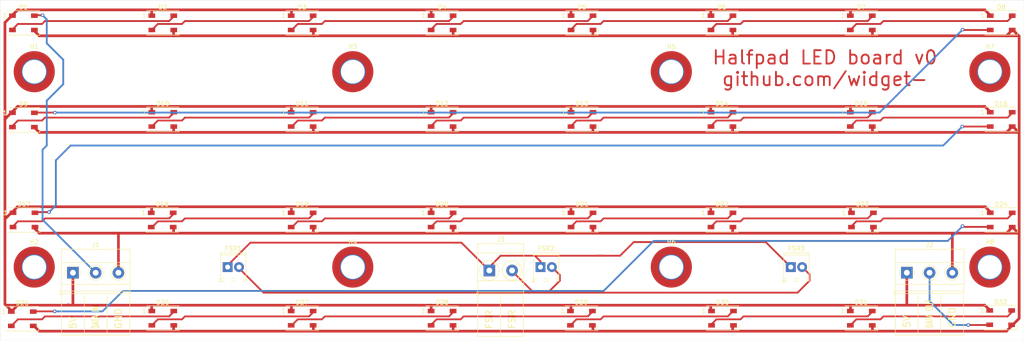
<source format=kicad_pcb>
(kicad_pcb (version 20171130) (host pcbnew "(5.1.10)-1")

  (general
    (thickness 1.6)
    (drawings 28)
    (tracks 411)
    (zones 0)
    (modules 46)
    (nets 44)
  )

  (page A4)
  (layers
    (0 F.Cu signal)
    (31 B.Cu signal)
    (32 B.Adhes user)
    (33 F.Adhes user)
    (34 B.Paste user)
    (35 F.Paste user)
    (36 B.SilkS user)
    (37 F.SilkS user)
    (38 B.Mask user)
    (39 F.Mask user)
    (40 Dwgs.User user)
    (41 Cmts.User user)
    (42 Eco1.User user)
    (43 Eco2.User user)
    (44 Edge.Cuts user)
    (45 Margin user)
    (46 B.CrtYd user)
    (47 F.CrtYd user)
    (48 B.Fab user)
    (49 F.Fab user)
  )

  (setup
    (last_trace_width 0.25)
    (trace_clearance 0.2)
    (zone_clearance 0.508)
    (zone_45_only no)
    (trace_min 0.2)
    (via_size 0.8)
    (via_drill 0.4)
    (via_min_size 0.4)
    (via_min_drill 0.3)
    (uvia_size 0.3)
    (uvia_drill 0.1)
    (uvias_allowed no)
    (uvia_min_size 0.2)
    (uvia_min_drill 0.1)
    (edge_width 0.05)
    (segment_width 0.2)
    (pcb_text_width 0.3)
    (pcb_text_size 1.5 1.5)
    (mod_edge_width 0.12)
    (mod_text_size 1 1)
    (mod_text_width 0.15)
    (pad_size 1.524 1.524)
    (pad_drill 0.762)
    (pad_to_mask_clearance 0)
    (aux_axis_origin 0 0)
    (visible_elements 7FFFFFFF)
    (pcbplotparams
      (layerselection 0x010fc_ffffffff)
      (usegerberextensions false)
      (usegerberattributes true)
      (usegerberadvancedattributes true)
      (creategerberjobfile true)
      (excludeedgelayer true)
      (linewidth 0.100000)
      (plotframeref false)
      (viasonmask false)
      (mode 1)
      (useauxorigin false)
      (hpglpennumber 1)
      (hpglpenspeed 20)
      (hpglpendiameter 15.000000)
      (psnegative false)
      (psa4output false)
      (plotreference true)
      (plotvalue true)
      (plotinvisibletext false)
      (padsonsilk false)
      (subtractmaskfromsilk false)
      (outputformat 1)
      (mirror false)
      (drillshape 0)
      (scaleselection 1)
      (outputdirectory "gerbers/"))
  )

  (net 0 "")
  (net 1 "Net-(FSR1-Pad2)")
  (net 2 "Net-(FSR1-Pad1)")
  (net 3 GND)
  (net 4 /D_IN)
  (net 5 +5V)
  (net 6 /D_OUT)
  (net 7 "Net-(D1-Pad2)")
  (net 8 "Net-(D2-Pad2)")
  (net 9 "Net-(D3-Pad2)")
  (net 10 "Net-(D4-Pad2)")
  (net 11 "Net-(D5-Pad2)")
  (net 12 "Net-(D6-Pad2)")
  (net 13 "Net-(D7-Pad2)")
  (net 14 "Net-(D8-Pad2)")
  (net 15 "Net-(D9-Pad1)")
  (net 16 "Net-(D10-Pad4)")
  (net 17 "Net-(D9-Pad3)")
  (net 18 "Net-(D10-Pad2)")
  (net 19 "Net-(D11-Pad2)")
  (net 20 "Net-(D12-Pad2)")
  (net 21 "Net-(D13-Pad2)")
  (net 22 "Net-(D14-Pad2)")
  (net 23 "Net-(D15-Pad2)")
  (net 24 "Net-(D16-Pad2)")
  (net 25 "Net-(D17-Pad1)")
  (net 26 "Net-(D17-Pad2)")
  (net 27 "Net-(D17-Pad3)")
  (net 28 "Net-(D18-Pad2)")
  (net 29 "Net-(D19-Pad2)")
  (net 30 "Net-(D20-Pad2)")
  (net 31 "Net-(D21-Pad2)")
  (net 32 "Net-(D22-Pad2)")
  (net 33 "Net-(D23-Pad2)")
  (net 34 "Net-(D24-Pad2)")
  (net 35 "Net-(D25-Pad1)")
  (net 36 "Net-(D25-Pad2)")
  (net 37 "Net-(D25-Pad3)")
  (net 38 "Net-(D26-Pad2)")
  (net 39 "Net-(D27-Pad2)")
  (net 40 "Net-(D28-Pad2)")
  (net 41 "Net-(D29-Pad2)")
  (net 42 "Net-(D30-Pad2)")
  (net 43 "Net-(D31-Pad2)")

  (net_class Default "This is the default net class."
    (clearance 0.2)
    (trace_width 0.25)
    (via_dia 0.8)
    (via_drill 0.4)
    (uvia_dia 0.3)
    (uvia_drill 0.1)
    (add_net "Net-(D1-Pad2)")
    (add_net "Net-(D10-Pad2)")
    (add_net "Net-(D10-Pad4)")
    (add_net "Net-(D11-Pad2)")
    (add_net "Net-(D12-Pad2)")
    (add_net "Net-(D13-Pad2)")
    (add_net "Net-(D14-Pad2)")
    (add_net "Net-(D15-Pad2)")
    (add_net "Net-(D16-Pad2)")
    (add_net "Net-(D17-Pad1)")
    (add_net "Net-(D17-Pad2)")
    (add_net "Net-(D17-Pad3)")
    (add_net "Net-(D18-Pad2)")
    (add_net "Net-(D19-Pad2)")
    (add_net "Net-(D2-Pad2)")
    (add_net "Net-(D20-Pad2)")
    (add_net "Net-(D21-Pad2)")
    (add_net "Net-(D22-Pad2)")
    (add_net "Net-(D23-Pad2)")
    (add_net "Net-(D24-Pad2)")
    (add_net "Net-(D25-Pad1)")
    (add_net "Net-(D25-Pad2)")
    (add_net "Net-(D25-Pad3)")
    (add_net "Net-(D26-Pad2)")
    (add_net "Net-(D27-Pad2)")
    (add_net "Net-(D28-Pad2)")
    (add_net "Net-(D29-Pad2)")
    (add_net "Net-(D3-Pad2)")
    (add_net "Net-(D30-Pad2)")
    (add_net "Net-(D31-Pad2)")
    (add_net "Net-(D4-Pad2)")
    (add_net "Net-(D5-Pad2)")
    (add_net "Net-(D6-Pad2)")
    (add_net "Net-(D7-Pad2)")
    (add_net "Net-(D8-Pad2)")
    (add_net "Net-(D9-Pad1)")
    (add_net "Net-(D9-Pad3)")
  )

  (net_class "Big signal" ""
    (clearance 0.2)
    (trace_width 0.4)
    (via_dia 0.8)
    (via_drill 0.4)
    (uvia_dia 0.3)
    (uvia_drill 0.1)
    (add_net /D_IN)
    (add_net /D_OUT)
    (add_net "Net-(FSR1-Pad1)")
    (add_net "Net-(FSR1-Pad2)")
  )

  (net_class Power ""
    (clearance 0.5)
    (trace_width 0.6)
    (via_dia 0.8)
    (via_drill 0.4)
    (uvia_dia 0.3)
    (uvia_drill 0.1)
    (add_net +5V)
    (add_net GND)
  )

  (module LED_SMD:LED_WS2812B_PLCC4_5.0x5.0mm_P3.2mm (layer F.Cu) (tedit 5AA4B285) (tstamp 6102474A)
    (at 223.393 70.993)
    (descr https://cdn-shop.adafruit.com/datasheets/WS2812B.pdf)
    (tags "LED RGB NeoPixel")
    (path /61844487)
    (attr smd)
    (fp_text reference D32 (at 0 -3.5) (layer F.SilkS)
      (effects (font (size 1 1) (thickness 0.15)))
    )
    (fp_text value WS2812 (at 0 4) (layer F.Fab)
      (effects (font (size 1 1) (thickness 0.15)))
    )
    (fp_text user %R (at 0 0) (layer F.Fab)
      (effects (font (size 0.8 0.8) (thickness 0.15)))
    )
    (fp_text user 1 (at -4.15 -1.6) (layer F.SilkS)
      (effects (font (size 1 1) (thickness 0.15)))
    )
    (fp_line (start 3.45 -2.75) (end -3.45 -2.75) (layer F.CrtYd) (width 0.05))
    (fp_line (start 3.45 2.75) (end 3.45 -2.75) (layer F.CrtYd) (width 0.05))
    (fp_line (start -3.45 2.75) (end 3.45 2.75) (layer F.CrtYd) (width 0.05))
    (fp_line (start -3.45 -2.75) (end -3.45 2.75) (layer F.CrtYd) (width 0.05))
    (fp_line (start 2.5 1.5) (end 1.5 2.5) (layer F.Fab) (width 0.1))
    (fp_line (start -2.5 -2.5) (end -2.5 2.5) (layer F.Fab) (width 0.1))
    (fp_line (start -2.5 2.5) (end 2.5 2.5) (layer F.Fab) (width 0.1))
    (fp_line (start 2.5 2.5) (end 2.5 -2.5) (layer F.Fab) (width 0.1))
    (fp_line (start 2.5 -2.5) (end -2.5 -2.5) (layer F.Fab) (width 0.1))
    (fp_line (start -3.65 -2.75) (end 3.65 -2.75) (layer F.SilkS) (width 0.12))
    (fp_line (start -3.65 2.75) (end 3.65 2.75) (layer F.SilkS) (width 0.12))
    (fp_line (start 3.65 2.75) (end 3.65 1.6) (layer F.SilkS) (width 0.12))
    (fp_circle (center 0 0) (end 0 -2) (layer F.Fab) (width 0.1))
    (pad 1 smd rect (at -2.45 -1.6) (size 1.5 1) (layers F.Cu F.Paste F.Mask)
      (net 5 +5V))
    (pad 2 smd rect (at -2.45 1.6) (size 1.5 1) (layers F.Cu F.Paste F.Mask)
      (net 6 /D_OUT))
    (pad 4 smd rect (at 2.45 -1.6) (size 1.5 1) (layers F.Cu F.Paste F.Mask)
      (net 43 "Net-(D31-Pad2)"))
    (pad 3 smd rect (at 2.45 1.6) (size 1.5 1) (layers F.Cu F.Paste F.Mask)
      (net 3 GND))
    (model ${KISYS3DMOD}/LED_SMD.3dshapes/LED_WS2812B_PLCC4_5.0x5.0mm_P3.2mm.wrl
      (at (xyz 0 0 0))
      (scale (xyz 1 1 1))
      (rotate (xyz 0 0 0))
    )
  )

  (module LED_SMD:LED_WS2812B_PLCC4_5.0x5.0mm_P3.2mm (layer F.Cu) (tedit 5AA4B285) (tstamp 61024733)
    (at 192.278 71.12)
    (descr https://cdn-shop.adafruit.com/datasheets/WS2812B.pdf)
    (tags "LED RGB NeoPixel")
    (path /6184447E)
    (attr smd)
    (fp_text reference D31 (at 0 -3.5) (layer F.SilkS)
      (effects (font (size 1 1) (thickness 0.15)))
    )
    (fp_text value WS2812 (at 0 4) (layer F.Fab)
      (effects (font (size 1 1) (thickness 0.15)))
    )
    (fp_text user %R (at 0 0) (layer F.Fab)
      (effects (font (size 0.8 0.8) (thickness 0.15)))
    )
    (fp_text user 1 (at -4.15 -1.6) (layer F.SilkS)
      (effects (font (size 1 1) (thickness 0.15)))
    )
    (fp_line (start 3.45 -2.75) (end -3.45 -2.75) (layer F.CrtYd) (width 0.05))
    (fp_line (start 3.45 2.75) (end 3.45 -2.75) (layer F.CrtYd) (width 0.05))
    (fp_line (start -3.45 2.75) (end 3.45 2.75) (layer F.CrtYd) (width 0.05))
    (fp_line (start -3.45 -2.75) (end -3.45 2.75) (layer F.CrtYd) (width 0.05))
    (fp_line (start 2.5 1.5) (end 1.5 2.5) (layer F.Fab) (width 0.1))
    (fp_line (start -2.5 -2.5) (end -2.5 2.5) (layer F.Fab) (width 0.1))
    (fp_line (start -2.5 2.5) (end 2.5 2.5) (layer F.Fab) (width 0.1))
    (fp_line (start 2.5 2.5) (end 2.5 -2.5) (layer F.Fab) (width 0.1))
    (fp_line (start 2.5 -2.5) (end -2.5 -2.5) (layer F.Fab) (width 0.1))
    (fp_line (start -3.65 -2.75) (end 3.65 -2.75) (layer F.SilkS) (width 0.12))
    (fp_line (start -3.65 2.75) (end 3.65 2.75) (layer F.SilkS) (width 0.12))
    (fp_line (start 3.65 2.75) (end 3.65 1.6) (layer F.SilkS) (width 0.12))
    (fp_circle (center 0 0) (end 0 -2) (layer F.Fab) (width 0.1))
    (pad 1 smd rect (at -2.45 -1.6) (size 1.5 1) (layers F.Cu F.Paste F.Mask)
      (net 5 +5V))
    (pad 2 smd rect (at -2.45 1.6) (size 1.5 1) (layers F.Cu F.Paste F.Mask)
      (net 43 "Net-(D31-Pad2)"))
    (pad 4 smd rect (at 2.45 -1.6) (size 1.5 1) (layers F.Cu F.Paste F.Mask)
      (net 42 "Net-(D30-Pad2)"))
    (pad 3 smd rect (at 2.45 1.6) (size 1.5 1) (layers F.Cu F.Paste F.Mask)
      (net 3 GND))
    (model ${KISYS3DMOD}/LED_SMD.3dshapes/LED_WS2812B_PLCC4_5.0x5.0mm_P3.2mm.wrl
      (at (xyz 0 0 0))
      (scale (xyz 1 1 1))
      (rotate (xyz 0 0 0))
    )
  )

  (module LED_SMD:LED_WS2812B_PLCC4_5.0x5.0mm_P3.2mm (layer F.Cu) (tedit 5AA4B285) (tstamp 6102471C)
    (at 161.29 71.12)
    (descr https://cdn-shop.adafruit.com/datasheets/WS2812B.pdf)
    (tags "LED RGB NeoPixel")
    (path /61844475)
    (attr smd)
    (fp_text reference D30 (at 0 -3.5) (layer F.SilkS)
      (effects (font (size 1 1) (thickness 0.15)))
    )
    (fp_text value WS2812 (at 0 4) (layer F.Fab)
      (effects (font (size 1 1) (thickness 0.15)))
    )
    (fp_text user %R (at 0 0) (layer F.Fab)
      (effects (font (size 0.8 0.8) (thickness 0.15)))
    )
    (fp_text user 1 (at -4.15 -1.6) (layer F.SilkS)
      (effects (font (size 1 1) (thickness 0.15)))
    )
    (fp_line (start 3.45 -2.75) (end -3.45 -2.75) (layer F.CrtYd) (width 0.05))
    (fp_line (start 3.45 2.75) (end 3.45 -2.75) (layer F.CrtYd) (width 0.05))
    (fp_line (start -3.45 2.75) (end 3.45 2.75) (layer F.CrtYd) (width 0.05))
    (fp_line (start -3.45 -2.75) (end -3.45 2.75) (layer F.CrtYd) (width 0.05))
    (fp_line (start 2.5 1.5) (end 1.5 2.5) (layer F.Fab) (width 0.1))
    (fp_line (start -2.5 -2.5) (end -2.5 2.5) (layer F.Fab) (width 0.1))
    (fp_line (start -2.5 2.5) (end 2.5 2.5) (layer F.Fab) (width 0.1))
    (fp_line (start 2.5 2.5) (end 2.5 -2.5) (layer F.Fab) (width 0.1))
    (fp_line (start 2.5 -2.5) (end -2.5 -2.5) (layer F.Fab) (width 0.1))
    (fp_line (start -3.65 -2.75) (end 3.65 -2.75) (layer F.SilkS) (width 0.12))
    (fp_line (start -3.65 2.75) (end 3.65 2.75) (layer F.SilkS) (width 0.12))
    (fp_line (start 3.65 2.75) (end 3.65 1.6) (layer F.SilkS) (width 0.12))
    (fp_circle (center 0 0) (end 0 -2) (layer F.Fab) (width 0.1))
    (pad 1 smd rect (at -2.45 -1.6) (size 1.5 1) (layers F.Cu F.Paste F.Mask)
      (net 5 +5V))
    (pad 2 smd rect (at -2.45 1.6) (size 1.5 1) (layers F.Cu F.Paste F.Mask)
      (net 42 "Net-(D30-Pad2)"))
    (pad 4 smd rect (at 2.45 -1.6) (size 1.5 1) (layers F.Cu F.Paste F.Mask)
      (net 41 "Net-(D29-Pad2)"))
    (pad 3 smd rect (at 2.45 1.6) (size 1.5 1) (layers F.Cu F.Paste F.Mask)
      (net 3 GND))
    (model ${KISYS3DMOD}/LED_SMD.3dshapes/LED_WS2812B_PLCC4_5.0x5.0mm_P3.2mm.wrl
      (at (xyz 0 0 0))
      (scale (xyz 1 1 1))
      (rotate (xyz 0 0 0))
    )
  )

  (module LED_SMD:LED_WS2812B_PLCC4_5.0x5.0mm_P3.2mm (layer F.Cu) (tedit 5AA4B285) (tstamp 61024705)
    (at 129.794 71.12)
    (descr https://cdn-shop.adafruit.com/datasheets/WS2812B.pdf)
    (tags "LED RGB NeoPixel")
    (path /6184446C)
    (attr smd)
    (fp_text reference D29 (at 0 -3.5) (layer F.SilkS)
      (effects (font (size 1 1) (thickness 0.15)))
    )
    (fp_text value WS2812 (at 0 4) (layer F.Fab)
      (effects (font (size 1 1) (thickness 0.15)))
    )
    (fp_text user %R (at 0 0) (layer F.Fab)
      (effects (font (size 0.8 0.8) (thickness 0.15)))
    )
    (fp_text user 1 (at -4.15 -1.6) (layer F.SilkS)
      (effects (font (size 1 1) (thickness 0.15)))
    )
    (fp_line (start 3.45 -2.75) (end -3.45 -2.75) (layer F.CrtYd) (width 0.05))
    (fp_line (start 3.45 2.75) (end 3.45 -2.75) (layer F.CrtYd) (width 0.05))
    (fp_line (start -3.45 2.75) (end 3.45 2.75) (layer F.CrtYd) (width 0.05))
    (fp_line (start -3.45 -2.75) (end -3.45 2.75) (layer F.CrtYd) (width 0.05))
    (fp_line (start 2.5 1.5) (end 1.5 2.5) (layer F.Fab) (width 0.1))
    (fp_line (start -2.5 -2.5) (end -2.5 2.5) (layer F.Fab) (width 0.1))
    (fp_line (start -2.5 2.5) (end 2.5 2.5) (layer F.Fab) (width 0.1))
    (fp_line (start 2.5 2.5) (end 2.5 -2.5) (layer F.Fab) (width 0.1))
    (fp_line (start 2.5 -2.5) (end -2.5 -2.5) (layer F.Fab) (width 0.1))
    (fp_line (start -3.65 -2.75) (end 3.65 -2.75) (layer F.SilkS) (width 0.12))
    (fp_line (start -3.65 2.75) (end 3.65 2.75) (layer F.SilkS) (width 0.12))
    (fp_line (start 3.65 2.75) (end 3.65 1.6) (layer F.SilkS) (width 0.12))
    (fp_circle (center 0 0) (end 0 -2) (layer F.Fab) (width 0.1))
    (pad 1 smd rect (at -2.45 -1.6) (size 1.5 1) (layers F.Cu F.Paste F.Mask)
      (net 5 +5V))
    (pad 2 smd rect (at -2.45 1.6) (size 1.5 1) (layers F.Cu F.Paste F.Mask)
      (net 41 "Net-(D29-Pad2)"))
    (pad 4 smd rect (at 2.45 -1.6) (size 1.5 1) (layers F.Cu F.Paste F.Mask)
      (net 40 "Net-(D28-Pad2)"))
    (pad 3 smd rect (at 2.45 1.6) (size 1.5 1) (layers F.Cu F.Paste F.Mask)
      (net 3 GND))
    (model ${KISYS3DMOD}/LED_SMD.3dshapes/LED_WS2812B_PLCC4_5.0x5.0mm_P3.2mm.wrl
      (at (xyz 0 0 0))
      (scale (xyz 1 1 1))
      (rotate (xyz 0 0 0))
    )
  )

  (module LED_SMD:LED_WS2812B_PLCC4_5.0x5.0mm_P3.2mm (layer F.Cu) (tedit 5AA4B285) (tstamp 610246EE)
    (at 98.679 71.12)
    (descr https://cdn-shop.adafruit.com/datasheets/WS2812B.pdf)
    (tags "LED RGB NeoPixel")
    (path /61844463)
    (attr smd)
    (fp_text reference D28 (at 0 -3.5) (layer F.SilkS)
      (effects (font (size 1 1) (thickness 0.15)))
    )
    (fp_text value WS2812 (at 0 4) (layer F.Fab)
      (effects (font (size 1 1) (thickness 0.15)))
    )
    (fp_text user %R (at 0 0) (layer F.Fab)
      (effects (font (size 0.8 0.8) (thickness 0.15)))
    )
    (fp_text user 1 (at -4.15 -1.6) (layer F.SilkS)
      (effects (font (size 1 1) (thickness 0.15)))
    )
    (fp_line (start 3.45 -2.75) (end -3.45 -2.75) (layer F.CrtYd) (width 0.05))
    (fp_line (start 3.45 2.75) (end 3.45 -2.75) (layer F.CrtYd) (width 0.05))
    (fp_line (start -3.45 2.75) (end 3.45 2.75) (layer F.CrtYd) (width 0.05))
    (fp_line (start -3.45 -2.75) (end -3.45 2.75) (layer F.CrtYd) (width 0.05))
    (fp_line (start 2.5 1.5) (end 1.5 2.5) (layer F.Fab) (width 0.1))
    (fp_line (start -2.5 -2.5) (end -2.5 2.5) (layer F.Fab) (width 0.1))
    (fp_line (start -2.5 2.5) (end 2.5 2.5) (layer F.Fab) (width 0.1))
    (fp_line (start 2.5 2.5) (end 2.5 -2.5) (layer F.Fab) (width 0.1))
    (fp_line (start 2.5 -2.5) (end -2.5 -2.5) (layer F.Fab) (width 0.1))
    (fp_line (start -3.65 -2.75) (end 3.65 -2.75) (layer F.SilkS) (width 0.12))
    (fp_line (start -3.65 2.75) (end 3.65 2.75) (layer F.SilkS) (width 0.12))
    (fp_line (start 3.65 2.75) (end 3.65 1.6) (layer F.SilkS) (width 0.12))
    (fp_circle (center 0 0) (end 0 -2) (layer F.Fab) (width 0.1))
    (pad 1 smd rect (at -2.45 -1.6) (size 1.5 1) (layers F.Cu F.Paste F.Mask)
      (net 5 +5V))
    (pad 2 smd rect (at -2.45 1.6) (size 1.5 1) (layers F.Cu F.Paste F.Mask)
      (net 40 "Net-(D28-Pad2)"))
    (pad 4 smd rect (at 2.45 -1.6) (size 1.5 1) (layers F.Cu F.Paste F.Mask)
      (net 39 "Net-(D27-Pad2)"))
    (pad 3 smd rect (at 2.45 1.6) (size 1.5 1) (layers F.Cu F.Paste F.Mask)
      (net 3 GND))
    (model ${KISYS3DMOD}/LED_SMD.3dshapes/LED_WS2812B_PLCC4_5.0x5.0mm_P3.2mm.wrl
      (at (xyz 0 0 0))
      (scale (xyz 1 1 1))
      (rotate (xyz 0 0 0))
    )
  )

  (module LED_SMD:LED_WS2812B_PLCC4_5.0x5.0mm_P3.2mm (layer F.Cu) (tedit 5AA4B285) (tstamp 610246D7)
    (at 67.437 71.12)
    (descr https://cdn-shop.adafruit.com/datasheets/WS2812B.pdf)
    (tags "LED RGB NeoPixel")
    (path /6184445A)
    (attr smd)
    (fp_text reference D27 (at 0 -3.5) (layer F.SilkS)
      (effects (font (size 1 1) (thickness 0.15)))
    )
    (fp_text value WS2812 (at 0 4) (layer F.Fab)
      (effects (font (size 1 1) (thickness 0.15)))
    )
    (fp_text user %R (at 0 0) (layer F.Fab)
      (effects (font (size 0.8 0.8) (thickness 0.15)))
    )
    (fp_text user 1 (at -4.15 -1.6) (layer F.SilkS)
      (effects (font (size 1 1) (thickness 0.15)))
    )
    (fp_line (start 3.45 -2.75) (end -3.45 -2.75) (layer F.CrtYd) (width 0.05))
    (fp_line (start 3.45 2.75) (end 3.45 -2.75) (layer F.CrtYd) (width 0.05))
    (fp_line (start -3.45 2.75) (end 3.45 2.75) (layer F.CrtYd) (width 0.05))
    (fp_line (start -3.45 -2.75) (end -3.45 2.75) (layer F.CrtYd) (width 0.05))
    (fp_line (start 2.5 1.5) (end 1.5 2.5) (layer F.Fab) (width 0.1))
    (fp_line (start -2.5 -2.5) (end -2.5 2.5) (layer F.Fab) (width 0.1))
    (fp_line (start -2.5 2.5) (end 2.5 2.5) (layer F.Fab) (width 0.1))
    (fp_line (start 2.5 2.5) (end 2.5 -2.5) (layer F.Fab) (width 0.1))
    (fp_line (start 2.5 -2.5) (end -2.5 -2.5) (layer F.Fab) (width 0.1))
    (fp_line (start -3.65 -2.75) (end 3.65 -2.75) (layer F.SilkS) (width 0.12))
    (fp_line (start -3.65 2.75) (end 3.65 2.75) (layer F.SilkS) (width 0.12))
    (fp_line (start 3.65 2.75) (end 3.65 1.6) (layer F.SilkS) (width 0.12))
    (fp_circle (center 0 0) (end 0 -2) (layer F.Fab) (width 0.1))
    (pad 1 smd rect (at -2.45 -1.6) (size 1.5 1) (layers F.Cu F.Paste F.Mask)
      (net 5 +5V))
    (pad 2 smd rect (at -2.45 1.6) (size 1.5 1) (layers F.Cu F.Paste F.Mask)
      (net 39 "Net-(D27-Pad2)"))
    (pad 4 smd rect (at 2.45 -1.6) (size 1.5 1) (layers F.Cu F.Paste F.Mask)
      (net 38 "Net-(D26-Pad2)"))
    (pad 3 smd rect (at 2.45 1.6) (size 1.5 1) (layers F.Cu F.Paste F.Mask)
      (net 3 GND))
    (model ${KISYS3DMOD}/LED_SMD.3dshapes/LED_WS2812B_PLCC4_5.0x5.0mm_P3.2mm.wrl
      (at (xyz 0 0 0))
      (scale (xyz 1 1 1))
      (rotate (xyz 0 0 0))
    )
  )

  (module LED_SMD:LED_WS2812B_PLCC4_5.0x5.0mm_P3.2mm (layer F.Cu) (tedit 5AA4B285) (tstamp 610246C0)
    (at 36.322 71.12)
    (descr https://cdn-shop.adafruit.com/datasheets/WS2812B.pdf)
    (tags "LED RGB NeoPixel")
    (path /61844451)
    (attr smd)
    (fp_text reference D26 (at 0 -3.5) (layer F.SilkS)
      (effects (font (size 1 1) (thickness 0.15)))
    )
    (fp_text value WS2812 (at 0 4) (layer F.Fab)
      (effects (font (size 1 1) (thickness 0.15)))
    )
    (fp_text user %R (at 0 0) (layer F.Fab)
      (effects (font (size 0.8 0.8) (thickness 0.15)))
    )
    (fp_text user 1 (at -4.15 -1.6) (layer F.SilkS)
      (effects (font (size 1 1) (thickness 0.15)))
    )
    (fp_line (start 3.45 -2.75) (end -3.45 -2.75) (layer F.CrtYd) (width 0.05))
    (fp_line (start 3.45 2.75) (end 3.45 -2.75) (layer F.CrtYd) (width 0.05))
    (fp_line (start -3.45 2.75) (end 3.45 2.75) (layer F.CrtYd) (width 0.05))
    (fp_line (start -3.45 -2.75) (end -3.45 2.75) (layer F.CrtYd) (width 0.05))
    (fp_line (start 2.5 1.5) (end 1.5 2.5) (layer F.Fab) (width 0.1))
    (fp_line (start -2.5 -2.5) (end -2.5 2.5) (layer F.Fab) (width 0.1))
    (fp_line (start -2.5 2.5) (end 2.5 2.5) (layer F.Fab) (width 0.1))
    (fp_line (start 2.5 2.5) (end 2.5 -2.5) (layer F.Fab) (width 0.1))
    (fp_line (start 2.5 -2.5) (end -2.5 -2.5) (layer F.Fab) (width 0.1))
    (fp_line (start -3.65 -2.75) (end 3.65 -2.75) (layer F.SilkS) (width 0.12))
    (fp_line (start -3.65 2.75) (end 3.65 2.75) (layer F.SilkS) (width 0.12))
    (fp_line (start 3.65 2.75) (end 3.65 1.6) (layer F.SilkS) (width 0.12))
    (fp_circle (center 0 0) (end 0 -2) (layer F.Fab) (width 0.1))
    (pad 1 smd rect (at -2.45 -1.6) (size 1.5 1) (layers F.Cu F.Paste F.Mask)
      (net 5 +5V))
    (pad 2 smd rect (at -2.45 1.6) (size 1.5 1) (layers F.Cu F.Paste F.Mask)
      (net 38 "Net-(D26-Pad2)"))
    (pad 4 smd rect (at 2.45 -1.6) (size 1.5 1) (layers F.Cu F.Paste F.Mask)
      (net 36 "Net-(D25-Pad2)"))
    (pad 3 smd rect (at 2.45 1.6) (size 1.5 1) (layers F.Cu F.Paste F.Mask)
      (net 3 GND))
    (model ${KISYS3DMOD}/LED_SMD.3dshapes/LED_WS2812B_PLCC4_5.0x5.0mm_P3.2mm.wrl
      (at (xyz 0 0 0))
      (scale (xyz 1 1 1))
      (rotate (xyz 0 0 0))
    )
  )

  (module LED_SMD:LED_WS2812B_PLCC4_5.0x5.0mm_P3.2mm (layer F.Cu) (tedit 5AA4B285) (tstamp 610246A9)
    (at 4.953 71.247)
    (descr https://cdn-shop.adafruit.com/datasheets/WS2812B.pdf)
    (tags "LED RGB NeoPixel")
    (path /6184448F)
    (attr smd)
    (fp_text reference D25 (at 0 -3.5) (layer F.SilkS)
      (effects (font (size 1 1) (thickness 0.15)))
    )
    (fp_text value WS2812 (at 0 4) (layer F.Fab)
      (effects (font (size 1 1) (thickness 0.15)))
    )
    (fp_text user %R (at 0 0) (layer F.Fab)
      (effects (font (size 0.8 0.8) (thickness 0.15)))
    )
    (fp_text user 1 (at -4.15 -1.6) (layer F.SilkS)
      (effects (font (size 1 1) (thickness 0.15)))
    )
    (fp_line (start 3.45 -2.75) (end -3.45 -2.75) (layer F.CrtYd) (width 0.05))
    (fp_line (start 3.45 2.75) (end 3.45 -2.75) (layer F.CrtYd) (width 0.05))
    (fp_line (start -3.45 2.75) (end 3.45 2.75) (layer F.CrtYd) (width 0.05))
    (fp_line (start -3.45 -2.75) (end -3.45 2.75) (layer F.CrtYd) (width 0.05))
    (fp_line (start 2.5 1.5) (end 1.5 2.5) (layer F.Fab) (width 0.1))
    (fp_line (start -2.5 -2.5) (end -2.5 2.5) (layer F.Fab) (width 0.1))
    (fp_line (start -2.5 2.5) (end 2.5 2.5) (layer F.Fab) (width 0.1))
    (fp_line (start 2.5 2.5) (end 2.5 -2.5) (layer F.Fab) (width 0.1))
    (fp_line (start 2.5 -2.5) (end -2.5 -2.5) (layer F.Fab) (width 0.1))
    (fp_line (start -3.65 -2.75) (end 3.65 -2.75) (layer F.SilkS) (width 0.12))
    (fp_line (start -3.65 2.75) (end 3.65 2.75) (layer F.SilkS) (width 0.12))
    (fp_line (start 3.65 2.75) (end 3.65 1.6) (layer F.SilkS) (width 0.12))
    (fp_circle (center 0 0) (end 0 -2) (layer F.Fab) (width 0.1))
    (pad 1 smd rect (at -2.45 -1.6) (size 1.5 1) (layers F.Cu F.Paste F.Mask)
      (net 35 "Net-(D25-Pad1)"))
    (pad 2 smd rect (at -2.45 1.6) (size 1.5 1) (layers F.Cu F.Paste F.Mask)
      (net 36 "Net-(D25-Pad2)"))
    (pad 4 smd rect (at 2.45 -1.6) (size 1.5 1) (layers F.Cu F.Paste F.Mask)
      (net 34 "Net-(D24-Pad2)"))
    (pad 3 smd rect (at 2.45 1.6) (size 1.5 1) (layers F.Cu F.Paste F.Mask)
      (net 37 "Net-(D25-Pad3)"))
    (model ${KISYS3DMOD}/LED_SMD.3dshapes/LED_WS2812B_PLCC4_5.0x5.0mm_P3.2mm.wrl
      (at (xyz 0 0 0))
      (scale (xyz 1 1 1))
      (rotate (xyz 0 0 0))
    )
  )

  (module LED_SMD:LED_WS2812B_PLCC4_5.0x5.0mm_P3.2mm (layer F.Cu) (tedit 5AA4B285) (tstamp 61024692)
    (at 223.52 49.149)
    (descr https://cdn-shop.adafruit.com/datasheets/WS2812B.pdf)
    (tags "LED RGB NeoPixel")
    (path /6182D431)
    (attr smd)
    (fp_text reference D24 (at 0 -3.5) (layer F.SilkS)
      (effects (font (size 1 1) (thickness 0.15)))
    )
    (fp_text value WS2812 (at 0 4) (layer F.Fab)
      (effects (font (size 1 1) (thickness 0.15)))
    )
    (fp_text user %R (at 0 0) (layer F.Fab)
      (effects (font (size 0.8 0.8) (thickness 0.15)))
    )
    (fp_text user 1 (at -4.15 -1.6) (layer F.SilkS)
      (effects (font (size 1 1) (thickness 0.15)))
    )
    (fp_line (start 3.45 -2.75) (end -3.45 -2.75) (layer F.CrtYd) (width 0.05))
    (fp_line (start 3.45 2.75) (end 3.45 -2.75) (layer F.CrtYd) (width 0.05))
    (fp_line (start -3.45 2.75) (end 3.45 2.75) (layer F.CrtYd) (width 0.05))
    (fp_line (start -3.45 -2.75) (end -3.45 2.75) (layer F.CrtYd) (width 0.05))
    (fp_line (start 2.5 1.5) (end 1.5 2.5) (layer F.Fab) (width 0.1))
    (fp_line (start -2.5 -2.5) (end -2.5 2.5) (layer F.Fab) (width 0.1))
    (fp_line (start -2.5 2.5) (end 2.5 2.5) (layer F.Fab) (width 0.1))
    (fp_line (start 2.5 2.5) (end 2.5 -2.5) (layer F.Fab) (width 0.1))
    (fp_line (start 2.5 -2.5) (end -2.5 -2.5) (layer F.Fab) (width 0.1))
    (fp_line (start -3.65 -2.75) (end 3.65 -2.75) (layer F.SilkS) (width 0.12))
    (fp_line (start -3.65 2.75) (end 3.65 2.75) (layer F.SilkS) (width 0.12))
    (fp_line (start 3.65 2.75) (end 3.65 1.6) (layer F.SilkS) (width 0.12))
    (fp_circle (center 0 0) (end 0 -2) (layer F.Fab) (width 0.1))
    (pad 1 smd rect (at -2.45 -1.6) (size 1.5 1) (layers F.Cu F.Paste F.Mask)
      (net 5 +5V))
    (pad 2 smd rect (at -2.45 1.6) (size 1.5 1) (layers F.Cu F.Paste F.Mask)
      (net 34 "Net-(D24-Pad2)"))
    (pad 4 smd rect (at 2.45 -1.6) (size 1.5 1) (layers F.Cu F.Paste F.Mask)
      (net 33 "Net-(D23-Pad2)"))
    (pad 3 smd rect (at 2.45 1.6) (size 1.5 1) (layers F.Cu F.Paste F.Mask)
      (net 3 GND))
    (model ${KISYS3DMOD}/LED_SMD.3dshapes/LED_WS2812B_PLCC4_5.0x5.0mm_P3.2mm.wrl
      (at (xyz 0 0 0))
      (scale (xyz 1 1 1))
      (rotate (xyz 0 0 0))
    )
  )

  (module LED_SMD:LED_WS2812B_PLCC4_5.0x5.0mm_P3.2mm (layer F.Cu) (tedit 5AA4B285) (tstamp 6102467B)
    (at 192.532 49.149)
    (descr https://cdn-shop.adafruit.com/datasheets/WS2812B.pdf)
    (tags "LED RGB NeoPixel")
    (path /6182D428)
    (attr smd)
    (fp_text reference D23 (at 0 -3.5) (layer F.SilkS)
      (effects (font (size 1 1) (thickness 0.15)))
    )
    (fp_text value WS2812 (at 0 4) (layer F.Fab)
      (effects (font (size 1 1) (thickness 0.15)))
    )
    (fp_text user %R (at 0 0) (layer F.Fab)
      (effects (font (size 0.8 0.8) (thickness 0.15)))
    )
    (fp_text user 1 (at -4.15 -1.6) (layer F.SilkS)
      (effects (font (size 1 1) (thickness 0.15)))
    )
    (fp_line (start 3.45 -2.75) (end -3.45 -2.75) (layer F.CrtYd) (width 0.05))
    (fp_line (start 3.45 2.75) (end 3.45 -2.75) (layer F.CrtYd) (width 0.05))
    (fp_line (start -3.45 2.75) (end 3.45 2.75) (layer F.CrtYd) (width 0.05))
    (fp_line (start -3.45 -2.75) (end -3.45 2.75) (layer F.CrtYd) (width 0.05))
    (fp_line (start 2.5 1.5) (end 1.5 2.5) (layer F.Fab) (width 0.1))
    (fp_line (start -2.5 -2.5) (end -2.5 2.5) (layer F.Fab) (width 0.1))
    (fp_line (start -2.5 2.5) (end 2.5 2.5) (layer F.Fab) (width 0.1))
    (fp_line (start 2.5 2.5) (end 2.5 -2.5) (layer F.Fab) (width 0.1))
    (fp_line (start 2.5 -2.5) (end -2.5 -2.5) (layer F.Fab) (width 0.1))
    (fp_line (start -3.65 -2.75) (end 3.65 -2.75) (layer F.SilkS) (width 0.12))
    (fp_line (start -3.65 2.75) (end 3.65 2.75) (layer F.SilkS) (width 0.12))
    (fp_line (start 3.65 2.75) (end 3.65 1.6) (layer F.SilkS) (width 0.12))
    (fp_circle (center 0 0) (end 0 -2) (layer F.Fab) (width 0.1))
    (pad 1 smd rect (at -2.45 -1.6) (size 1.5 1) (layers F.Cu F.Paste F.Mask)
      (net 5 +5V))
    (pad 2 smd rect (at -2.45 1.6) (size 1.5 1) (layers F.Cu F.Paste F.Mask)
      (net 33 "Net-(D23-Pad2)"))
    (pad 4 smd rect (at 2.45 -1.6) (size 1.5 1) (layers F.Cu F.Paste F.Mask)
      (net 32 "Net-(D22-Pad2)"))
    (pad 3 smd rect (at 2.45 1.6) (size 1.5 1) (layers F.Cu F.Paste F.Mask)
      (net 3 GND))
    (model ${KISYS3DMOD}/LED_SMD.3dshapes/LED_WS2812B_PLCC4_5.0x5.0mm_P3.2mm.wrl
      (at (xyz 0 0 0))
      (scale (xyz 1 1 1))
      (rotate (xyz 0 0 0))
    )
  )

  (module LED_SMD:LED_WS2812B_PLCC4_5.0x5.0mm_P3.2mm (layer F.Cu) (tedit 5AA4B285) (tstamp 61024664)
    (at 161.163 49.149)
    (descr https://cdn-shop.adafruit.com/datasheets/WS2812B.pdf)
    (tags "LED RGB NeoPixel")
    (path /6182D41F)
    (attr smd)
    (fp_text reference D22 (at 0 -3.5) (layer F.SilkS)
      (effects (font (size 1 1) (thickness 0.15)))
    )
    (fp_text value WS2812 (at 0 4) (layer F.Fab)
      (effects (font (size 1 1) (thickness 0.15)))
    )
    (fp_text user %R (at 0 0) (layer F.Fab)
      (effects (font (size 0.8 0.8) (thickness 0.15)))
    )
    (fp_text user 1 (at -4.15 -1.6) (layer F.SilkS)
      (effects (font (size 1 1) (thickness 0.15)))
    )
    (fp_line (start 3.45 -2.75) (end -3.45 -2.75) (layer F.CrtYd) (width 0.05))
    (fp_line (start 3.45 2.75) (end 3.45 -2.75) (layer F.CrtYd) (width 0.05))
    (fp_line (start -3.45 2.75) (end 3.45 2.75) (layer F.CrtYd) (width 0.05))
    (fp_line (start -3.45 -2.75) (end -3.45 2.75) (layer F.CrtYd) (width 0.05))
    (fp_line (start 2.5 1.5) (end 1.5 2.5) (layer F.Fab) (width 0.1))
    (fp_line (start -2.5 -2.5) (end -2.5 2.5) (layer F.Fab) (width 0.1))
    (fp_line (start -2.5 2.5) (end 2.5 2.5) (layer F.Fab) (width 0.1))
    (fp_line (start 2.5 2.5) (end 2.5 -2.5) (layer F.Fab) (width 0.1))
    (fp_line (start 2.5 -2.5) (end -2.5 -2.5) (layer F.Fab) (width 0.1))
    (fp_line (start -3.65 -2.75) (end 3.65 -2.75) (layer F.SilkS) (width 0.12))
    (fp_line (start -3.65 2.75) (end 3.65 2.75) (layer F.SilkS) (width 0.12))
    (fp_line (start 3.65 2.75) (end 3.65 1.6) (layer F.SilkS) (width 0.12))
    (fp_circle (center 0 0) (end 0 -2) (layer F.Fab) (width 0.1))
    (pad 1 smd rect (at -2.45 -1.6) (size 1.5 1) (layers F.Cu F.Paste F.Mask)
      (net 5 +5V))
    (pad 2 smd rect (at -2.45 1.6) (size 1.5 1) (layers F.Cu F.Paste F.Mask)
      (net 32 "Net-(D22-Pad2)"))
    (pad 4 smd rect (at 2.45 -1.6) (size 1.5 1) (layers F.Cu F.Paste F.Mask)
      (net 31 "Net-(D21-Pad2)"))
    (pad 3 smd rect (at 2.45 1.6) (size 1.5 1) (layers F.Cu F.Paste F.Mask)
      (net 3 GND))
    (model ${KISYS3DMOD}/LED_SMD.3dshapes/LED_WS2812B_PLCC4_5.0x5.0mm_P3.2mm.wrl
      (at (xyz 0 0 0))
      (scale (xyz 1 1 1))
      (rotate (xyz 0 0 0))
    )
  )

  (module LED_SMD:LED_WS2812B_PLCC4_5.0x5.0mm_P3.2mm (layer F.Cu) (tedit 5AA4B285) (tstamp 6102464D)
    (at 129.921 49.149)
    (descr https://cdn-shop.adafruit.com/datasheets/WS2812B.pdf)
    (tags "LED RGB NeoPixel")
    (path /6182D416)
    (attr smd)
    (fp_text reference D21 (at 0 -3.5) (layer F.SilkS)
      (effects (font (size 1 1) (thickness 0.15)))
    )
    (fp_text value WS2812 (at 0 4) (layer F.Fab)
      (effects (font (size 1 1) (thickness 0.15)))
    )
    (fp_text user %R (at 0 0) (layer F.Fab)
      (effects (font (size 0.8 0.8) (thickness 0.15)))
    )
    (fp_text user 1 (at -4.15 -1.6) (layer F.SilkS)
      (effects (font (size 1 1) (thickness 0.15)))
    )
    (fp_line (start 3.45 -2.75) (end -3.45 -2.75) (layer F.CrtYd) (width 0.05))
    (fp_line (start 3.45 2.75) (end 3.45 -2.75) (layer F.CrtYd) (width 0.05))
    (fp_line (start -3.45 2.75) (end 3.45 2.75) (layer F.CrtYd) (width 0.05))
    (fp_line (start -3.45 -2.75) (end -3.45 2.75) (layer F.CrtYd) (width 0.05))
    (fp_line (start 2.5 1.5) (end 1.5 2.5) (layer F.Fab) (width 0.1))
    (fp_line (start -2.5 -2.5) (end -2.5 2.5) (layer F.Fab) (width 0.1))
    (fp_line (start -2.5 2.5) (end 2.5 2.5) (layer F.Fab) (width 0.1))
    (fp_line (start 2.5 2.5) (end 2.5 -2.5) (layer F.Fab) (width 0.1))
    (fp_line (start 2.5 -2.5) (end -2.5 -2.5) (layer F.Fab) (width 0.1))
    (fp_line (start -3.65 -2.75) (end 3.65 -2.75) (layer F.SilkS) (width 0.12))
    (fp_line (start -3.65 2.75) (end 3.65 2.75) (layer F.SilkS) (width 0.12))
    (fp_line (start 3.65 2.75) (end 3.65 1.6) (layer F.SilkS) (width 0.12))
    (fp_circle (center 0 0) (end 0 -2) (layer F.Fab) (width 0.1))
    (pad 1 smd rect (at -2.45 -1.6) (size 1.5 1) (layers F.Cu F.Paste F.Mask)
      (net 5 +5V))
    (pad 2 smd rect (at -2.45 1.6) (size 1.5 1) (layers F.Cu F.Paste F.Mask)
      (net 31 "Net-(D21-Pad2)"))
    (pad 4 smd rect (at 2.45 -1.6) (size 1.5 1) (layers F.Cu F.Paste F.Mask)
      (net 30 "Net-(D20-Pad2)"))
    (pad 3 smd rect (at 2.45 1.6) (size 1.5 1) (layers F.Cu F.Paste F.Mask)
      (net 3 GND))
    (model ${KISYS3DMOD}/LED_SMD.3dshapes/LED_WS2812B_PLCC4_5.0x5.0mm_P3.2mm.wrl
      (at (xyz 0 0 0))
      (scale (xyz 1 1 1))
      (rotate (xyz 0 0 0))
    )
  )

  (module LED_SMD:LED_WS2812B_PLCC4_5.0x5.0mm_P3.2mm (layer F.Cu) (tedit 5AA4B285) (tstamp 61024636)
    (at 98.679 49.149)
    (descr https://cdn-shop.adafruit.com/datasheets/WS2812B.pdf)
    (tags "LED RGB NeoPixel")
    (path /6182D40D)
    (attr smd)
    (fp_text reference D20 (at 0 -3.5) (layer F.SilkS)
      (effects (font (size 1 1) (thickness 0.15)))
    )
    (fp_text value WS2812 (at 0 4) (layer F.Fab)
      (effects (font (size 1 1) (thickness 0.15)))
    )
    (fp_text user %R (at 0 0) (layer F.Fab)
      (effects (font (size 0.8 0.8) (thickness 0.15)))
    )
    (fp_text user 1 (at -4.15 -1.6) (layer F.SilkS)
      (effects (font (size 1 1) (thickness 0.15)))
    )
    (fp_line (start 3.45 -2.75) (end -3.45 -2.75) (layer F.CrtYd) (width 0.05))
    (fp_line (start 3.45 2.75) (end 3.45 -2.75) (layer F.CrtYd) (width 0.05))
    (fp_line (start -3.45 2.75) (end 3.45 2.75) (layer F.CrtYd) (width 0.05))
    (fp_line (start -3.45 -2.75) (end -3.45 2.75) (layer F.CrtYd) (width 0.05))
    (fp_line (start 2.5 1.5) (end 1.5 2.5) (layer F.Fab) (width 0.1))
    (fp_line (start -2.5 -2.5) (end -2.5 2.5) (layer F.Fab) (width 0.1))
    (fp_line (start -2.5 2.5) (end 2.5 2.5) (layer F.Fab) (width 0.1))
    (fp_line (start 2.5 2.5) (end 2.5 -2.5) (layer F.Fab) (width 0.1))
    (fp_line (start 2.5 -2.5) (end -2.5 -2.5) (layer F.Fab) (width 0.1))
    (fp_line (start -3.65 -2.75) (end 3.65 -2.75) (layer F.SilkS) (width 0.12))
    (fp_line (start -3.65 2.75) (end 3.65 2.75) (layer F.SilkS) (width 0.12))
    (fp_line (start 3.65 2.75) (end 3.65 1.6) (layer F.SilkS) (width 0.12))
    (fp_circle (center 0 0) (end 0 -2) (layer F.Fab) (width 0.1))
    (pad 1 smd rect (at -2.45 -1.6) (size 1.5 1) (layers F.Cu F.Paste F.Mask)
      (net 5 +5V))
    (pad 2 smd rect (at -2.45 1.6) (size 1.5 1) (layers F.Cu F.Paste F.Mask)
      (net 30 "Net-(D20-Pad2)"))
    (pad 4 smd rect (at 2.45 -1.6) (size 1.5 1) (layers F.Cu F.Paste F.Mask)
      (net 29 "Net-(D19-Pad2)"))
    (pad 3 smd rect (at 2.45 1.6) (size 1.5 1) (layers F.Cu F.Paste F.Mask)
      (net 3 GND))
    (model ${KISYS3DMOD}/LED_SMD.3dshapes/LED_WS2812B_PLCC4_5.0x5.0mm_P3.2mm.wrl
      (at (xyz 0 0 0))
      (scale (xyz 1 1 1))
      (rotate (xyz 0 0 0))
    )
  )

  (module LED_SMD:LED_WS2812B_PLCC4_5.0x5.0mm_P3.2mm (layer F.Cu) (tedit 5AA4B285) (tstamp 6102461F)
    (at 67.437 49.149)
    (descr https://cdn-shop.adafruit.com/datasheets/WS2812B.pdf)
    (tags "LED RGB NeoPixel")
    (path /6182D404)
    (attr smd)
    (fp_text reference D19 (at 0 -3.5) (layer F.SilkS)
      (effects (font (size 1 1) (thickness 0.15)))
    )
    (fp_text value WS2812 (at 0 4) (layer F.Fab)
      (effects (font (size 1 1) (thickness 0.15)))
    )
    (fp_text user %R (at 0 0) (layer F.Fab)
      (effects (font (size 0.8 0.8) (thickness 0.15)))
    )
    (fp_text user 1 (at -4.15 -1.6) (layer F.SilkS)
      (effects (font (size 1 1) (thickness 0.15)))
    )
    (fp_line (start 3.45 -2.75) (end -3.45 -2.75) (layer F.CrtYd) (width 0.05))
    (fp_line (start 3.45 2.75) (end 3.45 -2.75) (layer F.CrtYd) (width 0.05))
    (fp_line (start -3.45 2.75) (end 3.45 2.75) (layer F.CrtYd) (width 0.05))
    (fp_line (start -3.45 -2.75) (end -3.45 2.75) (layer F.CrtYd) (width 0.05))
    (fp_line (start 2.5 1.5) (end 1.5 2.5) (layer F.Fab) (width 0.1))
    (fp_line (start -2.5 -2.5) (end -2.5 2.5) (layer F.Fab) (width 0.1))
    (fp_line (start -2.5 2.5) (end 2.5 2.5) (layer F.Fab) (width 0.1))
    (fp_line (start 2.5 2.5) (end 2.5 -2.5) (layer F.Fab) (width 0.1))
    (fp_line (start 2.5 -2.5) (end -2.5 -2.5) (layer F.Fab) (width 0.1))
    (fp_line (start -3.65 -2.75) (end 3.65 -2.75) (layer F.SilkS) (width 0.12))
    (fp_line (start -3.65 2.75) (end 3.65 2.75) (layer F.SilkS) (width 0.12))
    (fp_line (start 3.65 2.75) (end 3.65 1.6) (layer F.SilkS) (width 0.12))
    (fp_circle (center 0 0) (end 0 -2) (layer F.Fab) (width 0.1))
    (pad 1 smd rect (at -2.45 -1.6) (size 1.5 1) (layers F.Cu F.Paste F.Mask)
      (net 5 +5V))
    (pad 2 smd rect (at -2.45 1.6) (size 1.5 1) (layers F.Cu F.Paste F.Mask)
      (net 29 "Net-(D19-Pad2)"))
    (pad 4 smd rect (at 2.45 -1.6) (size 1.5 1) (layers F.Cu F.Paste F.Mask)
      (net 28 "Net-(D18-Pad2)"))
    (pad 3 smd rect (at 2.45 1.6) (size 1.5 1) (layers F.Cu F.Paste F.Mask)
      (net 3 GND))
    (model ${KISYS3DMOD}/LED_SMD.3dshapes/LED_WS2812B_PLCC4_5.0x5.0mm_P3.2mm.wrl
      (at (xyz 0 0 0))
      (scale (xyz 1 1 1))
      (rotate (xyz 0 0 0))
    )
  )

  (module LED_SMD:LED_WS2812B_PLCC4_5.0x5.0mm_P3.2mm (layer F.Cu) (tedit 5AA4B285) (tstamp 61024608)
    (at 36.195 49.149)
    (descr https://cdn-shop.adafruit.com/datasheets/WS2812B.pdf)
    (tags "LED RGB NeoPixel")
    (path /6182D3FB)
    (attr smd)
    (fp_text reference D18 (at 0 -3.5) (layer F.SilkS)
      (effects (font (size 1 1) (thickness 0.15)))
    )
    (fp_text value WS2812 (at 0 4) (layer F.Fab)
      (effects (font (size 1 1) (thickness 0.15)))
    )
    (fp_text user %R (at 0 0) (layer F.Fab)
      (effects (font (size 0.8 0.8) (thickness 0.15)))
    )
    (fp_text user 1 (at -4.15 -1.6) (layer F.SilkS)
      (effects (font (size 1 1) (thickness 0.15)))
    )
    (fp_line (start 3.45 -2.75) (end -3.45 -2.75) (layer F.CrtYd) (width 0.05))
    (fp_line (start 3.45 2.75) (end 3.45 -2.75) (layer F.CrtYd) (width 0.05))
    (fp_line (start -3.45 2.75) (end 3.45 2.75) (layer F.CrtYd) (width 0.05))
    (fp_line (start -3.45 -2.75) (end -3.45 2.75) (layer F.CrtYd) (width 0.05))
    (fp_line (start 2.5 1.5) (end 1.5 2.5) (layer F.Fab) (width 0.1))
    (fp_line (start -2.5 -2.5) (end -2.5 2.5) (layer F.Fab) (width 0.1))
    (fp_line (start -2.5 2.5) (end 2.5 2.5) (layer F.Fab) (width 0.1))
    (fp_line (start 2.5 2.5) (end 2.5 -2.5) (layer F.Fab) (width 0.1))
    (fp_line (start 2.5 -2.5) (end -2.5 -2.5) (layer F.Fab) (width 0.1))
    (fp_line (start -3.65 -2.75) (end 3.65 -2.75) (layer F.SilkS) (width 0.12))
    (fp_line (start -3.65 2.75) (end 3.65 2.75) (layer F.SilkS) (width 0.12))
    (fp_line (start 3.65 2.75) (end 3.65 1.6) (layer F.SilkS) (width 0.12))
    (fp_circle (center 0 0) (end 0 -2) (layer F.Fab) (width 0.1))
    (pad 1 smd rect (at -2.45 -1.6) (size 1.5 1) (layers F.Cu F.Paste F.Mask)
      (net 5 +5V))
    (pad 2 smd rect (at -2.45 1.6) (size 1.5 1) (layers F.Cu F.Paste F.Mask)
      (net 28 "Net-(D18-Pad2)"))
    (pad 4 smd rect (at 2.45 -1.6) (size 1.5 1) (layers F.Cu F.Paste F.Mask)
      (net 26 "Net-(D17-Pad2)"))
    (pad 3 smd rect (at 2.45 1.6) (size 1.5 1) (layers F.Cu F.Paste F.Mask)
      (net 3 GND))
    (model ${KISYS3DMOD}/LED_SMD.3dshapes/LED_WS2812B_PLCC4_5.0x5.0mm_P3.2mm.wrl
      (at (xyz 0 0 0))
      (scale (xyz 1 1 1))
      (rotate (xyz 0 0 0))
    )
  )

  (module LED_SMD:LED_WS2812B_PLCC4_5.0x5.0mm_P3.2mm (layer F.Cu) (tedit 5AA4B285) (tstamp 610245F1)
    (at 5.334 49.149)
    (descr https://cdn-shop.adafruit.com/datasheets/WS2812B.pdf)
    (tags "LED RGB NeoPixel")
    (path /6182D439)
    (attr smd)
    (fp_text reference D17 (at 0 -3.5) (layer F.SilkS)
      (effects (font (size 1 1) (thickness 0.15)))
    )
    (fp_text value WS2812 (at 0 4) (layer F.Fab)
      (effects (font (size 1 1) (thickness 0.15)))
    )
    (fp_text user %R (at 0 0) (layer F.Fab)
      (effects (font (size 0.8 0.8) (thickness 0.15)))
    )
    (fp_text user 1 (at -4.15 -1.6) (layer F.SilkS)
      (effects (font (size 1 1) (thickness 0.15)))
    )
    (fp_line (start 3.45 -2.75) (end -3.45 -2.75) (layer F.CrtYd) (width 0.05))
    (fp_line (start 3.45 2.75) (end 3.45 -2.75) (layer F.CrtYd) (width 0.05))
    (fp_line (start -3.45 2.75) (end 3.45 2.75) (layer F.CrtYd) (width 0.05))
    (fp_line (start -3.45 -2.75) (end -3.45 2.75) (layer F.CrtYd) (width 0.05))
    (fp_line (start 2.5 1.5) (end 1.5 2.5) (layer F.Fab) (width 0.1))
    (fp_line (start -2.5 -2.5) (end -2.5 2.5) (layer F.Fab) (width 0.1))
    (fp_line (start -2.5 2.5) (end 2.5 2.5) (layer F.Fab) (width 0.1))
    (fp_line (start 2.5 2.5) (end 2.5 -2.5) (layer F.Fab) (width 0.1))
    (fp_line (start 2.5 -2.5) (end -2.5 -2.5) (layer F.Fab) (width 0.1))
    (fp_line (start -3.65 -2.75) (end 3.65 -2.75) (layer F.SilkS) (width 0.12))
    (fp_line (start -3.65 2.75) (end 3.65 2.75) (layer F.SilkS) (width 0.12))
    (fp_line (start 3.65 2.75) (end 3.65 1.6) (layer F.SilkS) (width 0.12))
    (fp_circle (center 0 0) (end 0 -2) (layer F.Fab) (width 0.1))
    (pad 1 smd rect (at -2.45 -1.6) (size 1.5 1) (layers F.Cu F.Paste F.Mask)
      (net 25 "Net-(D17-Pad1)"))
    (pad 2 smd rect (at -2.45 1.6) (size 1.5 1) (layers F.Cu F.Paste F.Mask)
      (net 26 "Net-(D17-Pad2)"))
    (pad 4 smd rect (at 2.45 -1.6) (size 1.5 1) (layers F.Cu F.Paste F.Mask)
      (net 24 "Net-(D16-Pad2)"))
    (pad 3 smd rect (at 2.45 1.6) (size 1.5 1) (layers F.Cu F.Paste F.Mask)
      (net 27 "Net-(D17-Pad3)"))
    (model ${KISYS3DMOD}/LED_SMD.3dshapes/LED_WS2812B_PLCC4_5.0x5.0mm_P3.2mm.wrl
      (at (xyz 0 0 0))
      (scale (xyz 1 1 1))
      (rotate (xyz 0 0 0))
    )
  )

  (module LED_SMD:LED_WS2812B_PLCC4_5.0x5.0mm_P3.2mm (layer F.Cu) (tedit 5AA4B285) (tstamp 610245DA)
    (at 223.52 26.67)
    (descr https://cdn-shop.adafruit.com/datasheets/WS2812B.pdf)
    (tags "LED RGB NeoPixel")
    (path /61800E7F)
    (attr smd)
    (fp_text reference D16 (at 0 -3.5) (layer F.SilkS)
      (effects (font (size 1 1) (thickness 0.15)))
    )
    (fp_text value WS2812 (at 0 4) (layer F.Fab)
      (effects (font (size 1 1) (thickness 0.15)))
    )
    (fp_text user %R (at 0 0) (layer F.Fab)
      (effects (font (size 0.8 0.8) (thickness 0.15)))
    )
    (fp_text user 1 (at -4.15 -1.6) (layer F.SilkS)
      (effects (font (size 1 1) (thickness 0.15)))
    )
    (fp_line (start 3.45 -2.75) (end -3.45 -2.75) (layer F.CrtYd) (width 0.05))
    (fp_line (start 3.45 2.75) (end 3.45 -2.75) (layer F.CrtYd) (width 0.05))
    (fp_line (start -3.45 2.75) (end 3.45 2.75) (layer F.CrtYd) (width 0.05))
    (fp_line (start -3.45 -2.75) (end -3.45 2.75) (layer F.CrtYd) (width 0.05))
    (fp_line (start 2.5 1.5) (end 1.5 2.5) (layer F.Fab) (width 0.1))
    (fp_line (start -2.5 -2.5) (end -2.5 2.5) (layer F.Fab) (width 0.1))
    (fp_line (start -2.5 2.5) (end 2.5 2.5) (layer F.Fab) (width 0.1))
    (fp_line (start 2.5 2.5) (end 2.5 -2.5) (layer F.Fab) (width 0.1))
    (fp_line (start 2.5 -2.5) (end -2.5 -2.5) (layer F.Fab) (width 0.1))
    (fp_line (start -3.65 -2.75) (end 3.65 -2.75) (layer F.SilkS) (width 0.12))
    (fp_line (start -3.65 2.75) (end 3.65 2.75) (layer F.SilkS) (width 0.12))
    (fp_line (start 3.65 2.75) (end 3.65 1.6) (layer F.SilkS) (width 0.12))
    (fp_circle (center 0 0) (end 0 -2) (layer F.Fab) (width 0.1))
    (pad 1 smd rect (at -2.45 -1.6) (size 1.5 1) (layers F.Cu F.Paste F.Mask)
      (net 5 +5V))
    (pad 2 smd rect (at -2.45 1.6) (size 1.5 1) (layers F.Cu F.Paste F.Mask)
      (net 24 "Net-(D16-Pad2)"))
    (pad 4 smd rect (at 2.45 -1.6) (size 1.5 1) (layers F.Cu F.Paste F.Mask)
      (net 23 "Net-(D15-Pad2)"))
    (pad 3 smd rect (at 2.45 1.6) (size 1.5 1) (layers F.Cu F.Paste F.Mask)
      (net 3 GND))
    (model ${KISYS3DMOD}/LED_SMD.3dshapes/LED_WS2812B_PLCC4_5.0x5.0mm_P3.2mm.wrl
      (at (xyz 0 0 0))
      (scale (xyz 1 1 1))
      (rotate (xyz 0 0 0))
    )
  )

  (module LED_SMD:LED_WS2812B_PLCC4_5.0x5.0mm_P3.2mm (layer F.Cu) (tedit 5AA4B285) (tstamp 610245C3)
    (at 192.278 26.67)
    (descr https://cdn-shop.adafruit.com/datasheets/WS2812B.pdf)
    (tags "LED RGB NeoPixel")
    (path /61800E76)
    (attr smd)
    (fp_text reference D15 (at 0 -3.5) (layer F.SilkS)
      (effects (font (size 1 1) (thickness 0.15)))
    )
    (fp_text value WS2812 (at 0 4) (layer F.Fab)
      (effects (font (size 1 1) (thickness 0.15)))
    )
    (fp_text user %R (at 0 0) (layer F.Fab)
      (effects (font (size 0.8 0.8) (thickness 0.15)))
    )
    (fp_text user 1 (at -4.15 -1.6) (layer F.SilkS)
      (effects (font (size 1 1) (thickness 0.15)))
    )
    (fp_line (start 3.45 -2.75) (end -3.45 -2.75) (layer F.CrtYd) (width 0.05))
    (fp_line (start 3.45 2.75) (end 3.45 -2.75) (layer F.CrtYd) (width 0.05))
    (fp_line (start -3.45 2.75) (end 3.45 2.75) (layer F.CrtYd) (width 0.05))
    (fp_line (start -3.45 -2.75) (end -3.45 2.75) (layer F.CrtYd) (width 0.05))
    (fp_line (start 2.5 1.5) (end 1.5 2.5) (layer F.Fab) (width 0.1))
    (fp_line (start -2.5 -2.5) (end -2.5 2.5) (layer F.Fab) (width 0.1))
    (fp_line (start -2.5 2.5) (end 2.5 2.5) (layer F.Fab) (width 0.1))
    (fp_line (start 2.5 2.5) (end 2.5 -2.5) (layer F.Fab) (width 0.1))
    (fp_line (start 2.5 -2.5) (end -2.5 -2.5) (layer F.Fab) (width 0.1))
    (fp_line (start -3.65 -2.75) (end 3.65 -2.75) (layer F.SilkS) (width 0.12))
    (fp_line (start -3.65 2.75) (end 3.65 2.75) (layer F.SilkS) (width 0.12))
    (fp_line (start 3.65 2.75) (end 3.65 1.6) (layer F.SilkS) (width 0.12))
    (fp_circle (center 0 0) (end 0 -2) (layer F.Fab) (width 0.1))
    (pad 1 smd rect (at -2.45 -1.6) (size 1.5 1) (layers F.Cu F.Paste F.Mask)
      (net 5 +5V))
    (pad 2 smd rect (at -2.45 1.6) (size 1.5 1) (layers F.Cu F.Paste F.Mask)
      (net 23 "Net-(D15-Pad2)"))
    (pad 4 smd rect (at 2.45 -1.6) (size 1.5 1) (layers F.Cu F.Paste F.Mask)
      (net 22 "Net-(D14-Pad2)"))
    (pad 3 smd rect (at 2.45 1.6) (size 1.5 1) (layers F.Cu F.Paste F.Mask)
      (net 3 GND))
    (model ${KISYS3DMOD}/LED_SMD.3dshapes/LED_WS2812B_PLCC4_5.0x5.0mm_P3.2mm.wrl
      (at (xyz 0 0 0))
      (scale (xyz 1 1 1))
      (rotate (xyz 0 0 0))
    )
  )

  (module LED_SMD:LED_WS2812B_PLCC4_5.0x5.0mm_P3.2mm (layer F.Cu) (tedit 5AA4B285) (tstamp 610245AC)
    (at 161.163 26.67)
    (descr https://cdn-shop.adafruit.com/datasheets/WS2812B.pdf)
    (tags "LED RGB NeoPixel")
    (path /61800E6D)
    (attr smd)
    (fp_text reference D14 (at 0 -3.5) (layer F.SilkS)
      (effects (font (size 1 1) (thickness 0.15)))
    )
    (fp_text value WS2812 (at 0 4) (layer F.Fab)
      (effects (font (size 1 1) (thickness 0.15)))
    )
    (fp_text user %R (at 0 0) (layer F.Fab)
      (effects (font (size 0.8 0.8) (thickness 0.15)))
    )
    (fp_text user 1 (at -4.15 -1.6) (layer F.SilkS)
      (effects (font (size 1 1) (thickness 0.15)))
    )
    (fp_line (start 3.45 -2.75) (end -3.45 -2.75) (layer F.CrtYd) (width 0.05))
    (fp_line (start 3.45 2.75) (end 3.45 -2.75) (layer F.CrtYd) (width 0.05))
    (fp_line (start -3.45 2.75) (end 3.45 2.75) (layer F.CrtYd) (width 0.05))
    (fp_line (start -3.45 -2.75) (end -3.45 2.75) (layer F.CrtYd) (width 0.05))
    (fp_line (start 2.5 1.5) (end 1.5 2.5) (layer F.Fab) (width 0.1))
    (fp_line (start -2.5 -2.5) (end -2.5 2.5) (layer F.Fab) (width 0.1))
    (fp_line (start -2.5 2.5) (end 2.5 2.5) (layer F.Fab) (width 0.1))
    (fp_line (start 2.5 2.5) (end 2.5 -2.5) (layer F.Fab) (width 0.1))
    (fp_line (start 2.5 -2.5) (end -2.5 -2.5) (layer F.Fab) (width 0.1))
    (fp_line (start -3.65 -2.75) (end 3.65 -2.75) (layer F.SilkS) (width 0.12))
    (fp_line (start -3.65 2.75) (end 3.65 2.75) (layer F.SilkS) (width 0.12))
    (fp_line (start 3.65 2.75) (end 3.65 1.6) (layer F.SilkS) (width 0.12))
    (fp_circle (center 0 0) (end 0 -2) (layer F.Fab) (width 0.1))
    (pad 1 smd rect (at -2.45 -1.6) (size 1.5 1) (layers F.Cu F.Paste F.Mask)
      (net 5 +5V))
    (pad 2 smd rect (at -2.45 1.6) (size 1.5 1) (layers F.Cu F.Paste F.Mask)
      (net 22 "Net-(D14-Pad2)"))
    (pad 4 smd rect (at 2.45 -1.6) (size 1.5 1) (layers F.Cu F.Paste F.Mask)
      (net 21 "Net-(D13-Pad2)"))
    (pad 3 smd rect (at 2.45 1.6) (size 1.5 1) (layers F.Cu F.Paste F.Mask)
      (net 3 GND))
    (model ${KISYS3DMOD}/LED_SMD.3dshapes/LED_WS2812B_PLCC4_5.0x5.0mm_P3.2mm.wrl
      (at (xyz 0 0 0))
      (scale (xyz 1 1 1))
      (rotate (xyz 0 0 0))
    )
  )

  (module LED_SMD:LED_WS2812B_PLCC4_5.0x5.0mm_P3.2mm (layer F.Cu) (tedit 5AA4B285) (tstamp 61024595)
    (at 129.921 26.67)
    (descr https://cdn-shop.adafruit.com/datasheets/WS2812B.pdf)
    (tags "LED RGB NeoPixel")
    (path /61800E64)
    (attr smd)
    (fp_text reference D13 (at 0 -3.5) (layer F.SilkS)
      (effects (font (size 1 1) (thickness 0.15)))
    )
    (fp_text value WS2812 (at 0 4) (layer F.Fab)
      (effects (font (size 1 1) (thickness 0.15)))
    )
    (fp_text user %R (at 0 0) (layer F.Fab)
      (effects (font (size 0.8 0.8) (thickness 0.15)))
    )
    (fp_text user 1 (at -4.15 -1.6) (layer F.SilkS)
      (effects (font (size 1 1) (thickness 0.15)))
    )
    (fp_line (start 3.45 -2.75) (end -3.45 -2.75) (layer F.CrtYd) (width 0.05))
    (fp_line (start 3.45 2.75) (end 3.45 -2.75) (layer F.CrtYd) (width 0.05))
    (fp_line (start -3.45 2.75) (end 3.45 2.75) (layer F.CrtYd) (width 0.05))
    (fp_line (start -3.45 -2.75) (end -3.45 2.75) (layer F.CrtYd) (width 0.05))
    (fp_line (start 2.5 1.5) (end 1.5 2.5) (layer F.Fab) (width 0.1))
    (fp_line (start -2.5 -2.5) (end -2.5 2.5) (layer F.Fab) (width 0.1))
    (fp_line (start -2.5 2.5) (end 2.5 2.5) (layer F.Fab) (width 0.1))
    (fp_line (start 2.5 2.5) (end 2.5 -2.5) (layer F.Fab) (width 0.1))
    (fp_line (start 2.5 -2.5) (end -2.5 -2.5) (layer F.Fab) (width 0.1))
    (fp_line (start -3.65 -2.75) (end 3.65 -2.75) (layer F.SilkS) (width 0.12))
    (fp_line (start -3.65 2.75) (end 3.65 2.75) (layer F.SilkS) (width 0.12))
    (fp_line (start 3.65 2.75) (end 3.65 1.6) (layer F.SilkS) (width 0.12))
    (fp_circle (center 0 0) (end 0 -2) (layer F.Fab) (width 0.1))
    (pad 1 smd rect (at -2.45 -1.6) (size 1.5 1) (layers F.Cu F.Paste F.Mask)
      (net 5 +5V))
    (pad 2 smd rect (at -2.45 1.6) (size 1.5 1) (layers F.Cu F.Paste F.Mask)
      (net 21 "Net-(D13-Pad2)"))
    (pad 4 smd rect (at 2.45 -1.6) (size 1.5 1) (layers F.Cu F.Paste F.Mask)
      (net 20 "Net-(D12-Pad2)"))
    (pad 3 smd rect (at 2.45 1.6) (size 1.5 1) (layers F.Cu F.Paste F.Mask)
      (net 3 GND))
    (model ${KISYS3DMOD}/LED_SMD.3dshapes/LED_WS2812B_PLCC4_5.0x5.0mm_P3.2mm.wrl
      (at (xyz 0 0 0))
      (scale (xyz 1 1 1))
      (rotate (xyz 0 0 0))
    )
  )

  (module LED_SMD:LED_WS2812B_PLCC4_5.0x5.0mm_P3.2mm (layer F.Cu) (tedit 5AA4B285) (tstamp 6102457E)
    (at 98.679 26.67)
    (descr https://cdn-shop.adafruit.com/datasheets/WS2812B.pdf)
    (tags "LED RGB NeoPixel")
    (path /61800E5B)
    (attr smd)
    (fp_text reference D12 (at 0 -3.5) (layer F.SilkS)
      (effects (font (size 1 1) (thickness 0.15)))
    )
    (fp_text value WS2812 (at 0 4) (layer F.Fab)
      (effects (font (size 1 1) (thickness 0.15)))
    )
    (fp_text user %R (at 0 0) (layer F.Fab)
      (effects (font (size 0.8 0.8) (thickness 0.15)))
    )
    (fp_text user 1 (at -4.15 -1.6) (layer F.SilkS)
      (effects (font (size 1 1) (thickness 0.15)))
    )
    (fp_line (start 3.45 -2.75) (end -3.45 -2.75) (layer F.CrtYd) (width 0.05))
    (fp_line (start 3.45 2.75) (end 3.45 -2.75) (layer F.CrtYd) (width 0.05))
    (fp_line (start -3.45 2.75) (end 3.45 2.75) (layer F.CrtYd) (width 0.05))
    (fp_line (start -3.45 -2.75) (end -3.45 2.75) (layer F.CrtYd) (width 0.05))
    (fp_line (start 2.5 1.5) (end 1.5 2.5) (layer F.Fab) (width 0.1))
    (fp_line (start -2.5 -2.5) (end -2.5 2.5) (layer F.Fab) (width 0.1))
    (fp_line (start -2.5 2.5) (end 2.5 2.5) (layer F.Fab) (width 0.1))
    (fp_line (start 2.5 2.5) (end 2.5 -2.5) (layer F.Fab) (width 0.1))
    (fp_line (start 2.5 -2.5) (end -2.5 -2.5) (layer F.Fab) (width 0.1))
    (fp_line (start -3.65 -2.75) (end 3.65 -2.75) (layer F.SilkS) (width 0.12))
    (fp_line (start -3.65 2.75) (end 3.65 2.75) (layer F.SilkS) (width 0.12))
    (fp_line (start 3.65 2.75) (end 3.65 1.6) (layer F.SilkS) (width 0.12))
    (fp_circle (center 0 0) (end 0 -2) (layer F.Fab) (width 0.1))
    (pad 1 smd rect (at -2.45 -1.6) (size 1.5 1) (layers F.Cu F.Paste F.Mask)
      (net 5 +5V))
    (pad 2 smd rect (at -2.45 1.6) (size 1.5 1) (layers F.Cu F.Paste F.Mask)
      (net 20 "Net-(D12-Pad2)"))
    (pad 4 smd rect (at 2.45 -1.6) (size 1.5 1) (layers F.Cu F.Paste F.Mask)
      (net 19 "Net-(D11-Pad2)"))
    (pad 3 smd rect (at 2.45 1.6) (size 1.5 1) (layers F.Cu F.Paste F.Mask)
      (net 3 GND))
    (model ${KISYS3DMOD}/LED_SMD.3dshapes/LED_WS2812B_PLCC4_5.0x5.0mm_P3.2mm.wrl
      (at (xyz 0 0 0))
      (scale (xyz 1 1 1))
      (rotate (xyz 0 0 0))
    )
  )

  (module LED_SMD:LED_WS2812B_PLCC4_5.0x5.0mm_P3.2mm (layer F.Cu) (tedit 5AA4B285) (tstamp 61024567)
    (at 67.437 26.67)
    (descr https://cdn-shop.adafruit.com/datasheets/WS2812B.pdf)
    (tags "LED RGB NeoPixel")
    (path /61800E52)
    (attr smd)
    (fp_text reference D11 (at 0 -3.5) (layer F.SilkS)
      (effects (font (size 1 1) (thickness 0.15)))
    )
    (fp_text value WS2812 (at 0 4) (layer F.Fab)
      (effects (font (size 1 1) (thickness 0.15)))
    )
    (fp_text user %R (at 0 0) (layer F.Fab)
      (effects (font (size 0.8 0.8) (thickness 0.15)))
    )
    (fp_text user 1 (at -4.15 -1.6) (layer F.SilkS)
      (effects (font (size 1 1) (thickness 0.15)))
    )
    (fp_line (start 3.45 -2.75) (end -3.45 -2.75) (layer F.CrtYd) (width 0.05))
    (fp_line (start 3.45 2.75) (end 3.45 -2.75) (layer F.CrtYd) (width 0.05))
    (fp_line (start -3.45 2.75) (end 3.45 2.75) (layer F.CrtYd) (width 0.05))
    (fp_line (start -3.45 -2.75) (end -3.45 2.75) (layer F.CrtYd) (width 0.05))
    (fp_line (start 2.5 1.5) (end 1.5 2.5) (layer F.Fab) (width 0.1))
    (fp_line (start -2.5 -2.5) (end -2.5 2.5) (layer F.Fab) (width 0.1))
    (fp_line (start -2.5 2.5) (end 2.5 2.5) (layer F.Fab) (width 0.1))
    (fp_line (start 2.5 2.5) (end 2.5 -2.5) (layer F.Fab) (width 0.1))
    (fp_line (start 2.5 -2.5) (end -2.5 -2.5) (layer F.Fab) (width 0.1))
    (fp_line (start -3.65 -2.75) (end 3.65 -2.75) (layer F.SilkS) (width 0.12))
    (fp_line (start -3.65 2.75) (end 3.65 2.75) (layer F.SilkS) (width 0.12))
    (fp_line (start 3.65 2.75) (end 3.65 1.6) (layer F.SilkS) (width 0.12))
    (fp_circle (center 0 0) (end 0 -2) (layer F.Fab) (width 0.1))
    (pad 1 smd rect (at -2.45 -1.6) (size 1.5 1) (layers F.Cu F.Paste F.Mask)
      (net 5 +5V))
    (pad 2 smd rect (at -2.45 1.6) (size 1.5 1) (layers F.Cu F.Paste F.Mask)
      (net 19 "Net-(D11-Pad2)"))
    (pad 4 smd rect (at 2.45 -1.6) (size 1.5 1) (layers F.Cu F.Paste F.Mask)
      (net 18 "Net-(D10-Pad2)"))
    (pad 3 smd rect (at 2.45 1.6) (size 1.5 1) (layers F.Cu F.Paste F.Mask)
      (net 3 GND))
    (model ${KISYS3DMOD}/LED_SMD.3dshapes/LED_WS2812B_PLCC4_5.0x5.0mm_P3.2mm.wrl
      (at (xyz 0 0 0))
      (scale (xyz 1 1 1))
      (rotate (xyz 0 0 0))
    )
  )

  (module LED_SMD:LED_WS2812B_PLCC4_5.0x5.0mm_P3.2mm (layer F.Cu) (tedit 5AA4B285) (tstamp 61024550)
    (at 36.322 26.67)
    (descr https://cdn-shop.adafruit.com/datasheets/WS2812B.pdf)
    (tags "LED RGB NeoPixel")
    (path /61800E49)
    (attr smd)
    (fp_text reference D10 (at 0 -3.5) (layer F.SilkS)
      (effects (font (size 1 1) (thickness 0.15)))
    )
    (fp_text value WS2812 (at 0 4) (layer F.Fab)
      (effects (font (size 1 1) (thickness 0.15)))
    )
    (fp_text user %R (at 0 0) (layer F.Fab)
      (effects (font (size 0.8 0.8) (thickness 0.15)))
    )
    (fp_text user 1 (at -4.15 -1.6) (layer F.SilkS)
      (effects (font (size 1 1) (thickness 0.15)))
    )
    (fp_line (start 3.45 -2.75) (end -3.45 -2.75) (layer F.CrtYd) (width 0.05))
    (fp_line (start 3.45 2.75) (end 3.45 -2.75) (layer F.CrtYd) (width 0.05))
    (fp_line (start -3.45 2.75) (end 3.45 2.75) (layer F.CrtYd) (width 0.05))
    (fp_line (start -3.45 -2.75) (end -3.45 2.75) (layer F.CrtYd) (width 0.05))
    (fp_line (start 2.5 1.5) (end 1.5 2.5) (layer F.Fab) (width 0.1))
    (fp_line (start -2.5 -2.5) (end -2.5 2.5) (layer F.Fab) (width 0.1))
    (fp_line (start -2.5 2.5) (end 2.5 2.5) (layer F.Fab) (width 0.1))
    (fp_line (start 2.5 2.5) (end 2.5 -2.5) (layer F.Fab) (width 0.1))
    (fp_line (start 2.5 -2.5) (end -2.5 -2.5) (layer F.Fab) (width 0.1))
    (fp_line (start -3.65 -2.75) (end 3.65 -2.75) (layer F.SilkS) (width 0.12))
    (fp_line (start -3.65 2.75) (end 3.65 2.75) (layer F.SilkS) (width 0.12))
    (fp_line (start 3.65 2.75) (end 3.65 1.6) (layer F.SilkS) (width 0.12))
    (fp_circle (center 0 0) (end 0 -2) (layer F.Fab) (width 0.1))
    (pad 1 smd rect (at -2.45 -1.6) (size 1.5 1) (layers F.Cu F.Paste F.Mask)
      (net 5 +5V))
    (pad 2 smd rect (at -2.45 1.6) (size 1.5 1) (layers F.Cu F.Paste F.Mask)
      (net 18 "Net-(D10-Pad2)"))
    (pad 4 smd rect (at 2.45 -1.6) (size 1.5 1) (layers F.Cu F.Paste F.Mask)
      (net 16 "Net-(D10-Pad4)"))
    (pad 3 smd rect (at 2.45 1.6) (size 1.5 1) (layers F.Cu F.Paste F.Mask)
      (net 3 GND))
    (model ${KISYS3DMOD}/LED_SMD.3dshapes/LED_WS2812B_PLCC4_5.0x5.0mm_P3.2mm.wrl
      (at (xyz 0 0 0))
      (scale (xyz 1 1 1))
      (rotate (xyz 0 0 0))
    )
  )

  (module LED_SMD:LED_WS2812B_PLCC4_5.0x5.0mm_P3.2mm (layer F.Cu) (tedit 5AA4B285) (tstamp 61024539)
    (at 5.207 26.797)
    (descr https://cdn-shop.adafruit.com/datasheets/WS2812B.pdf)
    (tags "LED RGB NeoPixel")
    (path /61800E87)
    (attr smd)
    (fp_text reference D9 (at 0 -3.5) (layer F.SilkS)
      (effects (font (size 1 1) (thickness 0.15)))
    )
    (fp_text value WS2812 (at 0 4) (layer F.Fab)
      (effects (font (size 1 1) (thickness 0.15)))
    )
    (fp_text user %R (at 0 0) (layer F.Fab)
      (effects (font (size 0.8 0.8) (thickness 0.15)))
    )
    (fp_text user 1 (at -4.15 -1.6) (layer F.SilkS)
      (effects (font (size 1 1) (thickness 0.15)))
    )
    (fp_line (start 3.45 -2.75) (end -3.45 -2.75) (layer F.CrtYd) (width 0.05))
    (fp_line (start 3.45 2.75) (end 3.45 -2.75) (layer F.CrtYd) (width 0.05))
    (fp_line (start -3.45 2.75) (end 3.45 2.75) (layer F.CrtYd) (width 0.05))
    (fp_line (start -3.45 -2.75) (end -3.45 2.75) (layer F.CrtYd) (width 0.05))
    (fp_line (start 2.5 1.5) (end 1.5 2.5) (layer F.Fab) (width 0.1))
    (fp_line (start -2.5 -2.5) (end -2.5 2.5) (layer F.Fab) (width 0.1))
    (fp_line (start -2.5 2.5) (end 2.5 2.5) (layer F.Fab) (width 0.1))
    (fp_line (start 2.5 2.5) (end 2.5 -2.5) (layer F.Fab) (width 0.1))
    (fp_line (start 2.5 -2.5) (end -2.5 -2.5) (layer F.Fab) (width 0.1))
    (fp_line (start -3.65 -2.75) (end 3.65 -2.75) (layer F.SilkS) (width 0.12))
    (fp_line (start -3.65 2.75) (end 3.65 2.75) (layer F.SilkS) (width 0.12))
    (fp_line (start 3.65 2.75) (end 3.65 1.6) (layer F.SilkS) (width 0.12))
    (fp_circle (center 0 0) (end 0 -2) (layer F.Fab) (width 0.1))
    (pad 1 smd rect (at -2.45 -1.6) (size 1.5 1) (layers F.Cu F.Paste F.Mask)
      (net 15 "Net-(D9-Pad1)"))
    (pad 2 smd rect (at -2.45 1.6) (size 1.5 1) (layers F.Cu F.Paste F.Mask)
      (net 16 "Net-(D10-Pad4)"))
    (pad 4 smd rect (at 2.45 -1.6) (size 1.5 1) (layers F.Cu F.Paste F.Mask)
      (net 14 "Net-(D8-Pad2)"))
    (pad 3 smd rect (at 2.45 1.6) (size 1.5 1) (layers F.Cu F.Paste F.Mask)
      (net 17 "Net-(D9-Pad3)"))
    (model ${KISYS3DMOD}/LED_SMD.3dshapes/LED_WS2812B_PLCC4_5.0x5.0mm_P3.2mm.wrl
      (at (xyz 0 0 0))
      (scale (xyz 1 1 1))
      (rotate (xyz 0 0 0))
    )
  )

  (module LED_SMD:LED_WS2812B_PLCC4_5.0x5.0mm_P3.2mm (layer F.Cu) (tedit 5AA4B285) (tstamp 61024522)
    (at 223.52 5.08)
    (descr https://cdn-shop.adafruit.com/datasheets/WS2812B.pdf)
    (tags "LED RGB NeoPixel")
    (path /617F1302)
    (attr smd)
    (fp_text reference D8 (at 0 -3.5) (layer F.SilkS)
      (effects (font (size 1 1) (thickness 0.15)))
    )
    (fp_text value WS2812 (at 0 4) (layer F.Fab)
      (effects (font (size 1 1) (thickness 0.15)))
    )
    (fp_text user %R (at 0 0) (layer F.Fab)
      (effects (font (size 0.8 0.8) (thickness 0.15)))
    )
    (fp_text user 1 (at -4.15 -1.6) (layer F.SilkS)
      (effects (font (size 1 1) (thickness 0.15)))
    )
    (fp_line (start 3.45 -2.75) (end -3.45 -2.75) (layer F.CrtYd) (width 0.05))
    (fp_line (start 3.45 2.75) (end 3.45 -2.75) (layer F.CrtYd) (width 0.05))
    (fp_line (start -3.45 2.75) (end 3.45 2.75) (layer F.CrtYd) (width 0.05))
    (fp_line (start -3.45 -2.75) (end -3.45 2.75) (layer F.CrtYd) (width 0.05))
    (fp_line (start 2.5 1.5) (end 1.5 2.5) (layer F.Fab) (width 0.1))
    (fp_line (start -2.5 -2.5) (end -2.5 2.5) (layer F.Fab) (width 0.1))
    (fp_line (start -2.5 2.5) (end 2.5 2.5) (layer F.Fab) (width 0.1))
    (fp_line (start 2.5 2.5) (end 2.5 -2.5) (layer F.Fab) (width 0.1))
    (fp_line (start 2.5 -2.5) (end -2.5 -2.5) (layer F.Fab) (width 0.1))
    (fp_line (start -3.65 -2.75) (end 3.65 -2.75) (layer F.SilkS) (width 0.12))
    (fp_line (start -3.65 2.75) (end 3.65 2.75) (layer F.SilkS) (width 0.12))
    (fp_line (start 3.65 2.75) (end 3.65 1.6) (layer F.SilkS) (width 0.12))
    (fp_circle (center 0 0) (end 0 -2) (layer F.Fab) (width 0.1))
    (pad 1 smd rect (at -2.45 -1.6) (size 1.5 1) (layers F.Cu F.Paste F.Mask)
      (net 5 +5V))
    (pad 2 smd rect (at -2.45 1.6) (size 1.5 1) (layers F.Cu F.Paste F.Mask)
      (net 14 "Net-(D8-Pad2)"))
    (pad 4 smd rect (at 2.45 -1.6) (size 1.5 1) (layers F.Cu F.Paste F.Mask)
      (net 13 "Net-(D7-Pad2)"))
    (pad 3 smd rect (at 2.45 1.6) (size 1.5 1) (layers F.Cu F.Paste F.Mask)
      (net 3 GND))
    (model ${KISYS3DMOD}/LED_SMD.3dshapes/LED_WS2812B_PLCC4_5.0x5.0mm_P3.2mm.wrl
      (at (xyz 0 0 0))
      (scale (xyz 1 1 1))
      (rotate (xyz 0 0 0))
    )
  )

  (module LED_SMD:LED_WS2812B_PLCC4_5.0x5.0mm_P3.2mm (layer F.Cu) (tedit 5AA4B285) (tstamp 6102450B)
    (at 192.278 5.08)
    (descr https://cdn-shop.adafruit.com/datasheets/WS2812B.pdf)
    (tags "LED RGB NeoPixel")
    (path /617F067F)
    (attr smd)
    (fp_text reference D7 (at 0 -3.5) (layer F.SilkS)
      (effects (font (size 1 1) (thickness 0.15)))
    )
    (fp_text value WS2812 (at 0 4) (layer F.Fab)
      (effects (font (size 1 1) (thickness 0.15)))
    )
    (fp_text user %R (at 0 0) (layer F.Fab)
      (effects (font (size 0.8 0.8) (thickness 0.15)))
    )
    (fp_text user 1 (at -4.15 -1.6) (layer F.SilkS)
      (effects (font (size 1 1) (thickness 0.15)))
    )
    (fp_line (start 3.45 -2.75) (end -3.45 -2.75) (layer F.CrtYd) (width 0.05))
    (fp_line (start 3.45 2.75) (end 3.45 -2.75) (layer F.CrtYd) (width 0.05))
    (fp_line (start -3.45 2.75) (end 3.45 2.75) (layer F.CrtYd) (width 0.05))
    (fp_line (start -3.45 -2.75) (end -3.45 2.75) (layer F.CrtYd) (width 0.05))
    (fp_line (start 2.5 1.5) (end 1.5 2.5) (layer F.Fab) (width 0.1))
    (fp_line (start -2.5 -2.5) (end -2.5 2.5) (layer F.Fab) (width 0.1))
    (fp_line (start -2.5 2.5) (end 2.5 2.5) (layer F.Fab) (width 0.1))
    (fp_line (start 2.5 2.5) (end 2.5 -2.5) (layer F.Fab) (width 0.1))
    (fp_line (start 2.5 -2.5) (end -2.5 -2.5) (layer F.Fab) (width 0.1))
    (fp_line (start -3.65 -2.75) (end 3.65 -2.75) (layer F.SilkS) (width 0.12))
    (fp_line (start -3.65 2.75) (end 3.65 2.75) (layer F.SilkS) (width 0.12))
    (fp_line (start 3.65 2.75) (end 3.65 1.6) (layer F.SilkS) (width 0.12))
    (fp_circle (center 0 0) (end 0 -2) (layer F.Fab) (width 0.1))
    (pad 1 smd rect (at -2.45 -1.6) (size 1.5 1) (layers F.Cu F.Paste F.Mask)
      (net 5 +5V))
    (pad 2 smd rect (at -2.45 1.6) (size 1.5 1) (layers F.Cu F.Paste F.Mask)
      (net 13 "Net-(D7-Pad2)"))
    (pad 4 smd rect (at 2.45 -1.6) (size 1.5 1) (layers F.Cu F.Paste F.Mask)
      (net 12 "Net-(D6-Pad2)"))
    (pad 3 smd rect (at 2.45 1.6) (size 1.5 1) (layers F.Cu F.Paste F.Mask)
      (net 3 GND))
    (model ${KISYS3DMOD}/LED_SMD.3dshapes/LED_WS2812B_PLCC4_5.0x5.0mm_P3.2mm.wrl
      (at (xyz 0 0 0))
      (scale (xyz 1 1 1))
      (rotate (xyz 0 0 0))
    )
  )

  (module LED_SMD:LED_WS2812B_PLCC4_5.0x5.0mm_P3.2mm (layer F.Cu) (tedit 5AA4B285) (tstamp 610244F4)
    (at 161.163 5.08)
    (descr https://cdn-shop.adafruit.com/datasheets/WS2812B.pdf)
    (tags "LED RGB NeoPixel")
    (path /617EF9AF)
    (attr smd)
    (fp_text reference D6 (at 0 -3.5) (layer F.SilkS)
      (effects (font (size 1 1) (thickness 0.15)))
    )
    (fp_text value WS2812 (at 0 4) (layer F.Fab)
      (effects (font (size 1 1) (thickness 0.15)))
    )
    (fp_text user %R (at 0 0) (layer F.Fab)
      (effects (font (size 0.8 0.8) (thickness 0.15)))
    )
    (fp_text user 1 (at -4.15 -1.6) (layer F.SilkS)
      (effects (font (size 1 1) (thickness 0.15)))
    )
    (fp_line (start 3.45 -2.75) (end -3.45 -2.75) (layer F.CrtYd) (width 0.05))
    (fp_line (start 3.45 2.75) (end 3.45 -2.75) (layer F.CrtYd) (width 0.05))
    (fp_line (start -3.45 2.75) (end 3.45 2.75) (layer F.CrtYd) (width 0.05))
    (fp_line (start -3.45 -2.75) (end -3.45 2.75) (layer F.CrtYd) (width 0.05))
    (fp_line (start 2.5 1.5) (end 1.5 2.5) (layer F.Fab) (width 0.1))
    (fp_line (start -2.5 -2.5) (end -2.5 2.5) (layer F.Fab) (width 0.1))
    (fp_line (start -2.5 2.5) (end 2.5 2.5) (layer F.Fab) (width 0.1))
    (fp_line (start 2.5 2.5) (end 2.5 -2.5) (layer F.Fab) (width 0.1))
    (fp_line (start 2.5 -2.5) (end -2.5 -2.5) (layer F.Fab) (width 0.1))
    (fp_line (start -3.65 -2.75) (end 3.65 -2.75) (layer F.SilkS) (width 0.12))
    (fp_line (start -3.65 2.75) (end 3.65 2.75) (layer F.SilkS) (width 0.12))
    (fp_line (start 3.65 2.75) (end 3.65 1.6) (layer F.SilkS) (width 0.12))
    (fp_circle (center 0 0) (end 0 -2) (layer F.Fab) (width 0.1))
    (pad 1 smd rect (at -2.45 -1.6) (size 1.5 1) (layers F.Cu F.Paste F.Mask)
      (net 5 +5V))
    (pad 2 smd rect (at -2.45 1.6) (size 1.5 1) (layers F.Cu F.Paste F.Mask)
      (net 12 "Net-(D6-Pad2)"))
    (pad 4 smd rect (at 2.45 -1.6) (size 1.5 1) (layers F.Cu F.Paste F.Mask)
      (net 11 "Net-(D5-Pad2)"))
    (pad 3 smd rect (at 2.45 1.6) (size 1.5 1) (layers F.Cu F.Paste F.Mask)
      (net 3 GND))
    (model ${KISYS3DMOD}/LED_SMD.3dshapes/LED_WS2812B_PLCC4_5.0x5.0mm_P3.2mm.wrl
      (at (xyz 0 0 0))
      (scale (xyz 1 1 1))
      (rotate (xyz 0 0 0))
    )
  )

  (module LED_SMD:LED_WS2812B_PLCC4_5.0x5.0mm_P3.2mm (layer F.Cu) (tedit 5AA4B285) (tstamp 610244DD)
    (at 129.921 5.08)
    (descr https://cdn-shop.adafruit.com/datasheets/WS2812B.pdf)
    (tags "LED RGB NeoPixel")
    (path /617EEDC5)
    (attr smd)
    (fp_text reference D5 (at 0 -3.5) (layer F.SilkS)
      (effects (font (size 1 1) (thickness 0.15)))
    )
    (fp_text value WS2812 (at 0 4) (layer F.Fab)
      (effects (font (size 1 1) (thickness 0.15)))
    )
    (fp_text user %R (at 0 0) (layer F.Fab)
      (effects (font (size 0.8 0.8) (thickness 0.15)))
    )
    (fp_text user 1 (at -4.15 -1.6) (layer F.SilkS)
      (effects (font (size 1 1) (thickness 0.15)))
    )
    (fp_line (start 3.45 -2.75) (end -3.45 -2.75) (layer F.CrtYd) (width 0.05))
    (fp_line (start 3.45 2.75) (end 3.45 -2.75) (layer F.CrtYd) (width 0.05))
    (fp_line (start -3.45 2.75) (end 3.45 2.75) (layer F.CrtYd) (width 0.05))
    (fp_line (start -3.45 -2.75) (end -3.45 2.75) (layer F.CrtYd) (width 0.05))
    (fp_line (start 2.5 1.5) (end 1.5 2.5) (layer F.Fab) (width 0.1))
    (fp_line (start -2.5 -2.5) (end -2.5 2.5) (layer F.Fab) (width 0.1))
    (fp_line (start -2.5 2.5) (end 2.5 2.5) (layer F.Fab) (width 0.1))
    (fp_line (start 2.5 2.5) (end 2.5 -2.5) (layer F.Fab) (width 0.1))
    (fp_line (start 2.5 -2.5) (end -2.5 -2.5) (layer F.Fab) (width 0.1))
    (fp_line (start -3.65 -2.75) (end 3.65 -2.75) (layer F.SilkS) (width 0.12))
    (fp_line (start -3.65 2.75) (end 3.65 2.75) (layer F.SilkS) (width 0.12))
    (fp_line (start 3.65 2.75) (end 3.65 1.6) (layer F.SilkS) (width 0.12))
    (fp_circle (center 0 0) (end 0 -2) (layer F.Fab) (width 0.1))
    (pad 1 smd rect (at -2.45 -1.6) (size 1.5 1) (layers F.Cu F.Paste F.Mask)
      (net 5 +5V))
    (pad 2 smd rect (at -2.45 1.6) (size 1.5 1) (layers F.Cu F.Paste F.Mask)
      (net 11 "Net-(D5-Pad2)"))
    (pad 4 smd rect (at 2.45 -1.6) (size 1.5 1) (layers F.Cu F.Paste F.Mask)
      (net 10 "Net-(D4-Pad2)"))
    (pad 3 smd rect (at 2.45 1.6) (size 1.5 1) (layers F.Cu F.Paste F.Mask)
      (net 3 GND))
    (model ${KISYS3DMOD}/LED_SMD.3dshapes/LED_WS2812B_PLCC4_5.0x5.0mm_P3.2mm.wrl
      (at (xyz 0 0 0))
      (scale (xyz 1 1 1))
      (rotate (xyz 0 0 0))
    )
  )

  (module LED_SMD:LED_WS2812B_PLCC4_5.0x5.0mm_P3.2mm (layer F.Cu) (tedit 5AA4B285) (tstamp 610244C6)
    (at 98.679 5.08)
    (descr https://cdn-shop.adafruit.com/datasheets/WS2812B.pdf)
    (tags "LED RGB NeoPixel")
    (path /617EE27A)
    (attr smd)
    (fp_text reference D4 (at 0 -3.5) (layer F.SilkS)
      (effects (font (size 1 1) (thickness 0.15)))
    )
    (fp_text value WS2812 (at 0 4) (layer F.Fab)
      (effects (font (size 1 1) (thickness 0.15)))
    )
    (fp_text user %R (at 0 0) (layer F.Fab)
      (effects (font (size 0.8 0.8) (thickness 0.15)))
    )
    (fp_text user 1 (at -4.15 -1.6) (layer F.SilkS)
      (effects (font (size 1 1) (thickness 0.15)))
    )
    (fp_line (start 3.45 -2.75) (end -3.45 -2.75) (layer F.CrtYd) (width 0.05))
    (fp_line (start 3.45 2.75) (end 3.45 -2.75) (layer F.CrtYd) (width 0.05))
    (fp_line (start -3.45 2.75) (end 3.45 2.75) (layer F.CrtYd) (width 0.05))
    (fp_line (start -3.45 -2.75) (end -3.45 2.75) (layer F.CrtYd) (width 0.05))
    (fp_line (start 2.5 1.5) (end 1.5 2.5) (layer F.Fab) (width 0.1))
    (fp_line (start -2.5 -2.5) (end -2.5 2.5) (layer F.Fab) (width 0.1))
    (fp_line (start -2.5 2.5) (end 2.5 2.5) (layer F.Fab) (width 0.1))
    (fp_line (start 2.5 2.5) (end 2.5 -2.5) (layer F.Fab) (width 0.1))
    (fp_line (start 2.5 -2.5) (end -2.5 -2.5) (layer F.Fab) (width 0.1))
    (fp_line (start -3.65 -2.75) (end 3.65 -2.75) (layer F.SilkS) (width 0.12))
    (fp_line (start -3.65 2.75) (end 3.65 2.75) (layer F.SilkS) (width 0.12))
    (fp_line (start 3.65 2.75) (end 3.65 1.6) (layer F.SilkS) (width 0.12))
    (fp_circle (center 0 0) (end 0 -2) (layer F.Fab) (width 0.1))
    (pad 1 smd rect (at -2.45 -1.6) (size 1.5 1) (layers F.Cu F.Paste F.Mask)
      (net 5 +5V))
    (pad 2 smd rect (at -2.45 1.6) (size 1.5 1) (layers F.Cu F.Paste F.Mask)
      (net 10 "Net-(D4-Pad2)"))
    (pad 4 smd rect (at 2.45 -1.6) (size 1.5 1) (layers F.Cu F.Paste F.Mask)
      (net 9 "Net-(D3-Pad2)"))
    (pad 3 smd rect (at 2.45 1.6) (size 1.5 1) (layers F.Cu F.Paste F.Mask)
      (net 3 GND))
    (model ${KISYS3DMOD}/LED_SMD.3dshapes/LED_WS2812B_PLCC4_5.0x5.0mm_P3.2mm.wrl
      (at (xyz 0 0 0))
      (scale (xyz 1 1 1))
      (rotate (xyz 0 0 0))
    )
  )

  (module LED_SMD:LED_WS2812B_PLCC4_5.0x5.0mm_P3.2mm (layer F.Cu) (tedit 5AA4B285) (tstamp 610244AF)
    (at 67.437 5.08)
    (descr https://cdn-shop.adafruit.com/datasheets/WS2812B.pdf)
    (tags "LED RGB NeoPixel")
    (path /617ED39F)
    (attr smd)
    (fp_text reference D3 (at 0 -3.5) (layer F.SilkS)
      (effects (font (size 1 1) (thickness 0.15)))
    )
    (fp_text value WS2812 (at 0 4) (layer F.Fab)
      (effects (font (size 1 1) (thickness 0.15)))
    )
    (fp_text user %R (at 0 0) (layer F.Fab)
      (effects (font (size 0.8 0.8) (thickness 0.15)))
    )
    (fp_text user 1 (at -4.15 -1.6) (layer F.SilkS)
      (effects (font (size 1 1) (thickness 0.15)))
    )
    (fp_line (start 3.45 -2.75) (end -3.45 -2.75) (layer F.CrtYd) (width 0.05))
    (fp_line (start 3.45 2.75) (end 3.45 -2.75) (layer F.CrtYd) (width 0.05))
    (fp_line (start -3.45 2.75) (end 3.45 2.75) (layer F.CrtYd) (width 0.05))
    (fp_line (start -3.45 -2.75) (end -3.45 2.75) (layer F.CrtYd) (width 0.05))
    (fp_line (start 2.5 1.5) (end 1.5 2.5) (layer F.Fab) (width 0.1))
    (fp_line (start -2.5 -2.5) (end -2.5 2.5) (layer F.Fab) (width 0.1))
    (fp_line (start -2.5 2.5) (end 2.5 2.5) (layer F.Fab) (width 0.1))
    (fp_line (start 2.5 2.5) (end 2.5 -2.5) (layer F.Fab) (width 0.1))
    (fp_line (start 2.5 -2.5) (end -2.5 -2.5) (layer F.Fab) (width 0.1))
    (fp_line (start -3.65 -2.75) (end 3.65 -2.75) (layer F.SilkS) (width 0.12))
    (fp_line (start -3.65 2.75) (end 3.65 2.75) (layer F.SilkS) (width 0.12))
    (fp_line (start 3.65 2.75) (end 3.65 1.6) (layer F.SilkS) (width 0.12))
    (fp_circle (center 0 0) (end 0 -2) (layer F.Fab) (width 0.1))
    (pad 1 smd rect (at -2.45 -1.6) (size 1.5 1) (layers F.Cu F.Paste F.Mask)
      (net 5 +5V))
    (pad 2 smd rect (at -2.45 1.6) (size 1.5 1) (layers F.Cu F.Paste F.Mask)
      (net 9 "Net-(D3-Pad2)"))
    (pad 4 smd rect (at 2.45 -1.6) (size 1.5 1) (layers F.Cu F.Paste F.Mask)
      (net 8 "Net-(D2-Pad2)"))
    (pad 3 smd rect (at 2.45 1.6) (size 1.5 1) (layers F.Cu F.Paste F.Mask)
      (net 3 GND))
    (model ${KISYS3DMOD}/LED_SMD.3dshapes/LED_WS2812B_PLCC4_5.0x5.0mm_P3.2mm.wrl
      (at (xyz 0 0 0))
      (scale (xyz 1 1 1))
      (rotate (xyz 0 0 0))
    )
  )

  (module LED_SMD:LED_WS2812B_PLCC4_5.0x5.0mm_P3.2mm (layer F.Cu) (tedit 5AA4B285) (tstamp 61024498)
    (at 36.322 5.08)
    (descr https://cdn-shop.adafruit.com/datasheets/WS2812B.pdf)
    (tags "LED RGB NeoPixel")
    (path /617EC34D)
    (attr smd)
    (fp_text reference D2 (at 0 -3.5) (layer F.SilkS)
      (effects (font (size 1 1) (thickness 0.15)))
    )
    (fp_text value WS2812 (at 0 4) (layer F.Fab)
      (effects (font (size 1 1) (thickness 0.15)))
    )
    (fp_text user %R (at 0 0) (layer F.Fab)
      (effects (font (size 0.8 0.8) (thickness 0.15)))
    )
    (fp_text user 1 (at -4.15 -1.6) (layer F.SilkS)
      (effects (font (size 1 1) (thickness 0.15)))
    )
    (fp_line (start 3.45 -2.75) (end -3.45 -2.75) (layer F.CrtYd) (width 0.05))
    (fp_line (start 3.45 2.75) (end 3.45 -2.75) (layer F.CrtYd) (width 0.05))
    (fp_line (start -3.45 2.75) (end 3.45 2.75) (layer F.CrtYd) (width 0.05))
    (fp_line (start -3.45 -2.75) (end -3.45 2.75) (layer F.CrtYd) (width 0.05))
    (fp_line (start 2.5 1.5) (end 1.5 2.5) (layer F.Fab) (width 0.1))
    (fp_line (start -2.5 -2.5) (end -2.5 2.5) (layer F.Fab) (width 0.1))
    (fp_line (start -2.5 2.5) (end 2.5 2.5) (layer F.Fab) (width 0.1))
    (fp_line (start 2.5 2.5) (end 2.5 -2.5) (layer F.Fab) (width 0.1))
    (fp_line (start 2.5 -2.5) (end -2.5 -2.5) (layer F.Fab) (width 0.1))
    (fp_line (start -3.65 -2.75) (end 3.65 -2.75) (layer F.SilkS) (width 0.12))
    (fp_line (start -3.65 2.75) (end 3.65 2.75) (layer F.SilkS) (width 0.12))
    (fp_line (start 3.65 2.75) (end 3.65 1.6) (layer F.SilkS) (width 0.12))
    (fp_circle (center 0 0) (end 0 -2) (layer F.Fab) (width 0.1))
    (pad 1 smd rect (at -2.45 -1.6) (size 1.5 1) (layers F.Cu F.Paste F.Mask)
      (net 5 +5V))
    (pad 2 smd rect (at -2.45 1.6) (size 1.5 1) (layers F.Cu F.Paste F.Mask)
      (net 8 "Net-(D2-Pad2)"))
    (pad 4 smd rect (at 2.45 -1.6) (size 1.5 1) (layers F.Cu F.Paste F.Mask)
      (net 7 "Net-(D1-Pad2)"))
    (pad 3 smd rect (at 2.45 1.6) (size 1.5 1) (layers F.Cu F.Paste F.Mask)
      (net 3 GND))
    (model ${KISYS3DMOD}/LED_SMD.3dshapes/LED_WS2812B_PLCC4_5.0x5.0mm_P3.2mm.wrl
      (at (xyz 0 0 0))
      (scale (xyz 1 1 1))
      (rotate (xyz 0 0 0))
    )
  )

  (module LED_SMD:LED_WS2812B_PLCC4_5.0x5.0mm_P3.2mm (layer F.Cu) (tedit 5AA4B285) (tstamp 61024481)
    (at 5.207 5.08)
    (descr https://cdn-shop.adafruit.com/datasheets/WS2812B.pdf)
    (tags "LED RGB NeoPixel")
    (path /617E5FA7)
    (attr smd)
    (fp_text reference D1 (at 0 -3.5) (layer F.SilkS)
      (effects (font (size 1 1) (thickness 0.15)))
    )
    (fp_text value WS2812 (at 0 4) (layer F.Fab)
      (effects (font (size 1 1) (thickness 0.15)))
    )
    (fp_text user %R (at 0 0) (layer F.Fab)
      (effects (font (size 0.8 0.8) (thickness 0.15)))
    )
    (fp_text user 1 (at -4.15 -1.6) (layer F.SilkS)
      (effects (font (size 1 1) (thickness 0.15)))
    )
    (fp_line (start 3.45 -2.75) (end -3.45 -2.75) (layer F.CrtYd) (width 0.05))
    (fp_line (start 3.45 2.75) (end 3.45 -2.75) (layer F.CrtYd) (width 0.05))
    (fp_line (start -3.45 2.75) (end 3.45 2.75) (layer F.CrtYd) (width 0.05))
    (fp_line (start -3.45 -2.75) (end -3.45 2.75) (layer F.CrtYd) (width 0.05))
    (fp_line (start 2.5 1.5) (end 1.5 2.5) (layer F.Fab) (width 0.1))
    (fp_line (start -2.5 -2.5) (end -2.5 2.5) (layer F.Fab) (width 0.1))
    (fp_line (start -2.5 2.5) (end 2.5 2.5) (layer F.Fab) (width 0.1))
    (fp_line (start 2.5 2.5) (end 2.5 -2.5) (layer F.Fab) (width 0.1))
    (fp_line (start 2.5 -2.5) (end -2.5 -2.5) (layer F.Fab) (width 0.1))
    (fp_line (start -3.65 -2.75) (end 3.65 -2.75) (layer F.SilkS) (width 0.12))
    (fp_line (start -3.65 2.75) (end 3.65 2.75) (layer F.SilkS) (width 0.12))
    (fp_line (start 3.65 2.75) (end 3.65 1.6) (layer F.SilkS) (width 0.12))
    (fp_circle (center 0 0) (end 0 -2) (layer F.Fab) (width 0.1))
    (pad 1 smd rect (at -2.45 -1.6) (size 1.5 1) (layers F.Cu F.Paste F.Mask)
      (net 5 +5V))
    (pad 2 smd rect (at -2.45 1.6) (size 1.5 1) (layers F.Cu F.Paste F.Mask)
      (net 7 "Net-(D1-Pad2)"))
    (pad 4 smd rect (at 2.45 -1.6) (size 1.5 1) (layers F.Cu F.Paste F.Mask)
      (net 4 /D_IN))
    (pad 3 smd rect (at 2.45 1.6) (size 1.5 1) (layers F.Cu F.Paste F.Mask)
      (net 3 GND))
    (model ${KISYS3DMOD}/LED_SMD.3dshapes/LED_WS2812B_PLCC4_5.0x5.0mm_P3.2mm.wrl
      (at (xyz 0 0 0))
      (scale (xyz 1 1 1))
      (rotate (xyz 0 0 0))
    )
  )

  (module MountingHole:MountingHole_5.3mm_M5_DIN965_Pad_TopOnly (layer F.Cu) (tedit 56D1B4CB) (tstamp 60BA6BF1)
    (at 220.98 59.69)
    (descr "Mounting Hole 5.3mm, M5, DIN965")
    (tags "mounting hole 5.3mm m5 din965")
    (path /61750FC8)
    (attr virtual)
    (fp_text reference H8 (at 0 -5.6) (layer F.SilkS)
      (effects (font (size 1 1) (thickness 0.15)))
    )
    (fp_text value MountingHole (at 0 5.6) (layer F.Fab)
      (effects (font (size 1 1) (thickness 0.15)))
    )
    (fp_circle (center 0 0) (end 4.85 0) (layer F.CrtYd) (width 0.05))
    (fp_circle (center 0 0) (end 4.6 0) (layer Cmts.User) (width 0.15))
    (fp_text user %R (at 0.3 0) (layer F.Fab)
      (effects (font (size 1 1) (thickness 0.15)))
    )
    (pad 1 connect circle (at 0 0) (size 9.2 9.2) (layers F.Cu F.Mask))
    (pad 1 thru_hole circle (at 0 0) (size 5.7 5.7) (drill 5.3) (layers *.Cu *.Mask))
  )

  (module MountingHole:MountingHole_5.3mm_M5_DIN965_Pad_TopOnly (layer F.Cu) (tedit 56D1B4CB) (tstamp 60BA6BE1)
    (at 220.98 16.002)
    (descr "Mounting Hole 5.3mm, M5, DIN965")
    (tags "mounting hole 5.3mm m5 din965")
    (path /6173E230)
    (attr virtual)
    (fp_text reference H7 (at 0 -5.6) (layer F.SilkS)
      (effects (font (size 1 1) (thickness 0.15)))
    )
    (fp_text value MountingHole (at 0 5.6) (layer F.Fab)
      (effects (font (size 1 1) (thickness 0.15)))
    )
    (fp_circle (center 0 0) (end 4.85 0) (layer F.CrtYd) (width 0.05))
    (fp_circle (center 0 0) (end 4.6 0) (layer Cmts.User) (width 0.15))
    (fp_text user %R (at 0.3 0) (layer F.Fab)
      (effects (font (size 1 1) (thickness 0.15)))
    )
    (pad 1 connect circle (at 0 0) (size 9.2 9.2) (layers F.Cu F.Mask))
    (pad 1 thru_hole circle (at 0 0) (size 5.7 5.7) (drill 5.3) (layers *.Cu *.Mask))
  )

  (module MountingHole:MountingHole_5.3mm_M5_DIN965_Pad_TopOnly (layer F.Cu) (tedit 56D1B4CB) (tstamp 60BA6BD1)
    (at 149.86 59.69)
    (descr "Mounting Hole 5.3mm, M5, DIN965")
    (tags "mounting hole 5.3mm m5 din965")
    (path /61750FC2)
    (attr virtual)
    (fp_text reference H6 (at 0 -5.6) (layer F.SilkS)
      (effects (font (size 1 1) (thickness 0.15)))
    )
    (fp_text value MountingHole (at 0 5.6) (layer F.Fab)
      (effects (font (size 1 1) (thickness 0.15)))
    )
    (fp_circle (center 0 0) (end 4.85 0) (layer F.CrtYd) (width 0.05))
    (fp_circle (center 0 0) (end 4.6 0) (layer Cmts.User) (width 0.15))
    (fp_text user %R (at 0.3 0) (layer F.Fab)
      (effects (font (size 1 1) (thickness 0.15)))
    )
    (pad 1 connect circle (at 0 0) (size 9.2 9.2) (layers F.Cu F.Mask))
    (pad 1 thru_hole circle (at 0 0) (size 5.7 5.7) (drill 5.3) (layers *.Cu *.Mask))
  )

  (module MountingHole:MountingHole_5.3mm_M5_DIN965_Pad_TopOnly (layer F.Cu) (tedit 56D1B4CB) (tstamp 60BA6BC1)
    (at 149.86 16.002)
    (descr "Mounting Hole 5.3mm, M5, DIN965")
    (tags "mounting hole 5.3mm m5 din965")
    (path /6173E22A)
    (attr virtual)
    (fp_text reference H5 (at 0 -5.6) (layer F.SilkS)
      (effects (font (size 1 1) (thickness 0.15)))
    )
    (fp_text value MountingHole (at 0 5.6) (layer F.Fab)
      (effects (font (size 1 1) (thickness 0.15)))
    )
    (fp_circle (center 0 0) (end 4.85 0) (layer F.CrtYd) (width 0.05))
    (fp_circle (center 0 0) (end 4.6 0) (layer Cmts.User) (width 0.15))
    (fp_text user %R (at 0.3 0) (layer F.Fab)
      (effects (font (size 1 1) (thickness 0.15)))
    )
    (pad 1 connect circle (at 0 0) (size 9.2 9.2) (layers F.Cu F.Mask))
    (pad 1 thru_hole circle (at 0 0) (size 5.7 5.7) (drill 5.3) (layers *.Cu *.Mask))
  )

  (module MountingHole:MountingHole_5.3mm_M5_DIN965_Pad_TopOnly (layer F.Cu) (tedit 56D1B4CB) (tstamp 60BA6BB1)
    (at 78.74 59.69)
    (descr "Mounting Hole 5.3mm, M5, DIN965")
    (tags "mounting hole 5.3mm m5 din965")
    (path /61750FBC)
    (attr virtual)
    (fp_text reference H4 (at 0 -5.6) (layer F.SilkS)
      (effects (font (size 1 1) (thickness 0.15)))
    )
    (fp_text value MountingHole (at 0 5.6) (layer F.Fab)
      (effects (font (size 1 1) (thickness 0.15)))
    )
    (fp_circle (center 0 0) (end 4.85 0) (layer F.CrtYd) (width 0.05))
    (fp_circle (center 0 0) (end 4.6 0) (layer Cmts.User) (width 0.15))
    (fp_text user %R (at 0.3 0) (layer F.Fab)
      (effects (font (size 1 1) (thickness 0.15)))
    )
    (pad 1 connect circle (at 0 0) (size 9.2 9.2) (layers F.Cu F.Mask))
    (pad 1 thru_hole circle (at 0 0) (size 5.7 5.7) (drill 5.3) (layers *.Cu *.Mask))
  )

  (module MountingHole:MountingHole_5.3mm_M5_DIN965_Pad_TopOnly (layer F.Cu) (tedit 56D1B4CB) (tstamp 60BA6BA1)
    (at 78.74 16.002)
    (descr "Mounting Hole 5.3mm, M5, DIN965")
    (tags "mounting hole 5.3mm m5 din965")
    (path /6172CE36)
    (attr virtual)
    (fp_text reference H3 (at 0 -5.6) (layer F.SilkS)
      (effects (font (size 1 1) (thickness 0.15)))
    )
    (fp_text value MountingHole (at 0 5.6) (layer F.Fab)
      (effects (font (size 1 1) (thickness 0.15)))
    )
    (fp_circle (center 0 0) (end 4.85 0) (layer F.CrtYd) (width 0.05))
    (fp_circle (center 0 0) (end 4.6 0) (layer Cmts.User) (width 0.15))
    (fp_text user %R (at 0.3 0) (layer F.Fab)
      (effects (font (size 1 1) (thickness 0.15)))
    )
    (pad 1 connect circle (at 0 0) (size 9.2 9.2) (layers F.Cu F.Mask))
    (pad 1 thru_hole circle (at 0 0) (size 5.7 5.7) (drill 5.3) (layers *.Cu *.Mask))
  )

  (module MountingHole:MountingHole_5.3mm_M5_DIN965_Pad_TopOnly (layer F.Cu) (tedit 56D1B4CB) (tstamp 60BA6B91)
    (at 7.62 59.69)
    (descr "Mounting Hole 5.3mm, M5, DIN965")
    (tags "mounting hole 5.3mm m5 din965")
    (path /61750FB6)
    (attr virtual)
    (fp_text reference H2 (at 0 -5.6) (layer F.SilkS)
      (effects (font (size 1 1) (thickness 0.15)))
    )
    (fp_text value MountingHole (at 0 5.6) (layer F.Fab)
      (effects (font (size 1 1) (thickness 0.15)))
    )
    (fp_circle (center 0 0) (end 4.85 0) (layer F.CrtYd) (width 0.05))
    (fp_circle (center 0 0) (end 4.6 0) (layer Cmts.User) (width 0.15))
    (fp_text user %R (at 0.3 0) (layer F.Fab)
      (effects (font (size 1 1) (thickness 0.15)))
    )
    (pad 1 connect circle (at 0 0) (size 9.2 9.2) (layers F.Cu F.Mask))
    (pad 1 thru_hole circle (at 0 0) (size 5.7 5.7) (drill 5.3) (layers *.Cu *.Mask))
  )

  (module MountingHole:MountingHole_5.3mm_M5_DIN965_Pad_TopOnly (layer F.Cu) (tedit 56D1B4CB) (tstamp 60BA855D)
    (at 7.62 16.002)
    (descr "Mounting Hole 5.3mm, M5, DIN965")
    (tags "mounting hole 5.3mm m5 din965")
    (path /6172C365)
    (attr virtual)
    (fp_text reference H1 (at 0 -5.6) (layer F.SilkS)
      (effects (font (size 1 1) (thickness 0.15)))
    )
    (fp_text value MountingHole (at 0 5.6) (layer F.Fab)
      (effects (font (size 1 1) (thickness 0.15)))
    )
    (fp_circle (center 0 0) (end 4.85 0) (layer F.CrtYd) (width 0.05))
    (fp_circle (center 0 0) (end 4.6 0) (layer Cmts.User) (width 0.15))
    (fp_text user %R (at 0.3 0) (layer F.Fab)
      (effects (font (size 1 1) (thickness 0.15)))
    )
    (pad 1 connect circle (at 0 0) (size 9.2 9.2) (layers F.Cu F.Mask))
    (pad 1 thru_hole circle (at 0 0) (size 5.7 5.7) (drill 5.3) (layers *.Cu *.Mask))
  )

  (module TerminalBlock_Phoenix:TerminalBlock_Phoenix_MPT-0,5-2-2.54_1x02_P2.54mm_Horizontal (layer F.Cu) (tedit 5B294F98) (tstamp 60BA5A12)
    (at 120.65 59.69)
    (descr "Terminal Block Phoenix MPT-0,5-2-2.54, 2 pins, pitch 2.54mm, size 5.54x6.2mm^2, drill diamater 1.1mm, pad diameter 2.2mm, see http://www.mouser.com/ds/2/324/ItemDetail_1725656-920552.pdf, script-generated using https://github.com/pointhi/kicad-footprint-generator/scripts/TerminalBlock_Phoenix")
    (tags "THT Terminal Block Phoenix MPT-0,5-2-2.54 pitch 2.54mm size 5.54x6.2mm^2 drill 1.1mm pad 2.2mm")
    (path /611AEFB2)
    (fp_text reference FSR2 (at 1.27 -4.16) (layer F.SilkS)
      (effects (font (size 1 1) (thickness 0.15)))
    )
    (fp_text value Screw_Terminal_01x02 (at 1.27 4.16) (layer F.Fab)
      (effects (font (size 1 1) (thickness 0.15)))
    )
    (fp_line (start 4.54 -3.6) (end -2 -3.6) (layer F.CrtYd) (width 0.05))
    (fp_line (start 4.54 3.6) (end 4.54 -3.6) (layer F.CrtYd) (width 0.05))
    (fp_line (start -2 3.6) (end 4.54 3.6) (layer F.CrtYd) (width 0.05))
    (fp_line (start -2 -3.6) (end -2 3.6) (layer F.CrtYd) (width 0.05))
    (fp_line (start -1.8 3.4) (end -1.3 3.4) (layer F.SilkS) (width 0.12))
    (fp_line (start -1.8 2.66) (end -1.8 3.4) (layer F.SilkS) (width 0.12))
    (fp_line (start 3.241 -0.835) (end 1.706 0.7) (layer F.Fab) (width 0.1))
    (fp_line (start 3.375 -0.7) (end 1.84 0.835) (layer F.Fab) (width 0.1))
    (fp_line (start 0.701 -0.835) (end -0.835 0.7) (layer F.Fab) (width 0.1))
    (fp_line (start 0.835 -0.7) (end -0.701 0.835) (layer F.Fab) (width 0.1))
    (fp_line (start 4.1 -3.16) (end 4.1 3.16) (layer F.SilkS) (width 0.12))
    (fp_line (start -1.56 -3.16) (end -1.56 3.16) (layer F.SilkS) (width 0.12))
    (fp_line (start 3.33 3.16) (end 4.1 3.16) (layer F.SilkS) (width 0.12))
    (fp_line (start 0.79 3.16) (end 1.75 3.16) (layer F.SilkS) (width 0.12))
    (fp_line (start -1.56 3.16) (end -0.79 3.16) (layer F.SilkS) (width 0.12))
    (fp_line (start -1.56 -3.16) (end 4.1 -3.16) (layer F.SilkS) (width 0.12))
    (fp_line (start -1.56 -2.7) (end 4.1 -2.7) (layer F.SilkS) (width 0.12))
    (fp_line (start -1.5 -2.7) (end 4.04 -2.7) (layer F.Fab) (width 0.1))
    (fp_line (start 3.33 2.6) (end 4.1 2.6) (layer F.SilkS) (width 0.12))
    (fp_line (start 0.79 2.6) (end 1.75 2.6) (layer F.SilkS) (width 0.12))
    (fp_line (start -1.56 2.6) (end -0.79 2.6) (layer F.SilkS) (width 0.12))
    (fp_line (start -1.5 2.6) (end 4.04 2.6) (layer F.Fab) (width 0.1))
    (fp_line (start -1.5 2.6) (end -1.5 -3.1) (layer F.Fab) (width 0.1))
    (fp_line (start -1 3.1) (end -1.5 2.6) (layer F.Fab) (width 0.1))
    (fp_line (start 4.04 3.1) (end -1 3.1) (layer F.Fab) (width 0.1))
    (fp_line (start 4.04 -3.1) (end 4.04 3.1) (layer F.Fab) (width 0.1))
    (fp_line (start -1.5 -3.1) (end 4.04 -3.1) (layer F.Fab) (width 0.1))
    (fp_circle (center 2.54 0) (end 3.64 0) (layer F.Fab) (width 0.1))
    (fp_circle (center 0 0) (end 1.1 0) (layer F.Fab) (width 0.1))
    (fp_text user %R (at 1.27 2) (layer F.Fab)
      (effects (font (size 1 1) (thickness 0.15)))
    )
    (pad "" np_thru_hole circle (at 2.54 2.54) (size 1.1 1.1) (drill 1.1) (layers *.Cu *.Mask))
    (pad 2 thru_hole circle (at 2.54 0) (size 2.2 2.2) (drill 1.1) (layers *.Cu *.Mask)
      (net 1 "Net-(FSR1-Pad2)"))
    (pad "" np_thru_hole circle (at 0 2.54) (size 1.1 1.1) (drill 1.1) (layers *.Cu *.Mask))
    (pad 1 thru_hole rect (at 0 0) (size 2.2 2.2) (drill 1.1) (layers *.Cu *.Mask)
      (net 2 "Net-(FSR1-Pad1)"))
    (model ${KISYS3DMOD}/TerminalBlock_Phoenix.3dshapes/TerminalBlock_Phoenix_MPT-0,5-2-2.54_1x02_P2.54mm_Horizontal.wrl
      (at (xyz 0 0 0))
      (scale (xyz 1 1 1))
      (rotate (xyz 0 0 0))
    )
  )

  (module TerminalBlock_Phoenix:TerminalBlock_Phoenix_MKDS-3-2-5.08_1x02_P5.08mm_Horizontal (layer F.Cu) (tedit 5B294F11) (tstamp 60B991A3)
    (at 109.22 60.452)
    (descr "Terminal Block Phoenix MKDS-3-2-5.08, 2 pins, pitch 5.08mm, size 10.2x11.2mm^2, drill diamater 1.3mm, pad diameter 2.6mm, see http://www.farnell.com/datasheets/2138224.pdf, script-generated using https://github.com/pointhi/kicad-footprint-generator/scripts/TerminalBlock_Phoenix")
    (tags "THT Terminal Block Phoenix MKDS-3-2-5.08 pitch 5.08mm size 10.2x11.2mm^2 drill 1.3mm pad 2.6mm")
    (path /60B959C6)
    (fp_text reference J3 (at 2.54 -6.96) (layer F.SilkS)
      (effects (font (size 1 1) (thickness 0.15)))
    )
    (fp_text value Screw_Terminal_01x02 (at 2.54 6.36) (layer F.Fab)
      (effects (font (size 1 1) (thickness 0.15)))
    )
    (fp_line (start 8.13 -6.4) (end -3.04 -6.4) (layer F.CrtYd) (width 0.05))
    (fp_line (start 8.13 5.8) (end 8.13 -6.4) (layer F.CrtYd) (width 0.05))
    (fp_line (start -3.04 5.8) (end 8.13 5.8) (layer F.CrtYd) (width 0.05))
    (fp_line (start -3.04 -6.4) (end -3.04 5.8) (layer F.CrtYd) (width 0.05))
    (fp_line (start -2.84 5.6) (end -2.34 5.6) (layer F.SilkS) (width 0.12))
    (fp_line (start -2.84 4.86) (end -2.84 5.6) (layer F.SilkS) (width 0.12))
    (fp_line (start 3.822 0.992) (end 3.427 1.388) (layer F.SilkS) (width 0.12))
    (fp_line (start 6.468 -1.654) (end 6.088 -1.274) (layer F.SilkS) (width 0.12))
    (fp_line (start 4.073 1.274) (end 3.693 1.654) (layer F.SilkS) (width 0.12))
    (fp_line (start 6.734 -1.388) (end 6.339 -0.992) (layer F.SilkS) (width 0.12))
    (fp_line (start 6.353 -1.517) (end 3.564 1.273) (layer F.Fab) (width 0.1))
    (fp_line (start 6.597 -1.273) (end 3.808 1.517) (layer F.Fab) (width 0.1))
    (fp_line (start -1.548 1.281) (end -1.654 1.388) (layer F.SilkS) (width 0.12))
    (fp_line (start 1.388 -1.654) (end 1.281 -1.547) (layer F.SilkS) (width 0.12))
    (fp_line (start -1.282 1.547) (end -1.388 1.654) (layer F.SilkS) (width 0.12))
    (fp_line (start 1.654 -1.388) (end 1.547 -1.281) (layer F.SilkS) (width 0.12))
    (fp_line (start 1.273 -1.517) (end -1.517 1.273) (layer F.Fab) (width 0.1))
    (fp_line (start 1.517 -1.273) (end -1.273 1.517) (layer F.Fab) (width 0.1))
    (fp_line (start 7.68 -5.96) (end 7.68 5.36) (layer F.SilkS) (width 0.12))
    (fp_line (start -2.6 -5.96) (end -2.6 5.36) (layer F.SilkS) (width 0.12))
    (fp_line (start -2.6 5.36) (end 7.68 5.36) (layer F.SilkS) (width 0.12))
    (fp_line (start -2.6 -5.96) (end 7.68 -5.96) (layer F.SilkS) (width 0.12))
    (fp_line (start -2.6 -3.9) (end 7.68 -3.9) (layer F.SilkS) (width 0.12))
    (fp_line (start -2.54 -3.9) (end 7.62 -3.9) (layer F.Fab) (width 0.1))
    (fp_line (start -2.6 2.3) (end 7.68 2.3) (layer F.SilkS) (width 0.12))
    (fp_line (start -2.54 2.3) (end 7.62 2.3) (layer F.Fab) (width 0.1))
    (fp_line (start -2.6 4.8) (end 7.68 4.8) (layer F.SilkS) (width 0.12))
    (fp_line (start -2.54 4.8) (end 7.62 4.8) (layer F.Fab) (width 0.1))
    (fp_line (start -2.54 4.8) (end -2.54 -5.9) (layer F.Fab) (width 0.1))
    (fp_line (start -2.04 5.3) (end -2.54 4.8) (layer F.Fab) (width 0.1))
    (fp_line (start 7.62 5.3) (end -2.04 5.3) (layer F.Fab) (width 0.1))
    (fp_line (start 7.62 -5.9) (end 7.62 5.3) (layer F.Fab) (width 0.1))
    (fp_line (start -2.54 -5.9) (end 7.62 -5.9) (layer F.Fab) (width 0.1))
    (fp_circle (center 5.08 0) (end 7.26 0) (layer F.SilkS) (width 0.12))
    (fp_circle (center 5.08 0) (end 7.08 0) (layer F.Fab) (width 0.1))
    (fp_circle (center 0 0) (end 2.18 0) (layer F.SilkS) (width 0.12))
    (fp_circle (center 0 0) (end 2 0) (layer F.Fab) (width 0.1))
    (fp_text user %R (at 2.54 3.1) (layer F.Fab)
      (effects (font (size 1 1) (thickness 0.15)))
    )
    (pad 2 thru_hole circle (at 5.08 0) (size 2.6 2.6) (drill 1.3) (layers *.Cu *.Mask)
      (net 1 "Net-(FSR1-Pad2)"))
    (pad 1 thru_hole rect (at 0 0) (size 2.6 2.6) (drill 1.3) (layers *.Cu *.Mask)
      (net 2 "Net-(FSR1-Pad1)"))
    (model ${KISYS3DMOD}/TerminalBlock_Phoenix.3dshapes/TerminalBlock_Phoenix_MKDS-3-2-5.08_1x02_P5.08mm_Horizontal.wrl
      (at (xyz 0 0 0))
      (scale (xyz 1 1 1))
      (rotate (xyz 0 0 0))
    )
  )

  (module TerminalBlock_Phoenix:TerminalBlock_Phoenix_MPT-0,5-2-2.54_1x02_P2.54mm_Horizontal (layer F.Cu) (tedit 5B294F98) (tstamp 60B99104)
    (at 176.53 59.69)
    (descr "Terminal Block Phoenix MPT-0,5-2-2.54, 2 pins, pitch 2.54mm, size 5.54x6.2mm^2, drill diamater 1.1mm, pad diameter 2.2mm, see http://www.mouser.com/ds/2/324/ItemDetail_1725656-920552.pdf, script-generated using https://github.com/pointhi/kicad-footprint-generator/scripts/TerminalBlock_Phoenix")
    (tags "THT Terminal Block Phoenix MPT-0,5-2-2.54 pitch 2.54mm size 5.54x6.2mm^2 drill 1.1mm pad 2.2mm")
    (path /611BFE90)
    (fp_text reference FSR3 (at 1.27 -4.16) (layer F.SilkS)
      (effects (font (size 1 1) (thickness 0.15)))
    )
    (fp_text value Screw_Terminal_01x02 (at 1.27 4.16) (layer F.Fab)
      (effects (font (size 1 1) (thickness 0.15)))
    )
    (fp_line (start 4.54 -3.6) (end -2 -3.6) (layer F.CrtYd) (width 0.05))
    (fp_line (start 4.54 3.6) (end 4.54 -3.6) (layer F.CrtYd) (width 0.05))
    (fp_line (start -2 3.6) (end 4.54 3.6) (layer F.CrtYd) (width 0.05))
    (fp_line (start -2 -3.6) (end -2 3.6) (layer F.CrtYd) (width 0.05))
    (fp_line (start -1.8 3.4) (end -1.3 3.4) (layer F.SilkS) (width 0.12))
    (fp_line (start -1.8 2.66) (end -1.8 3.4) (layer F.SilkS) (width 0.12))
    (fp_line (start 3.241 -0.835) (end 1.706 0.7) (layer F.Fab) (width 0.1))
    (fp_line (start 3.375 -0.7) (end 1.84 0.835) (layer F.Fab) (width 0.1))
    (fp_line (start 0.701 -0.835) (end -0.835 0.7) (layer F.Fab) (width 0.1))
    (fp_line (start 0.835 -0.7) (end -0.701 0.835) (layer F.Fab) (width 0.1))
    (fp_line (start 4.1 -3.16) (end 4.1 3.16) (layer F.SilkS) (width 0.12))
    (fp_line (start -1.56 -3.16) (end -1.56 3.16) (layer F.SilkS) (width 0.12))
    (fp_line (start 3.33 3.16) (end 4.1 3.16) (layer F.SilkS) (width 0.12))
    (fp_line (start 0.79 3.16) (end 1.75 3.16) (layer F.SilkS) (width 0.12))
    (fp_line (start -1.56 3.16) (end -0.79 3.16) (layer F.SilkS) (width 0.12))
    (fp_line (start -1.56 -3.16) (end 4.1 -3.16) (layer F.SilkS) (width 0.12))
    (fp_line (start -1.56 -2.7) (end 4.1 -2.7) (layer F.SilkS) (width 0.12))
    (fp_line (start -1.5 -2.7) (end 4.04 -2.7) (layer F.Fab) (width 0.1))
    (fp_line (start 3.33 2.6) (end 4.1 2.6) (layer F.SilkS) (width 0.12))
    (fp_line (start 0.79 2.6) (end 1.75 2.6) (layer F.SilkS) (width 0.12))
    (fp_line (start -1.56 2.6) (end -0.79 2.6) (layer F.SilkS) (width 0.12))
    (fp_line (start -1.5 2.6) (end 4.04 2.6) (layer F.Fab) (width 0.1))
    (fp_line (start -1.5 2.6) (end -1.5 -3.1) (layer F.Fab) (width 0.1))
    (fp_line (start -1 3.1) (end -1.5 2.6) (layer F.Fab) (width 0.1))
    (fp_line (start 4.04 3.1) (end -1 3.1) (layer F.Fab) (width 0.1))
    (fp_line (start 4.04 -3.1) (end 4.04 3.1) (layer F.Fab) (width 0.1))
    (fp_line (start -1.5 -3.1) (end 4.04 -3.1) (layer F.Fab) (width 0.1))
    (fp_circle (center 2.54 0) (end 3.64 0) (layer F.Fab) (width 0.1))
    (fp_circle (center 0 0) (end 1.1 0) (layer F.Fab) (width 0.1))
    (fp_text user %R (at 1.27 2) (layer F.Fab)
      (effects (font (size 1 1) (thickness 0.15)))
    )
    (pad "" np_thru_hole circle (at 2.54 2.54) (size 1.1 1.1) (drill 1.1) (layers *.Cu *.Mask))
    (pad 2 thru_hole circle (at 2.54 0) (size 2.2 2.2) (drill 1.1) (layers *.Cu *.Mask)
      (net 1 "Net-(FSR1-Pad2)"))
    (pad "" np_thru_hole circle (at 0 2.54) (size 1.1 1.1) (drill 1.1) (layers *.Cu *.Mask))
    (pad 1 thru_hole rect (at 0 0) (size 2.2 2.2) (drill 1.1) (layers *.Cu *.Mask)
      (net 2 "Net-(FSR1-Pad1)"))
    (model ${KISYS3DMOD}/TerminalBlock_Phoenix.3dshapes/TerminalBlock_Phoenix_MPT-0,5-2-2.54_1x02_P2.54mm_Horizontal.wrl
      (at (xyz 0 0 0))
      (scale (xyz 1 1 1))
      (rotate (xyz 0 0 0))
    )
  )

  (module TerminalBlock_Phoenix:TerminalBlock_Phoenix_MPT-0,5-2-2.54_1x02_P2.54mm_Horizontal (layer F.Cu) (tedit 5B294F98) (tstamp 60B990C4)
    (at 50.8 59.69)
    (descr "Terminal Block Phoenix MPT-0,5-2-2.54, 2 pins, pitch 2.54mm, size 5.54x6.2mm^2, drill diamater 1.1mm, pad diameter 2.2mm, see http://www.mouser.com/ds/2/324/ItemDetail_1725656-920552.pdf, script-generated using https://github.com/pointhi/kicad-footprint-generator/scripts/TerminalBlock_Phoenix")
    (tags "THT Terminal Block Phoenix MPT-0,5-2-2.54 pitch 2.54mm size 5.54x6.2mm^2 drill 1.1mm pad 2.2mm")
    (path /610F9A76)
    (fp_text reference FSR1 (at 1.27 -4.16) (layer F.SilkS)
      (effects (font (size 1 1) (thickness 0.15)))
    )
    (fp_text value Screw_Terminal_01x02 (at 1.27 4.16) (layer F.Fab)
      (effects (font (size 1 1) (thickness 0.15)))
    )
    (fp_line (start 4.54 -3.6) (end -2 -3.6) (layer F.CrtYd) (width 0.05))
    (fp_line (start 4.54 3.6) (end 4.54 -3.6) (layer F.CrtYd) (width 0.05))
    (fp_line (start -2 3.6) (end 4.54 3.6) (layer F.CrtYd) (width 0.05))
    (fp_line (start -2 -3.6) (end -2 3.6) (layer F.CrtYd) (width 0.05))
    (fp_line (start -1.8 3.4) (end -1.3 3.4) (layer F.SilkS) (width 0.12))
    (fp_line (start -1.8 2.66) (end -1.8 3.4) (layer F.SilkS) (width 0.12))
    (fp_line (start 3.241 -0.835) (end 1.706 0.7) (layer F.Fab) (width 0.1))
    (fp_line (start 3.375 -0.7) (end 1.84 0.835) (layer F.Fab) (width 0.1))
    (fp_line (start 0.701 -0.835) (end -0.835 0.7) (layer F.Fab) (width 0.1))
    (fp_line (start 0.835 -0.7) (end -0.701 0.835) (layer F.Fab) (width 0.1))
    (fp_line (start 4.1 -3.16) (end 4.1 3.16) (layer F.SilkS) (width 0.12))
    (fp_line (start -1.56 -3.16) (end -1.56 3.16) (layer F.SilkS) (width 0.12))
    (fp_line (start 3.33 3.16) (end 4.1 3.16) (layer F.SilkS) (width 0.12))
    (fp_line (start 0.79 3.16) (end 1.75 3.16) (layer F.SilkS) (width 0.12))
    (fp_line (start -1.56 3.16) (end -0.79 3.16) (layer F.SilkS) (width 0.12))
    (fp_line (start -1.56 -3.16) (end 4.1 -3.16) (layer F.SilkS) (width 0.12))
    (fp_line (start -1.56 -2.7) (end 4.1 -2.7) (layer F.SilkS) (width 0.12))
    (fp_line (start -1.5 -2.7) (end 4.04 -2.7) (layer F.Fab) (width 0.1))
    (fp_line (start 3.33 2.6) (end 4.1 2.6) (layer F.SilkS) (width 0.12))
    (fp_line (start 0.79 2.6) (end 1.75 2.6) (layer F.SilkS) (width 0.12))
    (fp_line (start -1.56 2.6) (end -0.79 2.6) (layer F.SilkS) (width 0.12))
    (fp_line (start -1.5 2.6) (end 4.04 2.6) (layer F.Fab) (width 0.1))
    (fp_line (start -1.5 2.6) (end -1.5 -3.1) (layer F.Fab) (width 0.1))
    (fp_line (start -1 3.1) (end -1.5 2.6) (layer F.Fab) (width 0.1))
    (fp_line (start 4.04 3.1) (end -1 3.1) (layer F.Fab) (width 0.1))
    (fp_line (start 4.04 -3.1) (end 4.04 3.1) (layer F.Fab) (width 0.1))
    (fp_line (start -1.5 -3.1) (end 4.04 -3.1) (layer F.Fab) (width 0.1))
    (fp_circle (center 2.54 0) (end 3.64 0) (layer F.Fab) (width 0.1))
    (fp_circle (center 0 0) (end 1.1 0) (layer F.Fab) (width 0.1))
    (fp_text user %R (at 1.27 2) (layer F.Fab)
      (effects (font (size 1 1) (thickness 0.15)))
    )
    (pad "" np_thru_hole circle (at 2.54 2.54) (size 1.1 1.1) (drill 1.1) (layers *.Cu *.Mask))
    (pad 2 thru_hole circle (at 2.54 0) (size 2.2 2.2) (drill 1.1) (layers *.Cu *.Mask)
      (net 1 "Net-(FSR1-Pad2)"))
    (pad "" np_thru_hole circle (at 0 2.54) (size 1.1 1.1) (drill 1.1) (layers *.Cu *.Mask))
    (pad 1 thru_hole rect (at 0 0) (size 2.2 2.2) (drill 1.1) (layers *.Cu *.Mask)
      (net 2 "Net-(FSR1-Pad1)"))
    (model ${KISYS3DMOD}/TerminalBlock_Phoenix.3dshapes/TerminalBlock_Phoenix_MPT-0,5-2-2.54_1x02_P2.54mm_Horizontal.wrl
      (at (xyz 0 0 0))
      (scale (xyz 1 1 1))
      (rotate (xyz 0 0 0))
    )
  )

  (module TerminalBlock_Phoenix:TerminalBlock_Phoenix_MKDS-1,5-3-5.08_1x03_P5.08mm_Horizontal (layer F.Cu) (tedit 5B294EBC) (tstamp 60B9916E)
    (at 202.438 60.96)
    (descr "Terminal Block Phoenix MKDS-1,5-3-5.08, 3 pins, pitch 5.08mm, size 15.2x9.8mm^2, drill diamater 1.3mm, pad diameter 2.6mm, see http://www.farnell.com/datasheets/100425.pdf, script-generated using https://github.com/pointhi/kicad-footprint-generator/scripts/TerminalBlock_Phoenix")
    (tags "THT Terminal Block Phoenix MKDS-1,5-3-5.08 pitch 5.08mm size 15.2x9.8mm^2 drill 1.3mm pad 2.6mm")
    (path /60BB8AAC)
    (fp_text reference J2 (at 5.08 -6.26) (layer F.SilkS)
      (effects (font (size 1 1) (thickness 0.15)))
    )
    (fp_text value Screw_Terminal_01x03 (at 5.08 5.66) (layer F.Fab)
      (effects (font (size 1 1) (thickness 0.15)))
    )
    (fp_line (start 13.21 -5.71) (end -3.04 -5.71) (layer F.CrtYd) (width 0.05))
    (fp_line (start 13.21 5.1) (end 13.21 -5.71) (layer F.CrtYd) (width 0.05))
    (fp_line (start -3.04 5.1) (end 13.21 5.1) (layer F.CrtYd) (width 0.05))
    (fp_line (start -3.04 -5.71) (end -3.04 5.1) (layer F.CrtYd) (width 0.05))
    (fp_line (start -2.84 4.9) (end -2.34 4.9) (layer F.SilkS) (width 0.12))
    (fp_line (start -2.84 4.16) (end -2.84 4.9) (layer F.SilkS) (width 0.12))
    (fp_line (start 8.933 1.023) (end 8.886 1.069) (layer F.SilkS) (width 0.12))
    (fp_line (start 11.23 -1.275) (end 11.195 -1.239) (layer F.SilkS) (width 0.12))
    (fp_line (start 9.126 1.239) (end 9.091 1.274) (layer F.SilkS) (width 0.12))
    (fp_line (start 11.435 -1.069) (end 11.388 -1.023) (layer F.SilkS) (width 0.12))
    (fp_line (start 11.115 -1.138) (end 9.023 0.955) (layer F.Fab) (width 0.1))
    (fp_line (start 11.298 -0.955) (end 9.206 1.138) (layer F.Fab) (width 0.1))
    (fp_line (start 3.853 1.023) (end 3.806 1.069) (layer F.SilkS) (width 0.12))
    (fp_line (start 6.15 -1.275) (end 6.115 -1.239) (layer F.SilkS) (width 0.12))
    (fp_line (start 4.046 1.239) (end 4.011 1.274) (layer F.SilkS) (width 0.12))
    (fp_line (start 6.355 -1.069) (end 6.308 -1.023) (layer F.SilkS) (width 0.12))
    (fp_line (start 6.035 -1.138) (end 3.943 0.955) (layer F.Fab) (width 0.1))
    (fp_line (start 6.218 -0.955) (end 4.126 1.138) (layer F.Fab) (width 0.1))
    (fp_line (start 0.955 -1.138) (end -1.138 0.955) (layer F.Fab) (width 0.1))
    (fp_line (start 1.138 -0.955) (end -0.955 1.138) (layer F.Fab) (width 0.1))
    (fp_line (start 12.76 -5.261) (end 12.76 4.66) (layer F.SilkS) (width 0.12))
    (fp_line (start -2.6 -5.261) (end -2.6 4.66) (layer F.SilkS) (width 0.12))
    (fp_line (start -2.6 4.66) (end 12.76 4.66) (layer F.SilkS) (width 0.12))
    (fp_line (start -2.6 -5.261) (end 12.76 -5.261) (layer F.SilkS) (width 0.12))
    (fp_line (start -2.6 -2.301) (end 12.76 -2.301) (layer F.SilkS) (width 0.12))
    (fp_line (start -2.54 -2.3) (end 12.7 -2.3) (layer F.Fab) (width 0.1))
    (fp_line (start -2.6 2.6) (end 12.76 2.6) (layer F.SilkS) (width 0.12))
    (fp_line (start -2.54 2.6) (end 12.7 2.6) (layer F.Fab) (width 0.1))
    (fp_line (start -2.6 4.1) (end 12.76 4.1) (layer F.SilkS) (width 0.12))
    (fp_line (start -2.54 4.1) (end 12.7 4.1) (layer F.Fab) (width 0.1))
    (fp_line (start -2.54 4.1) (end -2.54 -5.2) (layer F.Fab) (width 0.1))
    (fp_line (start -2.04 4.6) (end -2.54 4.1) (layer F.Fab) (width 0.1))
    (fp_line (start 12.7 4.6) (end -2.04 4.6) (layer F.Fab) (width 0.1))
    (fp_line (start 12.7 -5.2) (end 12.7 4.6) (layer F.Fab) (width 0.1))
    (fp_line (start -2.54 -5.2) (end 12.7 -5.2) (layer F.Fab) (width 0.1))
    (fp_circle (center 10.16 0) (end 11.84 0) (layer F.SilkS) (width 0.12))
    (fp_circle (center 10.16 0) (end 11.66 0) (layer F.Fab) (width 0.1))
    (fp_circle (center 5.08 0) (end 6.76 0) (layer F.SilkS) (width 0.12))
    (fp_circle (center 5.08 0) (end 6.58 0) (layer F.Fab) (width 0.1))
    (fp_circle (center 0 0) (end 1.5 0) (layer F.Fab) (width 0.1))
    (fp_text user %R (at 5.08 3.2) (layer F.Fab)
      (effects (font (size 1 1) (thickness 0.15)))
    )
    (fp_arc (start 0 0) (end -0.684 1.535) (angle -25) (layer F.SilkS) (width 0.12))
    (fp_arc (start 0 0) (end -1.535 -0.684) (angle -48) (layer F.SilkS) (width 0.12))
    (fp_arc (start 0 0) (end 0.684 -1.535) (angle -48) (layer F.SilkS) (width 0.12))
    (fp_arc (start 0 0) (end 1.535 0.684) (angle -48) (layer F.SilkS) (width 0.12))
    (fp_arc (start 0 0) (end 0 1.68) (angle -24) (layer F.SilkS) (width 0.12))
    (pad 3 thru_hole circle (at 10.16 0) (size 2.6 2.6) (drill 1.3) (layers *.Cu *.Mask)
      (net 3 GND))
    (pad 2 thru_hole circle (at 5.08 0) (size 2.6 2.6) (drill 1.3) (layers *.Cu *.Mask)
      (net 6 /D_OUT))
    (pad 1 thru_hole rect (at 0 0) (size 2.6 2.6) (drill 1.3) (layers *.Cu *.Mask)
      (net 5 +5V))
    (model ${KISYS3DMOD}/TerminalBlock_Phoenix.3dshapes/TerminalBlock_Phoenix_MKDS-1,5-3-5.08_1x03_P5.08mm_Horizontal.wrl
      (at (xyz 0 0 0))
      (scale (xyz 1 1 1))
      (rotate (xyz 0 0 0))
    )
  )

  (module TerminalBlock_Phoenix:TerminalBlock_Phoenix_MKDS-1,5-3-5.08_1x03_P5.08mm_Horizontal (layer F.Cu) (tedit 5B294EBC) (tstamp 60B99139)
    (at 16.256 60.96)
    (descr "Terminal Block Phoenix MKDS-1,5-3-5.08, 3 pins, pitch 5.08mm, size 15.2x9.8mm^2, drill diamater 1.3mm, pad diameter 2.6mm, see http://www.farnell.com/datasheets/100425.pdf, script-generated using https://github.com/pointhi/kicad-footprint-generator/scripts/TerminalBlock_Phoenix")
    (tags "THT Terminal Block Phoenix MKDS-1,5-3-5.08 pitch 5.08mm size 15.2x9.8mm^2 drill 1.3mm pad 2.6mm")
    (path /60B941D3)
    (fp_text reference J1 (at 5.08 -6.26) (layer F.SilkS)
      (effects (font (size 1 1) (thickness 0.15)))
    )
    (fp_text value Screw_Terminal_01x03 (at 5.08 5.66) (layer F.Fab)
      (effects (font (size 1 1) (thickness 0.15)))
    )
    (fp_line (start 13.21 -5.71) (end -3.04 -5.71) (layer F.CrtYd) (width 0.05))
    (fp_line (start 13.21 5.1) (end 13.21 -5.71) (layer F.CrtYd) (width 0.05))
    (fp_line (start -3.04 5.1) (end 13.21 5.1) (layer F.CrtYd) (width 0.05))
    (fp_line (start -3.04 -5.71) (end -3.04 5.1) (layer F.CrtYd) (width 0.05))
    (fp_line (start -2.84 4.9) (end -2.34 4.9) (layer F.SilkS) (width 0.12))
    (fp_line (start -2.84 4.16) (end -2.84 4.9) (layer F.SilkS) (width 0.12))
    (fp_line (start 8.933 1.023) (end 8.886 1.069) (layer F.SilkS) (width 0.12))
    (fp_line (start 11.23 -1.275) (end 11.195 -1.239) (layer F.SilkS) (width 0.12))
    (fp_line (start 9.126 1.239) (end 9.091 1.274) (layer F.SilkS) (width 0.12))
    (fp_line (start 11.435 -1.069) (end 11.388 -1.023) (layer F.SilkS) (width 0.12))
    (fp_line (start 11.115 -1.138) (end 9.023 0.955) (layer F.Fab) (width 0.1))
    (fp_line (start 11.298 -0.955) (end 9.206 1.138) (layer F.Fab) (width 0.1))
    (fp_line (start 3.853 1.023) (end 3.806 1.069) (layer F.SilkS) (width 0.12))
    (fp_line (start 6.15 -1.275) (end 6.115 -1.239) (layer F.SilkS) (width 0.12))
    (fp_line (start 4.046 1.239) (end 4.011 1.274) (layer F.SilkS) (width 0.12))
    (fp_line (start 6.355 -1.069) (end 6.308 -1.023) (layer F.SilkS) (width 0.12))
    (fp_line (start 6.035 -1.138) (end 3.943 0.955) (layer F.Fab) (width 0.1))
    (fp_line (start 6.218 -0.955) (end 4.126 1.138) (layer F.Fab) (width 0.1))
    (fp_line (start 0.955 -1.138) (end -1.138 0.955) (layer F.Fab) (width 0.1))
    (fp_line (start 1.138 -0.955) (end -0.955 1.138) (layer F.Fab) (width 0.1))
    (fp_line (start 12.76 -5.261) (end 12.76 4.66) (layer F.SilkS) (width 0.12))
    (fp_line (start -2.6 -5.261) (end -2.6 4.66) (layer F.SilkS) (width 0.12))
    (fp_line (start -2.6 4.66) (end 12.76 4.66) (layer F.SilkS) (width 0.12))
    (fp_line (start -2.6 -5.261) (end 12.76 -5.261) (layer F.SilkS) (width 0.12))
    (fp_line (start -2.6 -2.301) (end 12.76 -2.301) (layer F.SilkS) (width 0.12))
    (fp_line (start -2.54 -2.3) (end 12.7 -2.3) (layer F.Fab) (width 0.1))
    (fp_line (start -2.6 2.6) (end 12.76 2.6) (layer F.SilkS) (width 0.12))
    (fp_line (start -2.54 2.6) (end 12.7 2.6) (layer F.Fab) (width 0.1))
    (fp_line (start -2.6 4.1) (end 12.76 4.1) (layer F.SilkS) (width 0.12))
    (fp_line (start -2.54 4.1) (end 12.7 4.1) (layer F.Fab) (width 0.1))
    (fp_line (start -2.54 4.1) (end -2.54 -5.2) (layer F.Fab) (width 0.1))
    (fp_line (start -2.04 4.6) (end -2.54 4.1) (layer F.Fab) (width 0.1))
    (fp_line (start 12.7 4.6) (end -2.04 4.6) (layer F.Fab) (width 0.1))
    (fp_line (start 12.7 -5.2) (end 12.7 4.6) (layer F.Fab) (width 0.1))
    (fp_line (start -2.54 -5.2) (end 12.7 -5.2) (layer F.Fab) (width 0.1))
    (fp_circle (center 10.16 0) (end 11.84 0) (layer F.SilkS) (width 0.12))
    (fp_circle (center 10.16 0) (end 11.66 0) (layer F.Fab) (width 0.1))
    (fp_circle (center 5.08 0) (end 6.76 0) (layer F.SilkS) (width 0.12))
    (fp_circle (center 5.08 0) (end 6.58 0) (layer F.Fab) (width 0.1))
    (fp_circle (center 0 0) (end 1.5 0) (layer F.Fab) (width 0.1))
    (fp_text user %R (at 5.08 3.2) (layer F.Fab)
      (effects (font (size 1 1) (thickness 0.15)))
    )
    (fp_arc (start 0 0) (end -0.684 1.535) (angle -25) (layer F.SilkS) (width 0.12))
    (fp_arc (start 0 0) (end -1.535 -0.684) (angle -48) (layer F.SilkS) (width 0.12))
    (fp_arc (start 0 0) (end 0.684 -1.535) (angle -48) (layer F.SilkS) (width 0.12))
    (fp_arc (start 0 0) (end 1.535 0.684) (angle -48) (layer F.SilkS) (width 0.12))
    (fp_arc (start 0 0) (end 0 1.68) (angle -24) (layer F.SilkS) (width 0.12))
    (pad 3 thru_hole circle (at 10.16 0) (size 2.6 2.6) (drill 1.3) (layers *.Cu *.Mask)
      (net 3 GND))
    (pad 2 thru_hole circle (at 5.08 0) (size 2.6 2.6) (drill 1.3) (layers *.Cu *.Mask)
      (net 4 /D_IN))
    (pad 1 thru_hole rect (at 0 0) (size 2.6 2.6) (drill 1.3) (layers *.Cu *.Mask)
      (net 5 +5V))
    (model ${KISYS3DMOD}/TerminalBlock_Phoenix.3dshapes/TerminalBlock_Phoenix_MKDS-1,5-3-5.08_1x03_P5.08mm_Horizontal.wrl
      (at (xyz 0 0 0))
      (scale (xyz 1 1 1))
      (rotate (xyz 0 0 0))
    )
  )

  (gr_text "Halfpad LED board v0\ngithub.com/widget-" (at 184.15 15.24) (layer F.Mask) (tstamp 60BA9915)
    (effects (font (size 3 3) (thickness 0.4)))
  )
  (gr_text "Halfpad LED board v0\ngithub.com/widget-" (at 184.15 15.24) (layer F.Cu)
    (effects (font (size 3 3) (thickness 0.4)))
  )
  (gr_line (start 116.798 75.177) (end 116.798 66.287) (layer F.SilkS) (width 0.12) (tstamp 60BA2BF5))
  (gr_text FSR (at 114.3 73.66 90) (layer F.SilkS) (tstamp 60BA2BF4)
    (effects (font (size 1.524 1.524) (thickness 0.2032)) (justify left))
  )
  (gr_line (start 106.638 75.177) (end 116.798 75.177) (layer F.SilkS) (width 0.12) (tstamp 60BA2BB5))
  (gr_line (start 111.718 75.177) (end 111.718 66.287) (layer F.SilkS) (width 0.12) (tstamp 60BA2BB4))
  (gr_line (start 106.638 66.287) (end 106.638 75.177) (layer F.SilkS) (width 0.12) (tstamp 60BA2BB3))
  (gr_text FSR (at 109.22 73.66 90) (layer F.SilkS) (tstamp 60BA2BB2)
    (effects (font (size 1.524 1.524) (thickness 0.2032)) (justify left))
  )
  (gr_line (start 199.856 74.923) (end 215.096 74.923) (layer F.SilkS) (width 0.12) (tstamp 60B9D203))
  (gr_line (start 204.936 74.923) (end 204.936 66.033) (layer F.SilkS) (width 0.12) (tstamp 60B9D202))
  (gr_line (start 210.016 74.923) (end 210.016 66.033) (layer F.SilkS) (width 0.12) (tstamp 60B9D201))
  (gr_line (start 215.096 74.923) (end 215.096 66.033) (layer F.SilkS) (width 0.12) (tstamp 60B9D200))
  (gr_line (start 199.856 66.033) (end 199.856 74.923) (layer F.SilkS) (width 0.12) (tstamp 60B9D1FF))
  (gr_text GND (at 212.598 73.406 90) (layer F.SilkS) (tstamp 60B9D1FE)
    (effects (font (size 1.524 1.524) (thickness 0.2032)) (justify left))
  )
  (gr_text "DATA OUT" (at 207.518 73.406 90) (layer F.SilkS) (tstamp 60B9D1FD)
    (effects (font (size 1.524 0.889) (thickness 0.1905)) (justify left))
  )
  (gr_text 5V (at 202.438 73.406 90) (layer F.SilkS) (tstamp 60B9D1FC)
    (effects (font (size 1.524 1.524) (thickness 0.2032)) (justify left))
  )
  (gr_line (start 18.796 74.93) (end 18.796 66.04) (layer F.SilkS) (width 0.12))
  (gr_line (start 23.876 74.93) (end 23.876 66.04) (layer F.SilkS) (width 0.12))
  (gr_line (start 28.956 74.93) (end 28.956 66.04) (layer F.SilkS) (width 0.12))
  (gr_line (start 13.716 74.93) (end 28.956 74.93) (layer F.SilkS) (width 0.12))
  (gr_line (start 13.716 66.04) (end 13.716 74.93) (layer F.SilkS) (width 0.12))
  (gr_text GND (at 26.416 73.66 90) (layer F.SilkS) (tstamp 60B9D1D0)
    (effects (font (size 1.524 1.524) (thickness 0.2032)) (justify left))
  )
  (gr_text "DATA IN" (at 21.336 73.66 90) (layer F.SilkS) (tstamp 60B9D1D0)
    (effects (font (size 1.524 0.889) (thickness 0.1905)) (justify left))
  )
  (gr_text 5V (at 16.256 73.66 90) (layer F.SilkS)
    (effects (font (size 1.524 1.524) (thickness 0.2032)) (justify left))
  )
  (gr_line (start 228.6 0) (end 0 0) (layer Edge.Cuts) (width 0.05) (tstamp 60B998C1))
  (gr_line (start 228.6 76.2) (end 228.6 0) (layer Edge.Cuts) (width 0.05))
  (gr_line (start 0 76.2) (end 228.6 76.2) (layer Edge.Cuts) (width 0.05))
  (gr_line (start 0 0) (end 0 76.2) (layer Edge.Cuts) (width 0.05))

  (segment (start 119.126 65.405) (end 114.173 60.452) (width 0.4) (layer F.Cu) (net 1))
  (segment (start 53.34 59.944) (end 53.34 59.436) (width 0.4) (layer F.Cu) (net 1))
  (segment (start 58.801 65.405) (end 53.34 59.944) (width 0.4) (layer F.Cu) (net 1))
  (segment (start 119.126 65.405) (end 58.801 65.405) (width 0.4) (layer F.Cu) (net 1))
  (segment (start 144.145 65.405) (end 138.049 65.405) (width 0.4) (layer F.Cu) (net 1))
  (segment (start 178.054 65.405) (end 144.145 65.405) (width 0.4) (layer F.Cu) (net 1))
  (segment (start 180.721 62.738) (end 178.054 65.405) (width 0.4) (layer F.Cu) (net 1))
  (segment (start 180.721 61.341) (end 180.721 62.738) (width 0.4) (layer F.Cu) (net 1))
  (segment (start 179.07 59.69) (end 180.721 61.341) (width 0.4) (layer F.Cu) (net 1))
  (segment (start 121.92 65.405) (end 119.126 65.405) (width 0.4) (layer F.Cu) (net 1))
  (segment (start 138.049 65.405) (end 121.92 65.405) (width 0.4) (layer F.Cu) (net 1))
  (segment (start 122.301 65.405) (end 121.92 65.405) (width 0.4) (layer F.Cu) (net 1))
  (segment (start 124.968 62.738) (end 122.301 65.405) (width 0.4) (layer F.Cu) (net 1))
  (segment (start 124.968 61.468) (end 124.968 62.738) (width 0.4) (layer F.Cu) (net 1))
  (segment (start 123.19 59.69) (end 124.968 61.468) (width 0.4) (layer F.Cu) (net 1))
  (segment (start 111.76 57.15) (end 109.22 59.69) (width 0.4) (layer F.Cu) (net 2))
  (segment (start 133.35 57.15) (end 111.76 57.15) (width 0.4) (layer F.Cu) (net 2))
  (segment (start 138.43 57.15) (end 133.35 57.15) (width 0.4) (layer F.Cu) (net 2))
  (segment (start 141.478 54.102) (end 138.43 57.15) (width 0.4) (layer F.Cu) (net 2))
  (segment (start 170.942 54.102) (end 141.478 54.102) (width 0.4) (layer F.Cu) (net 2))
  (segment (start 176.53 59.69) (end 170.942 54.102) (width 0.4) (layer F.Cu) (net 2))
  (segment (start 134.62 57.15) (end 133.35 57.15) (width 0.4) (layer F.Cu) (net 2))
  (segment (start 120.65 58.42) (end 119.38 57.15) (width 0.4) (layer F.Cu) (net 2))
  (segment (start 120.65 59.69) (end 120.65 58.42) (width 0.4) (layer F.Cu) (net 2))
  (segment (start 55.88 54.229) (end 50.673 59.436) (width 0.4) (layer F.Cu) (net 2))
  (segment (start 102.997 54.229) (end 55.88 54.229) (width 0.4) (layer F.Cu) (net 2))
  (segment (start 109.22 60.452) (end 102.997 54.229) (width 0.4) (layer F.Cu) (net 2))
  (segment (start 163.558572 73.896572) (end 163.682001 74.020001) (width 0.6) (layer F.Cu) (net 3) (tstamp 60B9E511))
  (segment (start 132.481999 74.020001) (end 100.985999 74.020001) (width 0.6) (layer F.Cu) (net 3) (tstamp 60B9E512))
  (segment (start 101.147144 73.858856) (end 100.985999 74.020001) (width 0.6) (layer F.Cu) (net 3) (tstamp 60B9E513))
  (segment (start 8.742001 74.020001) (end 7.62 72.898) (width 0.6) (layer F.Cu) (net 3) (tstamp 60B9E514))
  (segment (start 100.985999 74.020001) (end 69.997999 74.020001) (width 0.6) (layer F.Cu) (net 3) (tstamp 60B9E515))
  (segment (start 101.147144 72.72) (end 101.147144 73.858856) (width 0.6) (layer F.Cu) (net 3) (tstamp 60B9E516))
  (segment (start 194.764286 73.967714) (end 194.711999 74.020001) (width 0.6) (layer F.Cu) (net 3) (tstamp 60B9E517))
  (segment (start 163.558572 72.72) (end 163.558572 73.896572) (width 0.6) (layer F.Cu) (net 3) (tstamp 60B9E518))
  (segment (start 69.94143 73.963432) (end 69.997999 74.020001) (width 0.6) (layer F.Cu) (net 3) (tstamp 60B9E519))
  (segment (start 38.735716 72.72) (end 38.735716 73.999718) (width 0.6) (layer F.Cu) (net 3) (tstamp 60B9E51A))
  (segment (start 38.755999 74.020001) (end 8.742001 74.020001) (width 0.6) (layer F.Cu) (net 3) (tstamp 60B9E51B))
  (segment (start 224.683999 74.020001) (end 194.711999 74.020001) (width 0.6) (layer F.Cu) (net 3) (tstamp 60B9E51C))
  (segment (start 163.682001 74.020001) (end 132.481999 74.020001) (width 0.6) (layer F.Cu) (net 3) (tstamp 60B9E51D))
  (segment (start 69.94143 72.72) (end 69.94143 73.963432) (width 0.6) (layer F.Cu) (net 3) (tstamp 60B9E51E))
  (segment (start 69.997999 74.020001) (end 38.755999 74.020001) (width 0.6) (layer F.Cu) (net 3) (tstamp 60B9E51F))
  (segment (start 194.711999 74.020001) (end 163.682001 74.020001) (width 0.6) (layer F.Cu) (net 3) (tstamp 60B9E520))
  (segment (start 225.97 72.72) (end 225.97 72.734) (width 0.6) (layer F.Cu) (net 3) (tstamp 60B9E521))
  (segment (start 132.352858 73.89086) (end 132.481999 74.020001) (width 0.6) (layer F.Cu) (net 3) (tstamp 60B9E522))
  (segment (start 225.97 72.734) (end 224.683999 74.020001) (width 0.6) (layer F.Cu) (net 3) (tstamp 60B9E523))
  (segment (start 194.764286 72.72) (end 194.764286 73.967714) (width 0.6) (layer F.Cu) (net 3) (tstamp 60B9E524))
  (segment (start 38.735716 73.999718) (end 38.755999 74.020001) (width 0.6) (layer F.Cu) (net 3) (tstamp 60B9E525))
  (segment (start 132.352858 72.72) (end 132.352858 73.89086) (width 0.6) (layer F.Cu) (net 3) (tstamp 60B9E526))
  (segment (start 163.558572 51.989072) (end 163.682001 52.112501) (width 0.6) (layer F.Cu) (net 3) (tstamp 60B9E511))
  (segment (start 132.481999 52.112501) (end 100.985999 52.112501) (width 0.6) (layer F.Cu) (net 3) (tstamp 60B9E512))
  (segment (start 101.147144 51.951356) (end 100.985999 52.112501) (width 0.6) (layer F.Cu) (net 3) (tstamp 60B9E513))
  (segment (start 8.742001 52.112501) (end 7.62 50.9905) (width 0.6) (layer F.Cu) (net 3) (tstamp 60B9E514))
  (segment (start 100.985999 52.112501) (end 69.997999 52.112501) (width 0.6) (layer F.Cu) (net 3) (tstamp 60B9E515))
  (segment (start 101.147144 50.8125) (end 101.147144 51.951356) (width 0.6) (layer F.Cu) (net 3) (tstamp 60B9E516))
  (segment (start 194.764286 52.060214) (end 194.711999 52.112501) (width 0.6) (layer F.Cu) (net 3) (tstamp 60B9E517))
  (segment (start 163.558572 50.8125) (end 163.558572 51.989072) (width 0.6) (layer F.Cu) (net 3) (tstamp 60B9E518))
  (segment (start 69.94143 52.055932) (end 69.997999 52.112501) (width 0.6) (layer F.Cu) (net 3) (tstamp 60B9E519))
  (segment (start 38.735716 50.8125) (end 38.735716 52.092218) (width 0.6) (layer F.Cu) (net 3) (tstamp 60B9E51A))
  (segment (start 163.682001 52.112501) (end 132.481999 52.112501) (width 0.6) (layer F.Cu) (net 3) (tstamp 60B9E51D))
  (segment (start 69.94143 50.8125) (end 69.94143 52.055932) (width 0.6) (layer F.Cu) (net 3) (tstamp 60B9E51E))
  (segment (start 69.997999 52.112501) (end 38.755999 52.112501) (width 0.6) (layer F.Cu) (net 3) (tstamp 60B9E51F))
  (segment (start 194.711999 52.112501) (end 163.682001 52.112501) (width 0.6) (layer F.Cu) (net 3) (tstamp 60B9E520))
  (segment (start 225.97 50.8125) (end 225.97 50.8265) (width 0.6) (layer F.Cu) (net 3) (tstamp 60B9E521))
  (segment (start 132.352858 51.98336) (end 132.481999 52.112501) (width 0.6) (layer F.Cu) (net 3) (tstamp 60B9E522))
  (segment (start 225.97 50.8265) (end 224.683999 52.112501) (width 0.6) (layer F.Cu) (net 3) (tstamp 60B9E523))
  (segment (start 194.764286 50.8125) (end 194.764286 52.060214) (width 0.6) (layer F.Cu) (net 3) (tstamp 60B9E524))
  (segment (start 38.735716 52.092218) (end 38.755999 52.112501) (width 0.6) (layer F.Cu) (net 3) (tstamp 60B9E525))
  (segment (start 132.352858 50.8125) (end 132.352858 51.98336) (width 0.6) (layer F.Cu) (net 3) (tstamp 60B9E526))
  (segment (start 163.558572 29.446572) (end 163.682001 29.570001) (width 0.6) (layer F.Cu) (net 3) (tstamp 60B9E511))
  (segment (start 132.481999 29.570001) (end 100.985999 29.570001) (width 0.6) (layer F.Cu) (net 3) (tstamp 60B9E512))
  (segment (start 101.147144 29.408856) (end 100.985999 29.570001) (width 0.6) (layer F.Cu) (net 3) (tstamp 60B9E513))
  (segment (start 8.742001 29.570001) (end 7.62 28.448) (width 0.6) (layer F.Cu) (net 3) (tstamp 60B9E514))
  (segment (start 100.985999 29.570001) (end 69.997999 29.570001) (width 0.6) (layer F.Cu) (net 3) (tstamp 60B9E515))
  (segment (start 101.147144 28.27) (end 101.147144 29.408856) (width 0.6) (layer F.Cu) (net 3) (tstamp 60B9E516))
  (segment (start 194.764286 29.517714) (end 194.711999 29.570001) (width 0.6) (layer F.Cu) (net 3) (tstamp 60B9E517))
  (segment (start 163.558572 28.27) (end 163.558572 29.446572) (width 0.6) (layer F.Cu) (net 3) (tstamp 60B9E518))
  (segment (start 69.94143 29.513432) (end 69.997999 29.570001) (width 0.6) (layer F.Cu) (net 3) (tstamp 60B9E519))
  (segment (start 38.735716 28.27) (end 38.735716 29.549718) (width 0.6) (layer F.Cu) (net 3) (tstamp 60B9E51A))
  (segment (start 38.755999 29.570001) (end 8.742001 29.570001) (width 0.6) (layer F.Cu) (net 3) (tstamp 60B9E51B))
  (segment (start 224.683999 29.570001) (end 194.711999 29.570001) (width 0.6) (layer F.Cu) (net 3) (tstamp 60B9E51C))
  (segment (start 163.682001 29.570001) (end 132.481999 29.570001) (width 0.6) (layer F.Cu) (net 3) (tstamp 60B9E51D))
  (segment (start 69.94143 28.27) (end 69.94143 29.513432) (width 0.6) (layer F.Cu) (net 3) (tstamp 60B9E51E))
  (segment (start 69.997999 29.570001) (end 38.755999 29.570001) (width 0.6) (layer F.Cu) (net 3) (tstamp 60B9E51F))
  (segment (start 194.711999 29.570001) (end 163.682001 29.570001) (width 0.6) (layer F.Cu) (net 3) (tstamp 60B9E520))
  (segment (start 225.97 28.27) (end 225.97 28.284) (width 0.6) (layer F.Cu) (net 3) (tstamp 60B9E521))
  (segment (start 132.352858 29.44086) (end 132.481999 29.570001) (width 0.6) (layer F.Cu) (net 3) (tstamp 60B9E522))
  (segment (start 225.97 28.284) (end 224.683999 29.570001) (width 0.6) (layer F.Cu) (net 3) (tstamp 60B9E523))
  (segment (start 194.764286 28.27) (end 194.764286 29.517714) (width 0.6) (layer F.Cu) (net 3) (tstamp 60B9E524))
  (segment (start 38.735716 29.549718) (end 38.755999 29.570001) (width 0.6) (layer F.Cu) (net 3) (tstamp 60B9E525))
  (segment (start 132.352858 28.27) (end 132.352858 29.44086) (width 0.6) (layer F.Cu) (net 3) (tstamp 60B9E526))
  (segment (start 225.97 6.68) (end 225.97 6.694) (width 0.6) (layer F.Cu) (net 3) (tstamp 60B9E47C))
  (segment (start 163.682001 7.980001) (end 132.481999 7.980001) (width 0.6) (layer F.Cu) (net 3) (tstamp 60B9E47D))
  (segment (start 163.558572 7.856572) (end 163.682001 7.980001) (width 0.6) (layer F.Cu) (net 3) (tstamp 60B9E47E))
  (segment (start 163.558572 6.68) (end 163.558572 7.856572) (width 0.6) (layer F.Cu) (net 3) (tstamp 60B9E47F))
  (segment (start 132.352858 7.85086) (end 132.481999 7.980001) (width 0.6) (layer F.Cu) (net 3) (tstamp 60B9E480))
  (segment (start 38.735716 7.959718) (end 38.755999 7.980001) (width 0.6) (layer F.Cu) (net 3) (tstamp 60B9E481))
  (segment (start 225.97 6.694) (end 224.683999 7.980001) (width 0.6) (layer F.Cu) (net 3) (tstamp 60B9E482))
  (segment (start 38.755999 7.980001) (end 8.742001 7.980001) (width 0.6) (layer F.Cu) (net 3) (tstamp 60B9E483))
  (segment (start 8.742001 7.980001) (end 7.62 6.858) (width 0.6) (layer F.Cu) (net 3) (tstamp 60B9E484))
  (segment (start 132.352858 6.68) (end 132.352858 7.85086) (width 0.6) (layer F.Cu) (net 3) (tstamp 60B9E485))
  (segment (start 38.735716 6.68) (end 38.735716 7.959718) (width 0.6) (layer F.Cu) (net 3) (tstamp 60B9E486))
  (segment (start 132.481999 7.980001) (end 100.985999 7.980001) (width 0.6) (layer F.Cu) (net 3) (tstamp 60B9E487))
  (segment (start 100.985999 7.980001) (end 69.997999 7.980001) (width 0.6) (layer F.Cu) (net 3) (tstamp 60B9E488))
  (segment (start 101.147144 6.68) (end 101.147144 7.818856) (width 0.6) (layer F.Cu) (net 3) (tstamp 60B9E489))
  (segment (start 101.147144 7.818856) (end 100.985999 7.980001) (width 0.6) (layer F.Cu) (net 3) (tstamp 60B9E48A))
  (segment (start 194.764286 7.927714) (end 194.711999 7.980001) (width 0.6) (layer F.Cu) (net 3) (tstamp 60B9E48B))
  (segment (start 194.764286 6.68) (end 194.764286 7.927714) (width 0.6) (layer F.Cu) (net 3) (tstamp 60B9E48C))
  (segment (start 224.683999 7.980001) (end 194.711999 7.980001) (width 0.6) (layer F.Cu) (net 3) (tstamp 60B9E48D))
  (segment (start 194.711999 7.980001) (end 163.682001 7.980001) (width 0.6) (layer F.Cu) (net 3) (tstamp 60B9E48E))
  (segment (start 69.94143 7.923432) (end 69.997999 7.980001) (width 0.6) (layer F.Cu) (net 3) (tstamp 60B9E48F))
  (segment (start 69.997999 7.980001) (end 38.755999 7.980001) (width 0.6) (layer F.Cu) (net 3) (tstamp 60B9E490))
  (segment (start 69.94143 6.68) (end 69.94143 7.923432) (width 0.6) (layer F.Cu) (net 3) (tstamp 60B9E491))
  (segment (start 227.520001 71.169999) (end 227.520001 52.260001) (width 0.6) (layer F.Cu) (net 3))
  (segment (start 225.97 72.72) (end 227.520001 71.169999) (width 0.6) (layer F.Cu) (net 3))
  (segment (start 227.520001 52.260001) (end 226.06 50.8) (width 0.6) (layer F.Cu) (net 3))
  (segment (start 227.520001 52.260001) (end 227.520001 29.654001) (width 0.6) (layer F.Cu) (net 3))
  (segment (start 227.520001 29.654001) (end 226.06 28.194) (width 0.6) (layer F.Cu) (net 3))
  (segment (start 227.520001 29.654001) (end 227.520001 8.064001) (width 0.6) (layer F.Cu) (net 3))
  (segment (start 25.4 52.155002) (end 25.357499 52.112501) (width 0.6) (layer F.Cu) (net 3))
  (segment (start 26.416 60.96) (end 26.416 52.155002) (width 0.6) (layer F.Cu) (net 3))
  (segment (start 25.357499 52.112501) (end 8.742001 52.112501) (width 0.6) (layer F.Cu) (net 3))
  (segment (start 38.755999 52.112501) (end 25.357499 52.112501) (width 0.6) (layer F.Cu) (net 3))
  (segment (start 213.36 52.155002) (end 213.317499 52.112501) (width 0.6) (layer F.Cu) (net 3))
  (segment (start 212.598 60.96) (end 212.598 52.155002) (width 0.6) (layer F.Cu) (net 3))
  (segment (start 213.317499 52.112501) (end 194.711999 52.112501) (width 0.6) (layer F.Cu) (net 3))
  (segment (start 224.683999 52.112501) (end 213.317499 52.112501) (width 0.6) (layer F.Cu) (net 3))
  (segment (start 227.372501 52.112501) (end 227.520001 52.260001) (width 0.6) (layer F.Cu) (net 3))
  (segment (start 224.683999 52.112501) (end 227.372501 52.112501) (width 0.6) (layer F.Cu) (net 3))
  (segment (start 227.520001 8.064001) (end 226.06 6.604) (width 0.6) (layer F.Cu) (net 3))
  (segment (start 227.436001 29.570001) (end 227.520001 29.654001) (width 0.6) (layer F.Cu) (net 3))
  (segment (start 224.683999 29.570001) (end 227.436001 29.570001) (width 0.6) (layer F.Cu) (net 3))
  (segment (start 227.436001 7.980001) (end 227.520001 8.064001) (width 0.6) (layer F.Cu) (net 3))
  (segment (start 224.683999 7.980001) (end 227.436001 7.980001) (width 0.6) (layer F.Cu) (net 3))
  (via (at 9.475999 3.379999) (size 0.8) (drill 0.4) (layers F.Cu B.Cu) (net 4))
  (segment (start 7.542001 3.379999) (end 9.475999 3.379999) (width 0.4) (layer F.Cu) (net 4))
  (segment (start 10.414 9.652) (end 10.414 4.318) (width 0.4) (layer B.Cu) (net 4))
  (segment (start 14.097 13.335) (end 10.414 9.652) (width 0.4) (layer B.Cu) (net 4))
  (segment (start 14.097 18.796) (end 14.097 13.335) (width 0.4) (layer B.Cu) (net 4))
  (segment (start 10.414 4.318) (end 9.475999 3.379999) (width 0.4) (layer B.Cu) (net 4))
  (segment (start 10.414 32.512) (end 10.414 22.479) (width 0.4) (layer B.Cu) (net 4))
  (segment (start 9.475999 33.450001) (end 10.414 32.512) (width 0.4) (layer B.Cu) (net 4))
  (segment (start 10.414 22.479) (end 14.097 18.796) (width 0.4) (layer B.Cu) (net 4))
  (segment (start 21.336 60.96) (end 10.491999 50.115999) (width 0.4) (layer B.Cu) (net 4))
  (segment (start 10.491999 50.115999) (end 9.475999 49.099999) (width 0.4) (layer B.Cu) (net 4))
  (segment (start 9.475999 49.099999) (end 9.475999 33.450001) (width 0.4) (layer B.Cu) (net 4))
  (segment (start 2.63 69.52) (end 2.63 69.506) (width 0.6) (layer F.Cu) (net 5) (tstamp 60B9E4FB))
  (segment (start 64.917999 68.219999) (end 96.118001 68.219999) (width 0.6) (layer F.Cu) (net 5) (tstamp 60B9E529))
  (segment (start 65.041428 68.343428) (end 64.917999 68.219999) (width 0.6) (layer F.Cu) (net 5) (tstamp 60B9E52D))
  (segment (start 65.041428 69.52) (end 65.041428 68.343428) (width 0.6) (layer F.Cu) (net 5) (tstamp 60B9E52E))
  (segment (start 96.247142 68.34914) (end 96.118001 68.219999) (width 0.6) (layer F.Cu) (net 5) (tstamp 60B9E52F))
  (segment (start 189.864284 68.240282) (end 189.844001 68.219999) (width 0.6) (layer F.Cu) (net 5) (tstamp 60B9E530))
  (segment (start 2.63 69.506) (end 3.916001 68.219999) (width 0.6) (layer F.Cu) (net 5) (tstamp 60B9E531))
  (segment (start 219.857999 68.219999) (end 220.98 69.342) (width 0.6) (layer F.Cu) (net 5) (tstamp 60B9E533))
  (segment (start 96.247142 69.52) (end 96.247142 68.34914) (width 0.6) (layer F.Cu) (net 5) (tstamp 60B9E534))
  (segment (start 189.864284 69.52) (end 189.864284 68.240282) (width 0.6) (layer F.Cu) (net 5) (tstamp 60B9E535))
  (segment (start 96.118001 68.219999) (end 127.614001 68.219999) (width 0.6) (layer F.Cu) (net 5) (tstamp 60B9E536))
  (segment (start 127.614001 68.219999) (end 158.602001 68.219999) (width 0.6) (layer F.Cu) (net 5) (tstamp 60B9E537))
  (segment (start 127.452856 69.52) (end 127.452856 68.381144) (width 0.6) (layer F.Cu) (net 5) (tstamp 60B9E538))
  (segment (start 127.452856 68.381144) (end 127.614001 68.219999) (width 0.6) (layer F.Cu) (net 5) (tstamp 60B9E539))
  (segment (start 33.835714 68.272286) (end 33.888001 68.219999) (width 0.6) (layer F.Cu) (net 5) (tstamp 60B9E53A))
  (segment (start 33.835714 69.52) (end 33.835714 68.272286) (width 0.6) (layer F.Cu) (net 5) (tstamp 60B9E53B))
  (segment (start 33.888001 68.219999) (end 64.917999 68.219999) (width 0.6) (layer F.Cu) (net 5) (tstamp 60B9E53D))
  (segment (start 158.65857 68.276568) (end 158.602001 68.219999) (width 0.6) (layer F.Cu) (net 5) (tstamp 60B9E53E))
  (segment (start 158.602001 68.219999) (end 189.844001 68.219999) (width 0.6) (layer F.Cu) (net 5) (tstamp 60B9E53F))
  (segment (start 158.65857 69.52) (end 158.65857 68.276568) (width 0.6) (layer F.Cu) (net 5) (tstamp 60B9E540))
  (segment (start 2.63 47.6125) (end 2.63 47.5985) (width 0.6) (layer F.Cu) (net 5) (tstamp 60B9E4FB))
  (segment (start 65.041428 47.6125) (end 65.041428 46.435928) (width 0.6) (layer F.Cu) (net 5) (tstamp 60B9E52E))
  (segment (start 96.247142 47.6125) (end 96.247142 46.44164) (width 0.6) (layer F.Cu) (net 5) (tstamp 60B9E534))
  (segment (start 189.864284 47.6125) (end 189.864284 46.332782) (width 0.6) (layer F.Cu) (net 5) (tstamp 60B9E535))
  (segment (start 127.452856 47.6125) (end 127.452856 46.473644) (width 0.6) (layer F.Cu) (net 5) (tstamp 60B9E538))
  (segment (start 33.835714 46.364786) (end 33.888001 46.312499) (width 0.6) (layer F.Cu) (net 5) (tstamp 60B9E53A))
  (segment (start 33.835714 47.6125) (end 33.835714 46.364786) (width 0.6) (layer F.Cu) (net 5) (tstamp 60B9E53B))
  (segment (start 158.65857 47.6125) (end 158.65857 46.369068) (width 0.6) (layer F.Cu) (net 5) (tstamp 60B9E540))
  (segment (start 2.63 25.07) (end 2.63 25.056) (width 0.6) (layer F.Cu) (net 5) (tstamp 60B9E4FB))
  (segment (start 64.917999 23.769999) (end 96.118001 23.769999) (width 0.6) (layer F.Cu) (net 5) (tstamp 60B9E529))
  (segment (start 65.041428 23.893428) (end 64.917999 23.769999) (width 0.6) (layer F.Cu) (net 5) (tstamp 60B9E52D))
  (segment (start 65.041428 25.07) (end 65.041428 23.893428) (width 0.6) (layer F.Cu) (net 5) (tstamp 60B9E52E))
  (segment (start 96.247142 23.89914) (end 96.118001 23.769999) (width 0.6) (layer F.Cu) (net 5) (tstamp 60B9E52F))
  (segment (start 189.864284 23.790282) (end 189.844001 23.769999) (width 0.6) (layer F.Cu) (net 5) (tstamp 60B9E530))
  (segment (start 2.63 25.056) (end 3.916001 23.769999) (width 0.6) (layer F.Cu) (net 5) (tstamp 60B9E531))
  (segment (start 189.844001 23.769999) (end 219.857999 23.769999) (width 0.6) (layer F.Cu) (net 5) (tstamp 60B9E532))
  (segment (start 219.857999 23.769999) (end 220.98 24.892) (width 0.6) (layer F.Cu) (net 5) (tstamp 60B9E533))
  (segment (start 96.247142 25.07) (end 96.247142 23.89914) (width 0.6) (layer F.Cu) (net 5) (tstamp 60B9E534))
  (segment (start 189.864284 25.07) (end 189.864284 23.790282) (width 0.6) (layer F.Cu) (net 5) (tstamp 60B9E535))
  (segment (start 96.118001 23.769999) (end 127.614001 23.769999) (width 0.6) (layer F.Cu) (net 5) (tstamp 60B9E536))
  (segment (start 127.614001 23.769999) (end 158.602001 23.769999) (width 0.6) (layer F.Cu) (net 5) (tstamp 60B9E537))
  (segment (start 127.452856 25.07) (end 127.452856 23.931144) (width 0.6) (layer F.Cu) (net 5) (tstamp 60B9E538))
  (segment (start 127.452856 23.931144) (end 127.614001 23.769999) (width 0.6) (layer F.Cu) (net 5) (tstamp 60B9E539))
  (segment (start 33.835714 23.822286) (end 33.888001 23.769999) (width 0.6) (layer F.Cu) (net 5) (tstamp 60B9E53A))
  (segment (start 33.835714 25.07) (end 33.835714 23.822286) (width 0.6) (layer F.Cu) (net 5) (tstamp 60B9E53B))
  (segment (start 3.916001 23.769999) (end 33.888001 23.769999) (width 0.6) (layer F.Cu) (net 5) (tstamp 60B9E53C))
  (segment (start 33.888001 23.769999) (end 64.917999 23.769999) (width 0.6) (layer F.Cu) (net 5) (tstamp 60B9E53D))
  (segment (start 158.65857 23.826568) (end 158.602001 23.769999) (width 0.6) (layer F.Cu) (net 5) (tstamp 60B9E53E))
  (segment (start 158.602001 23.769999) (end 189.844001 23.769999) (width 0.6) (layer F.Cu) (net 5) (tstamp 60B9E53F))
  (segment (start 158.65857 25.07) (end 158.65857 23.826568) (width 0.6) (layer F.Cu) (net 5) (tstamp 60B9E540))
  (segment (start 2.63 3.48) (end 2.63 3.466) (width 0.6) (layer F.Cu) (net 5))
  (segment (start 2.63 3.466) (end 3.916001 2.179999) (width 0.6) (layer F.Cu) (net 5))
  (segment (start 219.857999 2.179999) (end 220.98 3.302) (width 0.6) (layer F.Cu) (net 5))
  (segment (start 189.864284 2.200282) (end 189.844001 2.179999) (width 0.6) (layer F.Cu) (net 5))
  (segment (start 189.864284 3.48) (end 189.864284 2.200282) (width 0.6) (layer F.Cu) (net 5))
  (segment (start 189.844001 2.179999) (end 219.857999 2.179999) (width 0.6) (layer F.Cu) (net 5))
  (segment (start 158.65857 2.236568) (end 158.602001 2.179999) (width 0.6) (layer F.Cu) (net 5))
  (segment (start 158.602001 2.179999) (end 189.844001 2.179999) (width 0.6) (layer F.Cu) (net 5))
  (segment (start 158.65857 3.48) (end 158.65857 2.236568) (width 0.6) (layer F.Cu) (net 5))
  (segment (start 127.452856 2.341144) (end 127.614001 2.179999) (width 0.6) (layer F.Cu) (net 5))
  (segment (start 127.452856 3.48) (end 127.452856 2.341144) (width 0.6) (layer F.Cu) (net 5))
  (segment (start 127.614001 2.179999) (end 158.602001 2.179999) (width 0.6) (layer F.Cu) (net 5))
  (segment (start 96.247142 2.30914) (end 96.118001 2.179999) (width 0.6) (layer F.Cu) (net 5))
  (segment (start 96.247142 3.48) (end 96.247142 2.30914) (width 0.6) (layer F.Cu) (net 5))
  (segment (start 96.118001 2.179999) (end 127.614001 2.179999) (width 0.6) (layer F.Cu) (net 5))
  (segment (start 65.041428 2.303428) (end 64.917999 2.179999) (width 0.6) (layer F.Cu) (net 5))
  (segment (start 65.041428 3.48) (end 65.041428 2.303428) (width 0.6) (layer F.Cu) (net 5))
  (segment (start 64.917999 2.179999) (end 96.118001 2.179999) (width 0.6) (layer F.Cu) (net 5))
  (segment (start 33.835714 2.232286) (end 33.888001 2.179999) (width 0.6) (layer F.Cu) (net 5))
  (segment (start 33.888001 2.179999) (end 64.917999 2.179999) (width 0.6) (layer F.Cu) (net 5))
  (segment (start 33.835714 3.48) (end 33.835714 2.232286) (width 0.6) (layer F.Cu) (net 5))
  (segment (start 3.916001 2.179999) (end 33.888001 2.179999) (width 0.6) (layer F.Cu) (net 5))
  (segment (start 4.439999 46.206665) (end 219.942665 46.206665) (width 0.6) (layer F.Cu) (net 5))
  (segment (start 219.942665 46.206665) (end 221.107 47.371) (width 0.6) (layer F.Cu) (net 5))
  (segment (start 4.439999 46.206665) (end 3.894835 46.206665) (width 0.6) (layer F.Cu) (net 5))
  (segment (start 3.894835 46.206665) (end 2.6035 47.498) (width 0.6) (layer F.Cu) (net 5))
  (segment (start 1.079999 67.969999) (end 1.079999 48.958001) (width 0.6) (layer F.Cu) (net 5))
  (segment (start 2.63 69.52) (end 1.079999 67.969999) (width 0.6) (layer F.Cu) (net 5))
  (segment (start 1.079999 48.958001) (end 2.54 47.498) (width 0.6) (layer F.Cu) (net 5))
  (segment (start 1.079999 48.958001) (end 1.079999 26.606001) (width 0.6) (layer F.Cu) (net 5))
  (segment (start 1.079999 26.606001) (end 2.54 25.146) (width 0.6) (layer F.Cu) (net 5))
  (segment (start 1.079999 26.606001) (end 1.079999 5.016001) (width 0.6) (layer F.Cu) (net 5))
  (segment (start 1.079999 5.016001) (end 2.54 3.556) (width 0.6) (layer F.Cu) (net 5))
  (segment (start 15.24 68.113998) (end 15.133999 68.219999) (width 0.6) (layer F.Cu) (net 5))
  (segment (start 16.256 60.96) (end 16.256 68.113998) (width 0.6) (layer F.Cu) (net 5))
  (segment (start 15.133999 68.219999) (end 33.888001 68.219999) (width 0.6) (layer F.Cu) (net 5))
  (segment (start 3.916001 68.219999) (end 15.133999 68.219999) (width 0.6) (layer F.Cu) (net 5))
  (segment (start 202.438 60.96) (end 202.438 68.072) (width 0.6) (layer F.Cu) (net 5))
  (segment (start 203.347999 68.219999) (end 219.857999 68.219999) (width 0.6) (layer F.Cu) (net 5))
  (segment (start 189.844001 68.219999) (end 203.347999 68.219999) (width 0.6) (layer F.Cu) (net 5))
  (segment (start 1.329999 68.219999) (end 1.079999 67.969999) (width 0.6) (layer F.Cu) (net 5))
  (segment (start 3.916001 68.219999) (end 1.329999 68.219999) (width 0.6) (layer F.Cu) (net 5))
  (via (at 216.154 72.644) (size 0.8) (drill 0.4) (layers F.Cu B.Cu) (net 6))
  (segment (start 216.154 72.644) (end 220.98 72.644) (width 0.4) (layer F.Cu) (net 6))
  (segment (start 207.518 67.31) (end 207.518 60.96) (width 0.4) (layer B.Cu) (net 6))
  (segment (start 212.852 72.644) (end 207.518 67.31) (width 0.4) (layer B.Cu) (net 6))
  (segment (start 216.154 72.644) (end 212.852 72.644) (width 0.4) (layer B.Cu) (net 6))
  (segment (start 37.737999 4.680001) (end 38.862 3.556) (width 0.4) (layer F.Cu) (net 7))
  (segment (start 9.360002 5.334) (end 10.014001 4.680001) (width 0.4) (layer F.Cu) (net 7))
  (segment (start 3.976 5.334) (end 9.360002 5.334) (width 0.4) (layer F.Cu) (net 7))
  (segment (start 10.014001 4.680001) (end 37.737999 4.680001) (width 0.4) (layer F.Cu) (net 7))
  (segment (start 2.63 6.68) (end 3.976 5.334) (width 0.4) (layer F.Cu) (net 7))
  (segment (start 40.602002 5.334) (end 41.256001 4.680001) (width 0.4) (layer F.Cu) (net 8) (tstamp 60B9E432))
  (segment (start 35.218 5.334) (end 40.602002 5.334) (width 0.4) (layer F.Cu) (net 8) (tstamp 60B9E433))
  (segment (start 41.256001 4.680001) (end 68.979999 4.680001) (width 0.4) (layer F.Cu) (net 8) (tstamp 60B9E434))
  (segment (start 68.979999 4.680001) (end 70.104 3.556) (width 0.4) (layer F.Cu) (net 8) (tstamp 60B9E435))
  (segment (start 33.872 6.68) (end 35.218 5.334) (width 0.4) (layer F.Cu) (net 8) (tstamp 60B9E436))
  (segment (start 71.844002 5.334) (end 72.498001 4.680001) (width 0.4) (layer F.Cu) (net 9) (tstamp 60B9E432))
  (segment (start 66.46 5.334) (end 71.844002 5.334) (width 0.4) (layer F.Cu) (net 9) (tstamp 60B9E433))
  (segment (start 72.498001 4.680001) (end 100.221999 4.680001) (width 0.4) (layer F.Cu) (net 9) (tstamp 60B9E434))
  (segment (start 100.221999 4.680001) (end 101.346 3.556) (width 0.4) (layer F.Cu) (net 9) (tstamp 60B9E435))
  (segment (start 65.114 6.68) (end 66.46 5.334) (width 0.4) (layer F.Cu) (net 9) (tstamp 60B9E436))
  (segment (start 102.832002 5.334) (end 103.486001 4.680001) (width 0.4) (layer F.Cu) (net 10) (tstamp 60B9E432))
  (segment (start 97.448 5.334) (end 102.832002 5.334) (width 0.4) (layer F.Cu) (net 10) (tstamp 60B9E433))
  (segment (start 103.486001 4.680001) (end 131.209999 4.680001) (width 0.4) (layer F.Cu) (net 10) (tstamp 60B9E434))
  (segment (start 131.209999 4.680001) (end 132.334 3.556) (width 0.4) (layer F.Cu) (net 10) (tstamp 60B9E435))
  (segment (start 96.102 6.68) (end 97.448 5.334) (width 0.4) (layer F.Cu) (net 10) (tstamp 60B9E436))
  (segment (start 134.074002 5.334) (end 134.728001 4.680001) (width 0.4) (layer F.Cu) (net 11) (tstamp 60B9E432))
  (segment (start 128.69 5.334) (end 134.074002 5.334) (width 0.4) (layer F.Cu) (net 11) (tstamp 60B9E433))
  (segment (start 134.728001 4.680001) (end 162.451999 4.680001) (width 0.4) (layer F.Cu) (net 11) (tstamp 60B9E434))
  (segment (start 162.451999 4.680001) (end 163.576 3.556) (width 0.4) (layer F.Cu) (net 11) (tstamp 60B9E435))
  (segment (start 127.344 6.68) (end 128.69 5.334) (width 0.4) (layer F.Cu) (net 11) (tstamp 60B9E436))
  (segment (start 165.316002 5.334) (end 165.970001 4.680001) (width 0.4) (layer F.Cu) (net 12) (tstamp 60B9E432))
  (segment (start 159.932 5.334) (end 165.316002 5.334) (width 0.4) (layer F.Cu) (net 12) (tstamp 60B9E433))
  (segment (start 165.970001 4.680001) (end 193.693999 4.680001) (width 0.4) (layer F.Cu) (net 12) (tstamp 60B9E434))
  (segment (start 193.693999 4.680001) (end 194.818 3.556) (width 0.4) (layer F.Cu) (net 12) (tstamp 60B9E435))
  (segment (start 158.586 6.68) (end 159.932 5.334) (width 0.4) (layer F.Cu) (net 12) (tstamp 60B9E436))
  (segment (start 196.558002 5.334) (end 197.212001 4.680001) (width 0.4) (layer F.Cu) (net 13) (tstamp 60B9E432))
  (segment (start 191.174 5.334) (end 196.558002 5.334) (width 0.4) (layer F.Cu) (net 13) (tstamp 60B9E433))
  (segment (start 197.212001 4.680001) (end 224.935999 4.680001) (width 0.4) (layer F.Cu) (net 13) (tstamp 60B9E434))
  (segment (start 224.935999 4.680001) (end 226.06 3.556) (width 0.4) (layer F.Cu) (net 13) (tstamp 60B9E435))
  (segment (start 189.828 6.68) (end 191.174 5.334) (width 0.4) (layer F.Cu) (net 13) (tstamp 60B9E436))
  (via (at 214.884 6.604) (size 0.8) (drill 0.4) (layers F.Cu B.Cu) (net 14))
  (segment (start 214.96 6.68) (end 214.884 6.604) (width 0.4) (layer F.Cu) (net 14))
  (segment (start 221.07 6.68) (end 214.96 6.68) (width 0.4) (layer F.Cu) (net 14))
  (segment (start 7.62 25.146) (end 12.23001 25.146) (width 0.4) (layer F.Cu) (net 14))
  (segment (start 214.884 6.604) (end 196.342 25.146) (width 0.4) (layer B.Cu) (net 14))
  (via (at 12.23001 25.146) (size 0.8) (drill 0.4) (layers F.Cu B.Cu) (net 14))
  (segment (start 196.342 25.146) (end 12.23001 25.146) (width 0.4) (layer B.Cu) (net 14))
  (segment (start 9.360002 26.924) (end 10.014001 26.270001) (width 0.4) (layer F.Cu) (net 16) (tstamp 60B9E4F1))
  (segment (start 3.976 26.924) (end 9.360002 26.924) (width 0.4) (layer F.Cu) (net 16) (tstamp 60B9E4F2))
  (segment (start 10.014001 26.270001) (end 37.737999 26.270001) (width 0.4) (layer F.Cu) (net 16) (tstamp 60B9E4F3))
  (segment (start 37.737999 26.270001) (end 38.862 25.146) (width 0.4) (layer F.Cu) (net 16) (tstamp 60B9E4F4))
  (segment (start 2.63 28.27) (end 3.976 26.924) (width 0.4) (layer F.Cu) (net 16) (tstamp 60B9E4F5))
  (segment (start 40.602002 26.924) (end 41.256001 26.270001) (width 0.4) (layer F.Cu) (net 18) (tstamp 60B9E4F6))
  (segment (start 41.256001 26.270001) (end 68.979999 26.270001) (width 0.4) (layer F.Cu) (net 18) (tstamp 60B9E4F7))
  (segment (start 33.872 28.27) (end 35.218 26.924) (width 0.4) (layer F.Cu) (net 18) (tstamp 60B9E4F8))
  (segment (start 35.218 26.924) (end 40.602002 26.924) (width 0.4) (layer F.Cu) (net 18) (tstamp 60B9E4F9))
  (segment (start 68.979999 26.270001) (end 70.104 25.146) (width 0.4) (layer F.Cu) (net 18) (tstamp 60B9E4FA))
  (segment (start 71.844002 26.924) (end 72.498001 26.270001) (width 0.4) (layer F.Cu) (net 19) (tstamp 60B9E50B))
  (segment (start 66.46 26.924) (end 71.844002 26.924) (width 0.4) (layer F.Cu) (net 19) (tstamp 60B9E50C))
  (segment (start 72.498001 26.270001) (end 100.221999 26.270001) (width 0.4) (layer F.Cu) (net 19) (tstamp 60B9E50D))
  (segment (start 100.221999 26.270001) (end 101.346 25.146) (width 0.4) (layer F.Cu) (net 19) (tstamp 60B9E50E))
  (segment (start 65.114 28.27) (end 66.46 26.924) (width 0.4) (layer F.Cu) (net 19) (tstamp 60B9E50F))
  (segment (start 97.448 26.924) (end 102.832002 26.924) (width 0.4) (layer F.Cu) (net 20) (tstamp 60B9E4FC))
  (segment (start 103.486001 26.270001) (end 131.209999 26.270001) (width 0.4) (layer F.Cu) (net 20) (tstamp 60B9E4FE))
  (segment (start 131.209999 26.270001) (end 132.334 25.146) (width 0.4) (layer F.Cu) (net 20) (tstamp 60B9E4FF))
  (segment (start 96.102 28.27) (end 97.448 26.924) (width 0.4) (layer F.Cu) (net 20) (tstamp 60B9E500))
  (segment (start 102.832002 26.924) (end 103.486001 26.270001) (width 0.4) (layer F.Cu) (net 20) (tstamp 60B9E502))
  (segment (start 162.451999 26.270001) (end 163.576 25.146) (width 0.4) (layer F.Cu) (net 21) (tstamp 60B9E4FD))
  (segment (start 128.69 26.924) (end 134.074002 26.924) (width 0.4) (layer F.Cu) (net 21) (tstamp 60B9E501))
  (segment (start 127.344 28.27) (end 128.69 26.924) (width 0.4) (layer F.Cu) (net 21) (tstamp 60B9E503))
  (segment (start 134.074002 26.924) (end 134.728001 26.270001) (width 0.4) (layer F.Cu) (net 21) (tstamp 60B9E504))
  (segment (start 134.728001 26.270001) (end 162.451999 26.270001) (width 0.4) (layer F.Cu) (net 21) (tstamp 60B9E505))
  (segment (start 165.970001 26.270001) (end 193.693999 26.270001) (width 0.4) (layer F.Cu) (net 22) (tstamp 60B9E506))
  (segment (start 159.932 26.924) (end 165.316002 26.924) (width 0.4) (layer F.Cu) (net 22) (tstamp 60B9E507))
  (segment (start 193.693999 26.270001) (end 194.818 25.146) (width 0.4) (layer F.Cu) (net 22) (tstamp 60B9E508))
  (segment (start 158.586 28.27) (end 159.932 26.924) (width 0.4) (layer F.Cu) (net 22) (tstamp 60B9E509))
  (segment (start 165.316002 26.924) (end 165.970001 26.270001) (width 0.4) (layer F.Cu) (net 22) (tstamp 60B9E50A))
  (segment (start 224.935999 26.270001) (end 226.06 25.146) (width 0.4) (layer F.Cu) (net 23) (tstamp 60B9E527))
  (segment (start 191.174 26.924) (end 196.558002 26.924) (width 0.4) (layer F.Cu) (net 23) (tstamp 60B9E528))
  (segment (start 196.558002 26.924) (end 197.212001 26.270001) (width 0.4) (layer F.Cu) (net 23) (tstamp 60B9E52A))
  (segment (start 197.212001 26.270001) (end 224.935999 26.270001) (width 0.4) (layer F.Cu) (net 23) (tstamp 60B9E52B))
  (segment (start 189.828 28.27) (end 191.174 26.924) (width 0.4) (layer F.Cu) (net 23) (tstamp 60B9E52C))
  (segment (start 221.07 28.27) (end 214.808 28.27) (width 0.4) (layer F.Cu) (net 24))
  (via (at 214.808 28.27) (size 0.8) (drill 0.4) (layers F.Cu B.Cu) (net 24))
  (via (at 10.922 47.406665) (size 0.8) (drill 0.4) (layers F.Cu B.Cu) (net 24))
  (segment (start 7.711335 47.406665) (end 7.62 47.498) (width 0.4) (layer F.Cu) (net 24))
  (segment (start 10.922 47.406665) (end 7.711335 47.406665) (width 0.4) (layer F.Cu) (net 24))
  (segment (start 12.446 45.882665) (end 10.922 47.406665) (width 0.4) (layer B.Cu) (net 24))
  (segment (start 12.446 35.814) (end 12.446 45.882665) (width 0.4) (layer B.Cu) (net 24))
  (segment (start 15.748 32.512) (end 12.446 35.814) (width 0.4) (layer B.Cu) (net 24))
  (segment (start 210.566 32.512) (end 15.748 32.512) (width 0.4) (layer B.Cu) (net 24))
  (segment (start 214.808 28.27) (end 210.566 32.512) (width 0.4) (layer B.Cu) (net 24))
  (segment (start 9.360002 49.4665) (end 10.014001 48.812501) (width 0.4) (layer F.Cu) (net 26) (tstamp 60B9E4F1))
  (segment (start 3.976 49.4665) (end 9.360002 49.4665) (width 0.4) (layer F.Cu) (net 26) (tstamp 60B9E4F2))
  (segment (start 10.014001 48.812501) (end 37.737999 48.812501) (width 0.4) (layer F.Cu) (net 26) (tstamp 60B9E4F3))
  (segment (start 37.737999 48.812501) (end 38.862 47.6885) (width 0.4) (layer F.Cu) (net 26) (tstamp 60B9E4F4))
  (segment (start 2.63 50.8125) (end 3.976 49.4665) (width 0.4) (layer F.Cu) (net 26) (tstamp 60B9E4F5))
  (segment (start 40.602002 49.4665) (end 41.256001 48.812501) (width 0.4) (layer F.Cu) (net 28) (tstamp 60B9E4F6))
  (segment (start 41.256001 48.812501) (end 68.979999 48.812501) (width 0.4) (layer F.Cu) (net 28) (tstamp 60B9E4F7))
  (segment (start 33.872 50.8125) (end 35.218 49.4665) (width 0.4) (layer F.Cu) (net 28) (tstamp 60B9E4F8))
  (segment (start 35.218 49.4665) (end 40.602002 49.4665) (width 0.4) (layer F.Cu) (net 28) (tstamp 60B9E4F9))
  (segment (start 68.979999 48.812501) (end 70.104 47.6885) (width 0.4) (layer F.Cu) (net 28) (tstamp 60B9E4FA))
  (segment (start 71.844002 49.4665) (end 72.498001 48.812501) (width 0.4) (layer F.Cu) (net 29) (tstamp 60B9E50B))
  (segment (start 66.46 49.4665) (end 71.844002 49.4665) (width 0.4) (layer F.Cu) (net 29) (tstamp 60B9E50C))
  (segment (start 72.498001 48.812501) (end 100.221999 48.812501) (width 0.4) (layer F.Cu) (net 29) (tstamp 60B9E50D))
  (segment (start 100.221999 48.812501) (end 101.346 47.6885) (width 0.4) (layer F.Cu) (net 29) (tstamp 60B9E50E))
  (segment (start 65.114 50.8125) (end 66.46 49.4665) (width 0.4) (layer F.Cu) (net 29) (tstamp 60B9E50F))
  (segment (start 97.448 49.4665) (end 102.832002 49.4665) (width 0.4) (layer F.Cu) (net 30) (tstamp 60B9E4FC))
  (segment (start 103.486001 48.812501) (end 131.209999 48.812501) (width 0.4) (layer F.Cu) (net 30) (tstamp 60B9E4FE))
  (segment (start 131.209999 48.812501) (end 132.334 47.6885) (width 0.4) (layer F.Cu) (net 30) (tstamp 60B9E4FF))
  (segment (start 96.102 50.8125) (end 97.448 49.4665) (width 0.4) (layer F.Cu) (net 30) (tstamp 60B9E500))
  (segment (start 102.832002 49.4665) (end 103.486001 48.812501) (width 0.4) (layer F.Cu) (net 30) (tstamp 60B9E502))
  (segment (start 162.451999 48.812501) (end 163.576 47.6885) (width 0.4) (layer F.Cu) (net 31) (tstamp 60B9E4FD))
  (segment (start 128.69 49.4665) (end 134.074002 49.4665) (width 0.4) (layer F.Cu) (net 31) (tstamp 60B9E501))
  (segment (start 127.344 50.8125) (end 128.69 49.4665) (width 0.4) (layer F.Cu) (net 31) (tstamp 60B9E503))
  (segment (start 134.074002 49.4665) (end 134.728001 48.812501) (width 0.4) (layer F.Cu) (net 31) (tstamp 60B9E504))
  (segment (start 134.728001 48.812501) (end 162.451999 48.812501) (width 0.4) (layer F.Cu) (net 31) (tstamp 60B9E505))
  (segment (start 165.970001 48.812501) (end 193.693999 48.812501) (width 0.4) (layer F.Cu) (net 32) (tstamp 60B9E506))
  (segment (start 159.932 49.4665) (end 165.316002 49.4665) (width 0.4) (layer F.Cu) (net 32) (tstamp 60B9E507))
  (segment (start 193.693999 48.812501) (end 194.818 47.6885) (width 0.4) (layer F.Cu) (net 32) (tstamp 60B9E508))
  (segment (start 158.586 50.8125) (end 159.932 49.4665) (width 0.4) (layer F.Cu) (net 32) (tstamp 60B9E509))
  (segment (start 165.316002 49.4665) (end 165.970001 48.812501) (width 0.4) (layer F.Cu) (net 32) (tstamp 60B9E50A))
  (segment (start 224.935999 48.812501) (end 226.06 47.6885) (width 0.4) (layer F.Cu) (net 33) (tstamp 60B9E527))
  (segment (start 191.174 49.4665) (end 196.558002 49.4665) (width 0.4) (layer F.Cu) (net 33) (tstamp 60B9E528))
  (segment (start 196.558002 49.4665) (end 197.212001 48.812501) (width 0.4) (layer F.Cu) (net 33) (tstamp 60B9E52A))
  (segment (start 197.212001 48.812501) (end 224.935999 48.812501) (width 0.4) (layer F.Cu) (net 33) (tstamp 60B9E52B))
  (segment (start 189.828 50.8125) (end 191.174 49.4665) (width 0.4) (layer F.Cu) (net 33) (tstamp 60B9E52C))
  (via (at 214.884 50.546) (size 0.8) (drill 0.4) (layers F.Cu B.Cu) (net 34))
  (segment (start 215.044666 50.706666) (end 214.884 50.546) (width 0.4) (layer F.Cu) (net 34))
  (segment (start 221.07 50.706666) (end 215.044666 50.706666) (width 0.4) (layer F.Cu) (net 34))
  (via (at 12.192 69.596) (size 0.8) (drill 0.4) (layers F.Cu B.Cu) (net 34))
  (segment (start 12.192 69.596) (end 7.62 69.596) (width 0.4) (layer F.Cu) (net 34))
  (segment (start 211.582 53.848) (end 214.884 50.546) (width 0.4) (layer B.Cu) (net 34))
  (segment (start 12.192 69.596) (end 22.86 69.596) (width 0.4) (layer B.Cu) (net 34))
  (segment (start 22.86 69.596) (end 27.432 65.024) (width 0.4) (layer B.Cu) (net 34))
  (segment (start 27.432 65.024) (end 134.747 65.024) (width 0.4) (layer B.Cu) (net 34))
  (segment (start 145.923 53.848) (end 211.582 53.848) (width 0.4) (layer B.Cu) (net 34))
  (segment (start 134.747 65.024) (end 145.923 53.848) (width 0.4) (layer B.Cu) (net 34))
  (segment (start 9.360002 71.374) (end 10.014001 70.720001) (width 0.4) (layer F.Cu) (net 36) (tstamp 60B9E4F1))
  (segment (start 3.976 71.374) (end 9.360002 71.374) (width 0.4) (layer F.Cu) (net 36) (tstamp 60B9E4F2))
  (segment (start 10.014001 70.720001) (end 37.737999 70.720001) (width 0.4) (layer F.Cu) (net 36) (tstamp 60B9E4F3))
  (segment (start 37.737999 70.720001) (end 38.862 69.596) (width 0.4) (layer F.Cu) (net 36) (tstamp 60B9E4F4))
  (segment (start 2.63 72.72) (end 3.976 71.374) (width 0.4) (layer F.Cu) (net 36) (tstamp 60B9E4F5))
  (segment (start 40.602002 71.374) (end 41.256001 70.720001) (width 0.4) (layer F.Cu) (net 38) (tstamp 60B9E4F6))
  (segment (start 41.256001 70.720001) (end 68.979999 70.720001) (width 0.4) (layer F.Cu) (net 38) (tstamp 60B9E4F7))
  (segment (start 33.872 72.72) (end 35.218 71.374) (width 0.4) (layer F.Cu) (net 38) (tstamp 60B9E4F8))
  (segment (start 35.218 71.374) (end 40.602002 71.374) (width 0.4) (layer F.Cu) (net 38) (tstamp 60B9E4F9))
  (segment (start 68.979999 70.720001) (end 70.104 69.596) (width 0.4) (layer F.Cu) (net 38) (tstamp 60B9E4FA))
  (segment (start 71.844002 71.374) (end 72.498001 70.720001) (width 0.4) (layer F.Cu) (net 39) (tstamp 60B9E50B))
  (segment (start 66.46 71.374) (end 71.844002 71.374) (width 0.4) (layer F.Cu) (net 39) (tstamp 60B9E50C))
  (segment (start 72.498001 70.720001) (end 100.221999 70.720001) (width 0.4) (layer F.Cu) (net 39) (tstamp 60B9E50D))
  (segment (start 100.221999 70.720001) (end 101.346 69.596) (width 0.4) (layer F.Cu) (net 39) (tstamp 60B9E50E))
  (segment (start 65.114 72.72) (end 66.46 71.374) (width 0.4) (layer F.Cu) (net 39) (tstamp 60B9E50F))
  (segment (start 97.448 71.374) (end 102.832002 71.374) (width 0.4) (layer F.Cu) (net 40) (tstamp 60B9E4FC))
  (segment (start 103.486001 70.720001) (end 131.209999 70.720001) (width 0.4) (layer F.Cu) (net 40) (tstamp 60B9E4FE))
  (segment (start 131.209999 70.720001) (end 132.334 69.596) (width 0.4) (layer F.Cu) (net 40) (tstamp 60B9E4FF))
  (segment (start 96.102 72.72) (end 97.448 71.374) (width 0.4) (layer F.Cu) (net 40) (tstamp 60B9E500))
  (segment (start 102.832002 71.374) (end 103.486001 70.720001) (width 0.4) (layer F.Cu) (net 40) (tstamp 60B9E502))
  (segment (start 162.451999 70.720001) (end 163.576 69.596) (width 0.4) (layer F.Cu) (net 41) (tstamp 60B9E4FD))
  (segment (start 128.69 71.374) (end 134.074002 71.374) (width 0.4) (layer F.Cu) (net 41) (tstamp 60B9E501))
  (segment (start 127.344 72.72) (end 128.69 71.374) (width 0.4) (layer F.Cu) (net 41) (tstamp 60B9E503))
  (segment (start 134.074002 71.374) (end 134.728001 70.720001) (width 0.4) (layer F.Cu) (net 41) (tstamp 60B9E504))
  (segment (start 134.728001 70.720001) (end 162.451999 70.720001) (width 0.4) (layer F.Cu) (net 41) (tstamp 60B9E505))
  (segment (start 165.970001 70.720001) (end 193.693999 70.720001) (width 0.4) (layer F.Cu) (net 42) (tstamp 60B9E506))
  (segment (start 159.932 71.374) (end 165.316002 71.374) (width 0.4) (layer F.Cu) (net 42) (tstamp 60B9E507))
  (segment (start 193.693999 70.720001) (end 194.818 69.596) (width 0.4) (layer F.Cu) (net 42) (tstamp 60B9E508))
  (segment (start 158.586 72.72) (end 159.932 71.374) (width 0.4) (layer F.Cu) (net 42) (tstamp 60B9E509))
  (segment (start 165.316002 71.374) (end 165.970001 70.720001) (width 0.4) (layer F.Cu) (net 42) (tstamp 60B9E50A))
  (segment (start 224.935999 70.720001) (end 226.06 69.596) (width 0.4) (layer F.Cu) (net 43) (tstamp 60B9E527))
  (segment (start 191.174 71.374) (end 196.558002 71.374) (width 0.4) (layer F.Cu) (net 43) (tstamp 60B9E528))
  (segment (start 196.558002 71.374) (end 197.212001 70.720001) (width 0.4) (layer F.Cu) (net 43) (tstamp 60B9E52A))
  (segment (start 197.212001 70.720001) (end 224.935999 70.720001) (width 0.4) (layer F.Cu) (net 43) (tstamp 60B9E52B))
  (segment (start 189.828 72.72) (end 191.174 71.374) (width 0.4) (layer F.Cu) (net 43) (tstamp 60B9E52C))

)

</source>
